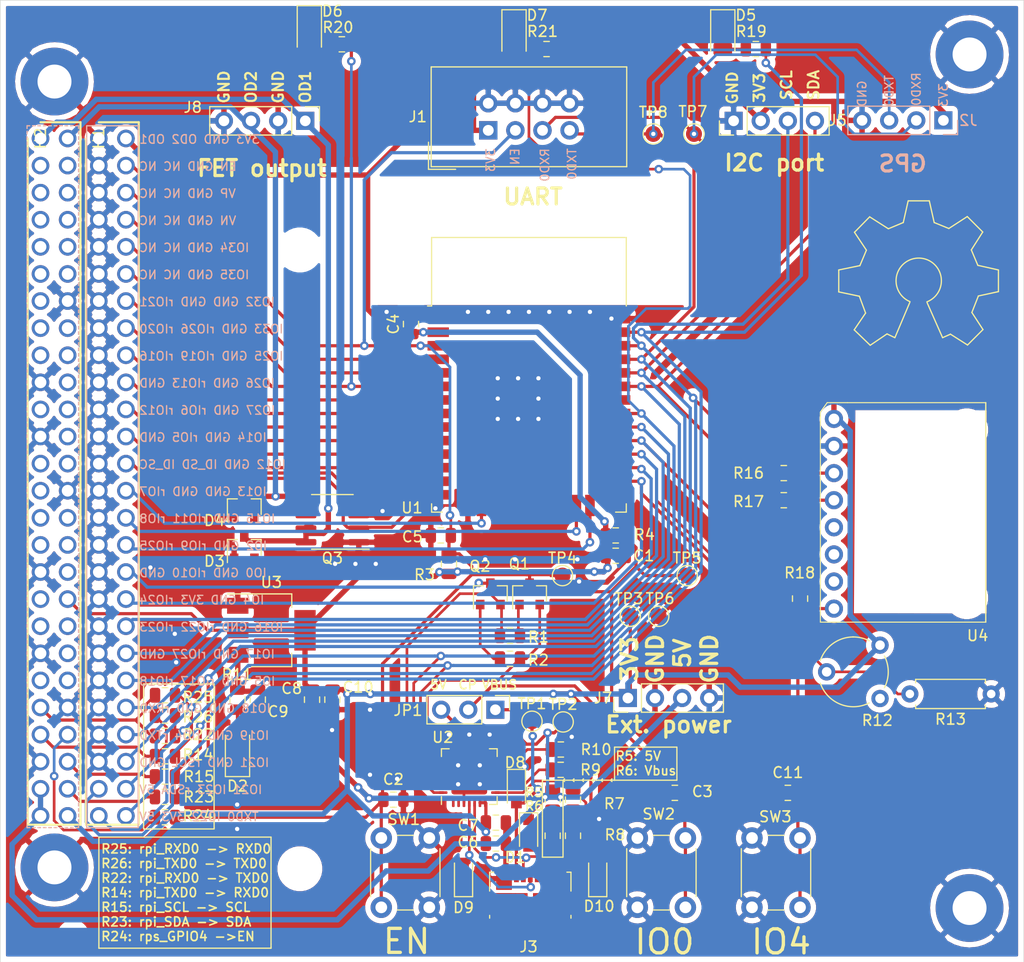
<source format=kicad_pcb>
(kicad_pcb (version 20171130) (host pcbnew "(5.1.2)-2")
  (layers (0 F.Cu signal) (31 B.Cu signal) (34 B.Paste user) (35 F.Paste user) (36 B.SilkS user) (37 F.SilkS user) (38 B.Mask user) (39 F.Mask user hide) (44 Edge.Cuts user))
  (net 0 "")
  (net 1 GND)
  (net 2 "Net-(H2-Pad26)")
  (net 3 +3V3)
  (net 4 EN)
  (net 5 IO0)
  (net 6 +5V)
  (net 7 VBUS)
  (net 8 "Net-(D2-Pad2)")
  (net 9 IO23)
  (net 10 IO22)
  (net 11 RXD0)
  (net 12 IO21)
  (net 13 IO19)
  (net 14 IO18)
  (net 15 IO5)
  (net 16 IO17)
  (net 17 IO16)
  (net 18 IO4)
  (net 19 IO2)
  (net 20 IO15)
  (net 21 IO13)
  (net 22 IO12)
  (net 23 IO14)
  (net 24 IO27)
  (net 25 IO26)
  (net 26 IO25)
  (net 27 IO33)
  (net 28 IO32)
  (net 29 IO35)
  (net 30 IO34)
  (net 31 Vn)
  (net 32 Vp)
  (net 33 D-)
  (net 34 D+)
  (net 35 "Net-(J3-Pad4)")
  (net 36 TXD0)
  (net 37 RTS)
  (net 38 "Net-(Q1-Pad1)")
  (net 39 "Net-(Q2-Pad1)")
  (net 40 DTR)
  (net 41 "Net-(R7-Pad1)")
  (net 42 "Net-(R9-Pad2)")
  (net 43 "Net-(R10-Pad2)")
  (net 44 "Net-(U1-Pad17)")
  (net 45 "Net-(U1-Pad18)")
  (net 46 "Net-(U1-Pad19)")
  (net 47 "Net-(U1-Pad20)")
  (net 48 "Net-(U1-Pad21)")
  (net 49 "Net-(U1-Pad22)")
  (net 50 "Net-(U1-Pad32)")
  (net 51 "Net-(U2-Pad1)")
  (net 52 "Net-(U2-Pad2)")
  (net 53 "Net-(U2-Pad10)")
  (net 54 "Net-(U2-Pad12)")
  (net 55 "Net-(U2-Pad13)")
  (net 56 "Net-(U2-Pad14)")
  (net 57 "Net-(U2-Pad15)")
  (net 58 "Net-(U2-Pad16)")
  (net 59 "Net-(U2-Pad17)")
  (net 60 "Net-(U2-Pad18)")
  (net 61 "Net-(U2-Pad19)")
  (net 62 "Net-(U2-Pad20)")
  (net 63 "Net-(U2-Pad21)")
  (net 64 "Net-(U2-Pad22)")
  (net 65 "Net-(U2-Pad23)")
  (net 66 "Net-(U2-Pad27)")
  (net 67 OpenDrain1)
  (net 68 OpenDrain2)
  (net 69 "Net-(H2-Pad25)")
  (net 70 "Net-(R16-Pad1)")
  (net 71 "Net-(R17-Pad2)")
  (net 72 "Net-(R18-Pad2)")
  (net 73 "Net-(U4-Pad7)")
  (net 74 "Net-(U4-Pad6)")
  (net 75 "Net-(U4-Pad5)")
  (net 76 "Net-(D5-Pad2)")
  (net 77 "Net-(D6-Pad2)")
  (net 78 "Net-(D7-Pad2)")
  (net 79 "Net-(H2-Pad4)")
  (net 80 "Net-(H2-Pad5)")
  (net 81 "Net-(H2-Pad6)")
  (net 82 "Net-(H2-Pad7)")
  (net 83 "Net-(H2-Pad8)")
  (net 84 "Net-(H2-Pad9)")
  (net 85 "Net-(H2-Pad10)")
  (net 86 "Net-(H2-Pad11)")
  (net 87 "Net-(H2-Pad12)")
  (net 88 rpi_RXD0)
  (net 89 rpi_TXD0)
  (net 90 rpi_SCL)
  (net 91 rpi_SDA)
  (net 92 rpi_GPIO21)
  (net 93 rpi_GPIO20)
  (net 94 rpi_GPIO26)
  (net 95 rpi_GPIO16)
  (net 96 rpi_GPIO19)
  (net 97 rpi_GPIO13)
  (net 98 rpi_GPIO12)
  (net 99 rpi_GPIO6)
  (net 100 rpi_GPIO5)
  (net 101 rpi_GPIO7)
  (net 102 rpi_GPIO8)
  (net 103 rpi_GPIO11)
  (net 104 rpi_GPIO25)
  (net 105 rpi_GPIO9)
  (net 106 rpi_GPIO10)
  (net 107 rpi_GPIO24)
  (net 108 rpi_GPIO23)
  (net 109 rpi_GPIO22)
  (net 110 rpi_GPIO27)
  (net 111 rpi_GPIO18)
  (net 112 rpi_GPIO17)
  (net 113 rpi_GPIO4)
  (net 114 "Net-(H2-Pad3)")
  (net 115 "Net-(JP1-Pad2)")
  (module Footprints:SHDR52W64P254_2X26_6550X495X1384P (layer F.Cu) (at 128.7465 70.784 270)
    (fp_text reference H2 (at 0 -0.025 90) (layer F.SilkS))
    (fp_text value ESQ-126-39-G-D hide)
    (pad 1 thru_hole circle (at 0 -0.025 270) (size 1.65 1.65) (drill 1.1) (layers *.Cu *.Mask) (net 67 OpenDrain1))
    (pad 2 thru_hole circle (at 0 -2.565 270) (size 1.65 1.65) (drill 1.1) (layers *.Cu *.Mask) (net 68 OpenDrain2))
    (pad 3 thru_hole circle (at 2.54 -0.025 270) (size 1.65 1.65) (drill 1.1) (layers *.Cu *.Mask) (net 114 "Net-(H2-Pad3)"))
    (pad 4 thru_hole circle (at 2.54 -2.565 270) (size 1.65 1.65) (drill 1.1) (layers *.Cu *.Mask) (net 79 "Net-(H2-Pad4)"))
    (pad 5 thru_hole circle (at 5.08 -0.025 270) (size 1.65 1.65) (drill 1.1) (layers *.Cu *.Mask) (net 80 "Net-(H2-Pad5)"))
    (pad 6 thru_hole circle (at 5.08 -2.565 270) (size 1.65 1.65) (drill 1.1) (layers *.Cu *.Mask) (net 81 "Net-(H2-Pad6)"))
    (pad 7 thru_hole circle (at 7.62 -0.025 270) (size 1.65 1.65) (drill 1.1) (layers *.Cu *.Mask) (net 82 "Net-(H2-Pad7)"))
    (pad 8 thru_hole circle (at 7.62 -2.565 270) (size 1.65 1.65) (drill 1.1) (layers *.Cu *.Mask) (net 83 "Net-(H2-Pad8)"))
    (pad 9 thru_hole circle (at 10.16 -0.025 270) (size 1.65 1.65) (drill 1.1) (layers *.Cu *.Mask) (net 84 "Net-(H2-Pad9)"))
    (pad 10 thru_hole circle (at 10.16 -2.565 270) (size 1.65 1.65) (drill 1.1) (layers *.Cu *.Mask) (net 85 "Net-(H2-Pad10)"))
    (pad 11 thru_hole circle (at 12.7 -0.025 270) (size 1.65 1.65) (drill 1.1) (layers *.Cu *.Mask) (net 86 "Net-(H2-Pad11)"))
    (pad 12 thru_hole circle (at 12.7 -2.565 270) (size 1.65 1.65) (drill 1.1) (layers *.Cu *.Mask) (net 87 "Net-(H2-Pad12)"))
    (pad 13 thru_hole circle (at 15.24 -0.025 270) (size 1.65 1.65) (drill 1.1) (layers *.Cu *.Mask) (net 92 rpi_GPIO21))
    (pad 14 thru_hole circle (at 15.24 -2.565 270) (size 1.65 1.65) (drill 1.1) (layers *.Cu *.Mask) (net 1 GND))
    (pad 15 thru_hole circle (at 17.78 -0.025 270) (size 1.65 1.65) (drill 1.1) (layers *.Cu *.Mask) (net 93 rpi_GPIO20))
    (pad 16 thru_hole circle (at 17.78 -2.565 270) (size 1.65 1.65) (drill 1.1) (layers *.Cu *.Mask) (net 94 rpi_GPIO26))
    (pad 17 thru_hole circle (at 20.32 -0.025 270) (size 1.65 1.65) (drill 1.1) (layers *.Cu *.Mask) (net 95 rpi_GPIO16))
    (pad 18 thru_hole circle (at 20.32 -2.565 270) (size 1.65 1.65) (drill 1.1) (layers *.Cu *.Mask) (net 96 rpi_GPIO19))
    (pad 19 thru_hole circle (at 22.86 -0.025 270) (size 1.65 1.65) (drill 1.1) (layers *.Cu *.Mask) (net 1 GND))
    (pad 20 thru_hole circle (at 22.86 -2.565 270) (size 1.65 1.65) (drill 1.1) (layers *.Cu *.Mask) (net 97 rpi_GPIO13))
    (pad 21 thru_hole circle (at 25.4 -0.025 270) (size 1.65 1.65) (drill 1.1) (layers *.Cu *.Mask) (net 98 rpi_GPIO12))
    (pad 22 thru_hole circle (at 25.4 -2.565 270) (size 1.65 1.65) (drill 1.1) (layers *.Cu *.Mask) (net 99 rpi_GPIO6))
    (pad 23 thru_hole circle (at 27.94 -0.025 270) (size 1.65 1.65) (drill 1.1) (layers *.Cu *.Mask) (net 1 GND))
    (pad 24 thru_hole circle (at 27.94 -2.565 270) (size 1.65 1.65) (drill 1.1) (layers *.Cu *.Mask) (net 100 rpi_GPIO5))
    (pad 25 thru_hole circle (at 30.48 -0.025 270) (size 1.65 1.65) (drill 1.1) (layers *.Cu *.Mask) (net 69 "Net-(H2-Pad25)"))
    (pad 26 thru_hole circle (at 30.48 -2.565 270) (size 1.65 1.65) (drill 1.1) (layers *.Cu *.Mask) (net 2 "Net-(H2-Pad26)"))
    (pad 27 thru_hole circle (at 33.02 -0.025 270) (size 1.65 1.65) (drill 1.1) (layers *.Cu *.Mask) (net 101 rpi_GPIO7))
    (pad 28 thru_hole circle (at 33.02 -2.565 270) (size 1.65 1.65) (drill 1.1) (layers *.Cu *.Mask) (net 1 GND))
    (pad 29 thru_hole circle (at 35.56 -0.025 270) (size 1.65 1.65) (drill 1.1) (layers *.Cu *.Mask) (net 102 rpi_GPIO8))
    (pad 30 thru_hole circle (at 35.56 -2.565 270) (size 1.65 1.65) (drill 1.1) (layers *.Cu *.Mask) (net 103 rpi_GPIO11))
    (pad 31 thru_hole circle (at 38.1 -0.025 270) (size 1.65 1.65) (drill 1.1) (layers *.Cu *.Mask) (net 104 rpi_GPIO25))
    (pad 32 thru_hole circle (at 38.1 -2.565 270) (size 1.65 1.65) (drill 1.1) (layers *.Cu *.Mask) (net 105 rpi_GPIO9))
    (pad 33 thru_hole circle (at 40.64 -0.025 270) (size 1.65 1.65) (drill 1.1) (layers *.Cu *.Mask) (net 1 GND))
    (pad 34 thru_hole circle (at 40.64 -2.565 270) (size 1.65 1.65) (drill 1.1) (layers *.Cu *.Mask) (net 106 rpi_GPIO10))
    (pad 35 thru_hole circle (at 43.18 -0.025 270) (size 1.65 1.65) (drill 1.1) (layers *.Cu *.Mask) (net 107 rpi_GPIO24))
    (pad 36 thru_hole circle (at 43.18 -2.565 270) (size 1.65 1.65) (drill 1.1) (layers *.Cu *.Mask) (net 3 +3V3))
    (pad 37 thru_hole circle (at 45.72 -0.025 270) (size 1.65 1.65) (drill 1.1) (layers *.Cu *.Mask) (net 108 rpi_GPIO23))
    (pad 38 thru_hole circle (at 45.72 -2.565 270) (size 1.65 1.65) (drill 1.1) (layers *.Cu *.Mask) (net 109 rpi_GPIO22))
    (pad 39 thru_hole circle (at 48.26 -0.025 270) (size 1.65 1.65) (drill 1.1) (layers *.Cu *.Mask) (net 1 GND))
    (pad 40 thru_hole circle (at 48.26 -2.565 270) (size 1.65 1.65) (drill 1.1) (layers *.Cu *.Mask) (net 110 rpi_GPIO27))
    (pad 41 thru_hole circle (at 50.8 -0.025 270) (size 1.65 1.65) (drill 1.1) (layers *.Cu *.Mask) (net 111 rpi_GPIO18))
    (pad 42 thru_hole circle (at 50.8 -2.565 270) (size 1.65 1.65) (drill 1.1) (layers *.Cu *.Mask) (net 112 rpi_GPIO17))
    (pad 43 thru_hole circle (at 53.34 -0.025 270) (size 1.65 1.65) (drill 1.1) (layers *.Cu *.Mask) (net 88 rpi_RXD0))
    (pad 44 thru_hole circle (at 53.34 -2.565 270) (size 1.65 1.65) (drill 1.1) (layers *.Cu *.Mask) (net 1 GND))
    (pad 45 thru_hole circle (at 55.88 -0.025 270) (size 1.65 1.65) (drill 1.1) (layers *.Cu *.Mask) (net 89 rpi_TXD0))
    (pad 46 thru_hole circle (at 55.88 -2.565 270) (size 1.65 1.65) (drill 1.1) (layers *.Cu *.Mask) (net 113 rpi_GPIO4))
    (pad 47 thru_hole circle (at 58.42 -0.025 270) (size 1.65 1.65) (drill 1.1) (layers *.Cu *.Mask) (net 1 GND))
    (pad 48 thru_hole circle (at 58.42 -2.565 270) (size 1.65 1.65) (drill 1.1) (layers *.Cu *.Mask) (net 90 rpi_SCL))
    (pad 49 thru_hole circle (at 60.96 -0.025 270) (size 1.65 1.65) (drill 1.1) (layers *.Cu *.Mask) (net 6 +5V))
    (pad 50 thru_hole circle (at 60.96 -2.565 270) (size 1.65 1.65) (drill 1.1) (layers *.Cu *.Mask) (net 91 rpi_SDA))
    (pad 51 thru_hole circle (at 63.5 -0.025 270) (size 1.65 1.65) (drill 1.1) (layers *.Cu *.Mask) (net 6 +5V))
    (pad 52 thru_hole circle (at 63.5 -2.565 270) (size 1.65 1.65) (drill 1.1) (layers *.Cu *.Mask) (net 3 +3V3))
  )
  (module Footprints:SHDR52W64P254_2X26_6550X495X1384P (layer F.Cu) (at 134.2075 70.784 270)
    (fp_text reference H1 (at 0 -0.025 90) (layer F.SilkS))
    (fp_text value ESQ-126-39-G-D hide)
    (pad 1 thru_hole circle (at 0 -0.025 270) (size 1.65 1.65) (drill 1.1) (layers *.Cu *.Mask) (net 1 GND))
    (pad 2 thru_hole circle (at 0 -2.565 270) (size 1.65 1.65) (drill 1.1) (layers *.Cu *.Mask) (net 3 +3V3))
    (pad 3 thru_hole circle (at 2.54 -0.025 270) (size 1.65 1.65) (drill 1.1) (layers *.Cu *.Mask) (net 1 GND))
    (pad 4 thru_hole circle (at 2.54 -2.565 270) (size 1.65 1.65) (drill 1.1) (layers *.Cu *.Mask) (net 4 EN))
    (pad 5 thru_hole circle (at 5.08 -0.025 270) (size 1.65 1.65) (drill 1.1) (layers *.Cu *.Mask) (net 1 GND))
    (pad 6 thru_hole circle (at 5.08 -2.565 270) (size 1.65 1.65) (drill 1.1) (layers *.Cu *.Mask) (net 32 Vp))
    (pad 7 thru_hole circle (at 7.62 -0.025 270) (size 1.65 1.65) (drill 1.1) (layers *.Cu *.Mask) (net 1 GND))
    (pad 8 thru_hole circle (at 7.62 -2.565 270) (size 1.65 1.65) (drill 1.1) (layers *.Cu *.Mask) (net 31 Vn))
    (pad 9 thru_hole circle (at 10.16 -0.025 270) (size 1.65 1.65) (drill 1.1) (layers *.Cu *.Mask) (net 1 GND))
    (pad 10 thru_hole circle (at 10.16 -2.565 270) (size 1.65 1.65) (drill 1.1) (layers *.Cu *.Mask) (net 30 IO34))
    (pad 11 thru_hole circle (at 12.7 -0.025 270) (size 1.65 1.65) (drill 1.1) (layers *.Cu *.Mask) (net 1 GND))
    (pad 12 thru_hole circle (at 12.7 -2.565 270) (size 1.65 1.65) (drill 1.1) (layers *.Cu *.Mask) (net 29 IO35))
    (pad 13 thru_hole circle (at 15.24 -0.025 270) (size 1.65 1.65) (drill 1.1) (layers *.Cu *.Mask) (net 1 GND))
    (pad 14 thru_hole circle (at 15.24 -2.565 270) (size 1.65 1.65) (drill 1.1) (layers *.Cu *.Mask) (net 28 IO32))
    (pad 15 thru_hole circle (at 17.78 -0.025 270) (size 1.65 1.65) (drill 1.1) (layers *.Cu *.Mask) (net 1 GND))
    (pad 16 thru_hole circle (at 17.78 -2.565 270) (size 1.65 1.65) (drill 1.1) (layers *.Cu *.Mask) (net 27 IO33))
    (pad 17 thru_hole circle (at 20.32 -0.025 270) (size 1.65 1.65) (drill 1.1) (layers *.Cu *.Mask) (net 1 GND))
    (pad 18 thru_hole circle (at 20.32 -2.565 270) (size 1.65 1.65) (drill 1.1) (layers *.Cu *.Mask) (net 26 IO25))
    (pad 19 thru_hole circle (at 22.86 -0.025 270) (size 1.65 1.65) (drill 1.1) (layers *.Cu *.Mask) (net 1 GND))
    (pad 20 thru_hole circle (at 22.86 -2.565 270) (size 1.65 1.65) (drill 1.1) (layers *.Cu *.Mask) (net 25 IO26))
    (pad 21 thru_hole circle (at 25.4 -0.025 270) (size 1.65 1.65) (drill 1.1) (layers *.Cu *.Mask) (net 1 GND))
    (pad 22 thru_hole circle (at 25.4 -2.565 270) (size 1.65 1.65) (drill 1.1) (layers *.Cu *.Mask) (net 24 IO27))
    (pad 23 thru_hole circle (at 27.94 -0.025 270) (size 1.65 1.65) (drill 1.1) (layers *.Cu *.Mask) (net 1 GND))
    (pad 24 thru_hole circle (at 27.94 -2.565 270) (size 1.65 1.65) (drill 1.1) (layers *.Cu *.Mask) (net 23 IO14))
    (pad 25 thru_hole circle (at 30.48 -0.025 270) (size 1.65 1.65) (drill 1.1) (layers *.Cu *.Mask) (net 1 GND))
    (pad 26 thru_hole circle (at 30.48 -2.565 270) (size 1.65 1.65) (drill 1.1) (layers *.Cu *.Mask) (net 22 IO12))
    (pad 27 thru_hole circle (at 33.02 -0.025 270) (size 1.65 1.65) (drill 1.1) (layers *.Cu *.Mask) (net 1 GND))
    (pad 28 thru_hole circle (at 33.02 -2.565 270) (size 1.65 1.65) (drill 1.1) (layers *.Cu *.Mask) (net 21 IO13))
    (pad 29 thru_hole circle (at 35.56 -0.025 270) (size 1.65 1.65) (drill 1.1) (layers *.Cu *.Mask) (net 1 GND))
    (pad 30 thru_hole circle (at 35.56 -2.565 270) (size 1.65 1.65) (drill 1.1) (layers *.Cu *.Mask) (net 20 IO15))
    (pad 31 thru_hole circle (at 38.1 -0.025 270) (size 1.65 1.65) (drill 1.1) (layers *.Cu *.Mask) (net 1 GND))
    (pad 32 thru_hole circle (at 38.1 -2.565 270) (size 1.65 1.65) (drill 1.1) (layers *.Cu *.Mask) (net 19 IO2))
    (pad 33 thru_hole circle (at 40.64 -0.025 270) (size 1.65 1.65) (drill 1.1) (layers *.Cu *.Mask) (net 1 GND))
    (pad 34 thru_hole circle (at 40.64 -2.565 270) (size 1.65 1.65) (drill 1.1) (layers *.Cu *.Mask) (net 5 IO0))
    (pad 35 thru_hole circle (at 43.18 -0.025 270) (size 1.65 1.65) (drill 1.1) (layers *.Cu *.Mask) (net 1 GND))
    (pad 36 thru_hole circle (at 43.18 -2.565 270) (size 1.65 1.65) (drill 1.1) (layers *.Cu *.Mask) (net 18 IO4))
    (pad 37 thru_hole circle (at 45.72 -0.025 270) (size 1.65 1.65) (drill 1.1) (layers *.Cu *.Mask) (net 1 GND))
    (pad 38 thru_hole circle (at 45.72 -2.565 270) (size 1.65 1.65) (drill 1.1) (layers *.Cu *.Mask) (net 17 IO16))
    (pad 39 thru_hole circle (at 48.26 -0.025 270) (size 1.65 1.65) (drill 1.1) (layers *.Cu *.Mask) (net 1 GND))
    (pad 40 thru_hole circle (at 48.26 -2.565 270) (size 1.65 1.65) (drill 1.1) (layers *.Cu *.Mask) (net 16 IO17))
    (pad 41 thru_hole circle (at 50.8 -0.025 270) (size 1.65 1.65) (drill 1.1) (layers *.Cu *.Mask) (net 1 GND))
    (pad 42 thru_hole circle (at 50.8 -2.565 270) (size 1.65 1.65) (drill 1.1) (layers *.Cu *.Mask) (net 15 IO5))
    (pad 43 thru_hole circle (at 53.34 -0.025 270) (size 1.65 1.65) (drill 1.1) (layers *.Cu *.Mask) (net 1 GND))
    (pad 44 thru_hole circle (at 53.34 -2.565 270) (size 1.65 1.65) (drill 1.1) (layers *.Cu *.Mask) (net 14 IO18))
    (pad 45 thru_hole circle (at 55.88 -0.025 270) (size 1.65 1.65) (drill 1.1) (layers *.Cu *.Mask) (net 1 GND))
    (pad 46 thru_hole circle (at 55.88 -2.565 270) (size 1.65 1.65) (drill 1.1) (layers *.Cu *.Mask) (net 13 IO19))
    (pad 47 thru_hole circle (at 58.42 -0.025 270) (size 1.65 1.65) (drill 1.1) (layers *.Cu *.Mask) (net 1 GND))
    (pad 48 thru_hole circle (at 58.42 -2.565 270) (size 1.65 1.65) (drill 1.1) (layers *.Cu *.Mask) (net 12 IO21))
    (pad 49 thru_hole circle (at 60.96 -0.025 270) (size 1.65 1.65) (drill 1.1) (layers *.Cu *.Mask) (net 9 IO23))
    (pad 50 thru_hole circle (at 60.96 -2.565 270) (size 1.65 1.65) (drill 1.1) (layers *.Cu *.Mask) (net 11 RXD0))
    (pad 51 thru_hole circle (at 63.5 -0.025 270) (size 1.65 1.65) (drill 1.1) (layers *.Cu *.Mask) (net 10 IO22))
    (pad 52 thru_hole circle (at 63.5 -2.565 270) (size 1.65 1.65) (drill 1.1) (layers *.Cu *.Mask) (net 36 TXD0))
  )
  (module Diode_SMD:D_SOD-323_HandSoldering (layer F.Cu) (at 174.498 135.89 270)
    (fp_text reference D1 (at 2.286 1.27 180) (layer F.SilkS))
    (fp_text value BAT54JFILM)
    (pad 2 smd rect (at 1.25 0 270) (size 1 1) (layers F.Cu F.Paste F.Mask) (net 7 VBUS))
    (pad 1 smd rect (at -1.25 0 270) (size 1 1) (layers F.Cu F.Paste F.Mask) (net 6 +5V))
  )
  (module Connector_USB:USB_Micro-B_Molex_47346-0001 (layer F.Cu) (at 174.657 141.269)
    (fp_text reference J3 (at -0.159 5.289) (layer F.SilkS))
    (fp_text value USB_B_Micro)
    (pad 6 smd rect (at 0.84 1.2) (size 1.175 1.9) (layers F.Cu F.Paste F.Mask) (net 1 GND))
    (pad 6 smd rect (at -0.84 1.2) (size 1.175 1.9) (layers F.Cu F.Paste F.Mask) (net 1 GND))
    (pad 6 smd rect (at 2.91 1.2) (size 2.375 1.9) (layers F.Cu F.Paste F.Mask) (net 1 GND))
    (pad 6 smd rect (at -2.91 1.2) (size 2.375 1.9) (layers F.Cu F.Paste F.Mask) (net 1 GND))
    (pad 6 smd rect (at 2.4625 -1.1) (size 1.475 2.1) (layers F.Cu F.Paste F.Mask) (net 1 GND))
    (pad 6 smd rect (at -2.4625 -1.1) (size 1.475 2.1) (layers F.Cu F.Paste F.Mask) (net 1 GND))
    (pad 5 smd rect (at 1.3 -1.46) (size 0.45 1.38) (layers F.Cu F.Paste F.Mask) (net 1 GND))
    (pad 4 smd rect (at 0.65 -1.46) (size 0.45 1.38) (layers F.Cu F.Paste F.Mask) (net 35 "Net-(J3-Pad4)"))
    (pad 3 smd rect (at 0 -1.46) (size 0.45 1.38) (layers F.Cu F.Paste F.Mask) (net 34 D+))
    (pad 2 smd rect (at -0.65 -1.46) (size 0.45 1.38) (layers F.Cu F.Paste F.Mask) (net 33 D-))
    (pad 1 smd rect (at -1.3 -1.46) (size 0.45 1.38) (layers F.Cu F.Paste F.Mask) (net 7 VBUS))
  )
  (module Connector_PinHeader_2.54mm:PinHeader_1x04_P2.54mm_Vertical (layer B.Cu) (at 213.36 69.088 90)
    (fp_text reference J2 (at 0 2.33 180) (layer B.SilkS) (effects (justify mirror)))
    (fp_text value Conn_01x04_Male)
    (pad 4 thru_hole oval (at 0 -7.62 90) (size 1.7 1.7) (drill 1) (layers *.Cu *.Mask) (net 1 GND))
    (pad 3 thru_hole oval (at 0 -5.08 90) (size 1.7 1.7) (drill 1) (layers *.Cu *.Mask) (net 36 TXD0))
    (pad 2 thru_hole oval (at 0 -2.54 90) (size 1.7 1.7) (drill 1) (layers *.Cu *.Mask) (net 11 RXD0))
    (pad 1 thru_hole rect (at 0 0 90) (size 1.7 1.7) (drill 1) (layers *.Cu *.Mask) (net 3 +3V3))
  )
  (module Fiducial:Fiducial_1.5mm_Mask3mm (layer F.Cu) (at 131.826 145.542)
    (fp_text reference REF** hide)
    (fp_text value Fiducial_1.5mm_Mask3mm)
    (pad "" smd circle (at 0 0) (size 1.5 1.5) (layers F.Cu F.Mask) (clearance 0.75))
  )
  (module Fiducial:Fiducial_1.5mm_Mask3mm (layer F.Cu) (at 210.566 145.542)
    (fp_text reference REF** hide)
    (fp_text value Fiducial_1.5mm_Mask3mm)
    (pad "" smd circle (at 0 0) (size 1.5 1.5) (layers F.Cu F.Mask) (clearance 0.75))
  )
  (module Fiducial:Fiducial_1.5mm_Mask3mm (layer F.Cu) (at 210.566 60.452)
    (fp_text reference REF** hide)
    (fp_text value Fiducial_1.5mm_Mask3mm)
    (pad "" smd circle (at 0 0) (size 1.5 1.5) (layers F.Cu F.Mask) (clearance 0.75))
  )
  (module Fiducial:Fiducial_1.5mm_Mask3mm (layer F.Cu) (at 131.826 60.706)
    (fp_text reference REF** hide)
    (fp_text value Fiducial_1.5mm_Mask3mm)
    (pad "" smd circle (at 0 0) (size 1.5 1.5) (layers F.Cu F.Mask) (clearance 0.75))
  )
  (module Connector_PinHeader_2.54mm:PinHeader_1x03_P2.54mm_Vertical (layer F.Cu) (at 171.3865 124.333 270)
    (fp_text reference JP1 (at 0.0635 8.1915 180) (layer F.SilkS))
    (fp_text value Jumper_3_Open)
    (pad 3 thru_hole oval (at 0 5.08 270) (size 1.7 1.7) (drill 1) (layers *.Cu *.Mask) (net 6 +5V))
    (pad 2 thru_hole oval (at 0 2.54 270) (size 1.7 1.7) (drill 1) (layers *.Cu *.Mask) (net 115 "Net-(JP1-Pad2)"))
    (pad 1 thru_hole rect (at 0 0 270) (size 1.7 1.7) (drill 1) (layers *.Cu *.Mask) (net 7 VBUS))
  )
  (module TestPoint:TestPoint_Pad_D1.5mm (layer F.Cu) (at 186.182 70.358)
    (fp_text reference TP8 (at 0 -2.032) (layer F.SilkS))
    (fp_text value TestPoint)
    (pad 1 smd circle (at 0 0) (size 1.5 1.5) (layers F.Cu F.Mask) (net 36 TXD0))
  )
  (module TestPoint:TestPoint_Pad_D1.5mm (layer F.Cu) (at 189.992 70.358)
    (fp_text reference TP7 (at -0.1016 -2.0955) (layer F.SilkS))
    (fp_text value TestPoint)
    (pad 1 smd circle (at 0 0) (size 1.5 1.5) (layers F.Cu F.Mask) (net 11 RXD0))
  )
  (module Resistor_SMD:R_0805_2012Metric (layer F.Cu) (at 140.4366 122.9741 180)
    (fp_text reference R26 (at -3.0795 -2.032) (layer F.SilkS))
    (fp_text value 0R)
    (pad 2 smd roundrect (at 0.9375 0 180) (size 0.975 1.4) (layers F.Cu F.Paste F.Mask) (net 88 rpi_RXD0))
    (pad 1 smd roundrect (at -0.9375 0 180) (size 0.975 1.4) (layers F.Cu F.Paste F.Mask) (net 11 RXD0))
  )
  (module Resistor_SMD:R_0805_2012Metric (layer F.Cu) (at 140.4305 124.8791)
    (fp_text reference R25 (at 3.0795 -1.7145) (layer F.SilkS))
    (fp_text value 0R)
    (pad 2 smd roundrect (at 0.9375 0) (size 0.975 1.4) (layers F.Cu F.Paste F.Mask) (net 36 TXD0))
    (pad 1 smd roundrect (at -0.9375 0) (size 0.975 1.4) (layers F.Cu F.Paste F.Mask) (net 89 rpi_TXD0))
  )
  (module Diode_SMD:D_SOD-323_HandSoldering (layer F.Cu) (at 180.975 139.954 90)
    (fp_text reference D10 (at -2.794 0.127 180) (layer F.SilkS))
    (fp_text value "PESD5V0L 1BA")
    (pad 2 smd rect (at 1.25 0 90) (size 1 1) (layers F.Cu F.Paste F.Mask) (net 33 D-))
    (pad 1 smd rect (at -1.25 0 90) (size 1 1) (layers F.Cu F.Paste F.Mask) (net 1 GND))
  )
  (module Diode_SMD:D_SOD-323_HandSoldering (layer F.Cu) (at 168.402 139.954 90)
    (fp_text reference D9 (at -2.921 0 180) (layer F.SilkS))
    (fp_text value "PESD5V0L 1BA")
    (pad 2 smd rect (at 1.25 0 90) (size 1 1) (layers F.Cu F.Paste F.Mask) (net 34 D+))
    (pad 1 smd rect (at -1.25 0 90) (size 1 1) (layers F.Cu F.Paste F.Mask) (net 1 GND))
  )
  (module Diode_SMD:D_SOD-323_HandSoldering (layer F.Cu) (at 173.355 131.826 270)
    (fp_text reference D8 (at -2.54 0.127 180) (layer F.SilkS))
    (fp_text value "PESD5V0L 1BA")
    (pad 2 smd rect (at 1.25 0 270) (size 1 1) (layers F.Cu F.Paste F.Mask) (net 7 VBUS))
    (pad 1 smd rect (at -1.25 0 270) (size 1 1) (layers F.Cu F.Paste F.Mask) (net 1 GND))
  )
  (module TestPoint:TestPoint_Pad_D1.5mm (layer F.Cu) (at 186.69 115.57)
    (fp_text reference TP6 (at 0.127 -1.651) (layer F.SilkS))
    (fp_text value TestPoint)
    (pad 1 smd circle (at 0 0) (size 1.5 1.5) (layers F.Cu F.Mask) (net 1 GND))
  )
  (module TestPoint:TestPoint_Pad_D1.5mm (layer F.Cu) (at 189.357 111.76)
    (fp_text reference TP5 (at 0 -1.648) (layer F.SilkS))
    (fp_text value TestPoint)
    (pad 1 smd circle (at 0 0) (size 1.5 1.5) (layers F.Cu F.Mask) (net 5 IO0))
  )
  (module TestPoint:TestPoint_Pad_D1.5mm (layer F.Cu) (at 177.673 111.76)
    (fp_text reference TP4 (at 0 -1.648) (layer F.SilkS))
    (fp_text value TestPoint)
    (pad 1 smd circle (at 0 0) (size 1.5 1.5) (layers F.Cu F.Mask) (net 4 EN))
  )
  (module TestPoint:TestPoint_Pad_D1.5mm (layer F.Cu) (at 184.023 115.57)
    (fp_text reference TP3 (at -0.127 -1.651) (layer F.SilkS))
    (fp_text value TestPoint)
    (pad 1 smd circle (at 0 0) (size 1.5 1.5) (layers F.Cu F.Mask) (net 3 +3V3))
  )
  (module TestPoint:TestPoint_Pad_D1.5mm (layer F.Cu) (at 177.7365 125.476)
    (fp_text reference TP2 (at 0 -1.648) (layer F.SilkS))
    (fp_text value TestPoint)
    (pad 1 smd circle (at 0 0) (size 1.5 1.5) (layers F.Cu F.Mask) (net 6 +5V))
  )
  (module TestPoint:TestPoint_Pad_D1.5mm (layer F.Cu) (at 174.8155 125.4125)
    (fp_text reference TP1 (at 0 -1.648) (layer F.SilkS))
    (fp_text value TestPoint)
    (pad 1 smd circle (at 0 0) (size 1.5 1.5) (layers F.Cu F.Mask) (net 7 VBUS))
  )
  (module Resistor_SMD:R_0805_2012Metric (layer F.Cu) (at 140.4305 130.601)
    (fp_text reference R15 (at 3.175 0) (layer F.SilkS))
    (fp_text value 0R)
    (pad 1 smd roundrect (at -0.9375 0) (size 0.975 1.4) (layers F.Cu F.Paste F.Mask) (net 90 rpi_SCL))
    (pad 2 smd roundrect (at 0.9375 0) (size 0.975 1.4) (layers F.Cu F.Paste F.Mask) (net 10 IO22))
  )
  (module SamacSys_Parts:MPU6050 (layer F.Cu) (at 203.105 97.073)
    (fp_text reference U4 (at 13.462 20.32) (layer F.SilkS))
    (fp_text value MPU6050)
    (pad 8 thru_hole oval (at 0 17.78) (size 1.7 1.7) (drill 1) (layers *.Cu *.Mask) (net 72 "Net-(R18-Pad2)"))
    (pad 7 thru_hole oval (at 0 15.24) (size 1.7 1.7) (drill 1) (layers *.Cu *.Mask) (net 73 "Net-(U4-Pad7)"))
    (pad 6 thru_hole oval (at 0 12.7) (size 1.7 1.7) (drill 1) (layers *.Cu *.Mask) (net 74 "Net-(U4-Pad6)"))
    (pad 5 thru_hole oval (at 0 10.16) (size 1.7 1.7) (drill 1) (layers *.Cu *.Mask) (net 75 "Net-(U4-Pad5)"))
    (pad 4 thru_hole oval (at 0 7.62) (size 1.7 1.7) (drill 1) (layers *.Cu *.Mask) (net 71 "Net-(R17-Pad2)"))
    (pad 3 thru_hole oval (at 0 5.08) (size 1.7 1.7) (drill 1) (layers *.Cu *.Mask) (net 70 "Net-(R16-Pad1)"))
    (pad 2 thru_hole oval (at 0 2.54) (size 1.7 1.7) (drill 1) (layers *.Cu *.Mask) (net 1 GND))
    (pad 1 thru_hole circle (at 0 0) (size 1.7 1.7) (drill 1) (layers *.Cu *.Mask) (net 3 +3V3))
    (pad "" np_thru_hole circle (at 12.446 16.764) (size 3 3) (drill 3) (layers *.Cu *.Mask))
    (pad "" np_thru_hole circle (at 12.446 1.016) (size 3 3) (drill 3) (layers *.Cu *.Mask))
  )
  (module Connector_PinHeader_2.54mm:PinHeader_1x04_P2.54mm_Vertical (layer F.Cu) (at 153.575 69.133 270)
    (fp_text reference J8 (at -1.27 10.541 180) (layer F.SilkS))
    (fp_text value Screw_Terminal_01x04)
    (pad 4 thru_hole oval (at 0 7.62 270) (size 1.7 1.7) (drill 1) (layers *.Cu *.Mask) (net 1 GND))
    (pad 3 thru_hole oval (at 0 5.08 270) (size 1.7 1.7) (drill 1) (layers *.Cu *.Mask) (net 68 OpenDrain2))
    (pad 2 thru_hole oval (at 0 2.54 270) (size 1.7 1.7) (drill 1) (layers *.Cu *.Mask) (net 1 GND))
    (pad 1 thru_hole rect (at 0 0 270) (size 1.7 1.7) (drill 1) (layers *.Cu *.Mask) (net 67 OpenDrain1))
  )
  (module PowerElectronicsII:open_source_hardware (layer F.Cu) (at 211.074 83.566)
    (fp_text reference G*** hide)
    (fp_text value LOGO hide)
  )
  (module Resistor_SMD:R_0805_2012Metric (layer F.Cu) (at 140.4305 134.411)
    (fp_text reference R24 (at 3.0965 -0.127) (layer F.SilkS))
    (fp_text value 0R)
    (pad 1 smd roundrect (at -0.9375 0) (size 0.975 1.4) (layers F.Cu F.Paste F.Mask) (net 113 rpi_GPIO4))
    (pad 2 smd roundrect (at 0.9375 0) (size 0.975 1.4) (layers F.Cu F.Paste F.Mask) (net 4 EN))
  )
  (module MountingHole:MountingHole_3.2mm_M3 (layer F.Cu) (at 153.067 139.237)
    (fp_text reference rpi_mount hide)
    (fp_text value MountingHole_3.2mm_M3)
    (pad 1 np_thru_hole circle (at 0 0) (size 3.2 3.2) (drill 3.2) (layers *.Cu *.Mask))
  )
  (module MountingHole:MountingHole_3.2mm_M3 (layer F.Cu) (at 153.067 81.237)
    (fp_text reference rpi_mount hide)
    (fp_text value MountingHole_3.2mm_M3)
    (pad 1 np_thru_hole circle (at 0 0) (size 3.2 3.2) (drill 3.2) (layers *.Cu *.Mask))
  )
  (module Resistor_SMD:R_0805_2012Metric (layer F.Cu) (at 140.4305 132.506 180)
    (fp_text reference R23 (at -3.175 0) (layer F.SilkS))
    (fp_text value 0R)
    (pad 1 smd roundrect (at -0.9375 0 180) (size 0.975 1.4) (layers F.Cu F.Paste F.Mask) (net 12 IO21))
    (pad 2 smd roundrect (at 0.9375 0 180) (size 0.975 1.4) (layers F.Cu F.Paste F.Mask) (net 91 rpi_SDA))
  )
  (module Resistor_SMD:R_0805_2012Metric (layer F.Cu) (at 140.4305 126.791 180)
    (fp_text reference R22 (at -3.0965 0.127) (layer F.SilkS))
    (fp_text value 0R)
    (pad 1 smd roundrect (at -0.9375 0 180) (size 0.975 1.4) (layers F.Cu F.Paste F.Mask) (net 36 TXD0))
    (pad 2 smd roundrect (at 0.9375 0 180) (size 0.975 1.4) (layers F.Cu F.Paste F.Mask) (net 88 rpi_RXD0))
  )
  (module Resistor_SMD:R_0805_2012Metric (layer F.Cu) (at 140.4305 128.696)
    (fp_text reference R14 (at 3.0965 -0.127) (layer F.SilkS))
    (fp_text value 0R)
    (pad 1 smd roundrect (at -0.9375 0) (size 0.975 1.4) (layers F.Cu F.Paste F.Mask) (net 89 rpi_TXD0))
    (pad 2 smd roundrect (at 0.9375 0) (size 0.975 1.4) (layers F.Cu F.Paste F.Mask) (net 11 RXD0))
  )
  (module Connector_PinHeader_2.54mm:PinHeader_1x04_P2.54mm_Vertical (layer F.Cu) (at 193.707 69.133 90)
    (fp_text reference J5 (at 0.045 9.747 180) (layer F.SilkS))
    (fp_text value Conn_01x04_Male)
    (pad 4 thru_hole oval (at 0 7.62 90) (size 1.7 1.7) (drill 1) (layers *.Cu *.Mask) (net 12 IO21))
    (pad 3 thru_hole oval (at 0 5.08 90) (size 1.7 1.7) (drill 1) (layers *.Cu *.Mask) (net 10 IO22))
    (pad 2 thru_hole oval (at 0 2.54 90) (size 1.7 1.7) (drill 1) (layers *.Cu *.Mask) (net 3 +3V3))
    (pad 1 thru_hole rect (at 0 0 90) (size 1.7 1.7) (drill 1) (layers *.Cu *.Mask) (net 1 GND))
  )
  (module Connector_PinHeader_2.54mm:PinHeader_1x04_P2.54mm_Vertical (layer F.Cu) (at 183.801 123.235 90)
    (fp_text reference J7 (at 0 -2.33 180) (layer F.SilkS))
    (fp_text value Conn_01x04_Male)
    (pad 4 thru_hole oval (at 0 7.62 90) (size 1.7 1.7) (drill 1) (layers *.Cu *.Mask) (net 1 GND))
    (pad 3 thru_hole oval (at 0 5.08 90) (size 1.7 1.7) (drill 1) (layers *.Cu *.Mask) (net 6 +5V))
    (pad 2 thru_hole oval (at 0 2.54 90) (size 1.7 1.7) (drill 1) (layers *.Cu *.Mask) (net 1 GND))
    (pad 1 thru_hole rect (at 0 0 90) (size 1.7 1.7) (drill 1) (layers *.Cu *.Mask) (net 3 +3V3))
  )
  (module Connector_IDC:IDC-Header_2x04_P2.54mm_Vertical (layer F.Cu) (at 170.72 70.022 90)
    (fp_text reference J1 (at 1.27 -6.604 180) (layer F.SilkS))
    (fp_text value Conn_01x08_Male)
    (pad 8 thru_hole oval (at 2.54 7.62 90) (size 1.7272 1.7272) (drill 1.016) (layers *.Cu *.Mask) (net 1 GND))
    (pad 7 thru_hole oval (at 0 7.62 90) (size 1.7272 1.7272) (drill 1.016) (layers *.Cu *.Mask) (net 36 TXD0))
    (pad 6 thru_hole oval (at 2.54 5.08 90) (size 1.7272 1.7272) (drill 1.016) (layers *.Cu *.Mask) (net 1 GND))
    (pad 5 thru_hole oval (at 0 5.08 90) (size 1.7272 1.7272) (drill 1.016) (layers *.Cu *.Mask) (net 11 RXD0))
    (pad 4 thru_hole oval (at 2.54 2.54 90) (size 1.7272 1.7272) (drill 1.016) (layers *.Cu *.Mask) (net 1 GND))
    (pad 3 thru_hole oval (at 0 2.54 90) (size 1.7272 1.7272) (drill 1.016) (layers *.Cu *.Mask) (net 4 EN))
    (pad 2 thru_hole oval (at 2.54 0 90) (size 1.7272 1.7272) (drill 1.016) (layers *.Cu *.Mask) (net 1 GND))
    (pad 1 thru_hole rect (at 0 0 90) (size 1.7272 1.7272) (drill 1.016) (layers *.Cu *.Mask) (net 3 +3V3))
  )
  (module Button_Switch_THT:SW_PUSH_6mm (layer F.Cu) (at 195.427 142.855 90)
    (fp_text reference SW3 (at 8.489 2.185 180) (layer F.SilkS))
    (fp_text value SW_Push)
    (pad 1 thru_hole circle (at 6.5 0 180) (size 2 2) (drill 1.1) (layers *.Cu *.Mask) (net 1 GND))
    (pad 2 thru_hole circle (at 6.5 4.5 180) (size 2 2) (drill 1.1) (layers *.Cu *.Mask) (net 18 IO4))
    (pad 1 thru_hole circle (at 0 0 180) (size 2 2) (drill 1.1) (layers *.Cu *.Mask) (net 1 GND))
    (pad 2 thru_hole circle (at 0 4.5 180) (size 2 2) (drill 1.1) (layers *.Cu *.Mask) (net 18 IO4))
  )
  (module Package_SO:SOIC-8_3.9x4.9mm_P1.27mm (layer F.Cu) (at 156.115 106.725 180)
    (fp_text reference Q3 (at 0 -3.4) (layer F.SilkS))
    (fp_text value IRF7343PBF)
    (pad 8 smd roundrect (at 2.475 -1.905 180) (size 1.95 0.6) (layers F.Cu F.Paste F.Mask) (net 67 OpenDrain1))
    (pad 7 smd roundrect (at 2.475 -0.635 180) (size 1.95 0.6) (layers F.Cu F.Paste F.Mask) (net 67 OpenDrain1))
    (pad 6 smd roundrect (at 2.475 0.635 180) (size 1.95 0.6) (layers F.Cu F.Paste F.Mask) (net 68 OpenDrain2))
    (pad 5 smd roundrect (at 2.475 1.905 180) (size 1.95 0.6) (layers F.Cu F.Paste F.Mask) (net 68 OpenDrain2))
    (pad 4 smd roundrect (at -2.475 1.905 180) (size 1.95 0.6) (layers F.Cu F.Paste F.Mask) (net 23 IO14))
    (pad 3 smd roundrect (at -2.475 0.635 180) (size 1.95 0.6) (layers F.Cu F.Paste F.Mask) (net 1 GND))
    (pad 2 smd roundrect (at -2.475 -0.635 180) (size 1.95 0.6) (layers F.Cu F.Paste F.Mask) (net 22 IO12))
    (pad 1 smd roundrect (at -2.475 -1.905 180) (size 1.95 0.6) (layers F.Cu F.Paste F.Mask) (net 1 GND))
  )
  (module Resistor_SMD:R_0805_2012Metric (layer F.Cu) (at 198.787 132.125 180)
    (fp_text reference C11 (at 0 1.905) (layer F.SilkS))
    (fp_text value 100nF)
    (pad 2 smd roundrect (at 0.9375 0 180) (size 0.975 1.4) (layers F.Cu F.Paste F.Mask) (net 1 GND))
    (pad 1 smd roundrect (at -0.9375 0 180) (size 0.975 1.4) (layers F.Cu F.Paste F.Mask) (net 18 IO4))
  )
  (module Resistor_SMD:R_0805_2012Metric (layer F.Cu) (at 182.658 107.995)
    (fp_text reference R4 (at 2.6925 -0.0635) (layer F.SilkS))
    (fp_text value 10k)
    (pad 2 smd roundrect (at 0.9375 0) (size 0.975 1.4) (layers F.Cu F.Paste F.Mask) (net 5 IO0))
    (pad 1 smd roundrect (at -0.9375 0) (size 0.975 1.4) (layers F.Cu F.Paste F.Mask) (net 3 +3V3))
  )
  (module Resistor_SMD:R_0805_2012Metric (layer F.Cu) (at 176.181 62.402 180)
    (fp_text reference R21 (at 0.381 1.651) (layer F.SilkS))
    (fp_text value 220)
    (pad 2 smd roundrect (at 0.9375 0 180) (size 0.975 1.4) (layers F.Cu F.Paste F.Mask) (net 78 "Net-(D7-Pad2)"))
    (pad 1 smd roundrect (at -0.9375 0 180) (size 0.975 1.4) (layers F.Cu F.Paste F.Mask) (net 13 IO19))
  )
  (module Resistor_SMD:R_0805_2012Metric (layer F.Cu) (at 157.004 61.9575 180)
    (fp_text reference R20 (at 0.366 1.5875) (layer F.SilkS))
    (fp_text value 220)
    (pad 2 smd roundrect (at 0.9375 0 180) (size 0.975 1.4) (layers F.Cu F.Paste F.Mask) (net 77 "Net-(D6-Pad2)"))
    (pad 1 smd roundrect (at -0.9375 0 180) (size 0.975 1.4) (layers F.Cu F.Paste F.Mask) (net 30 IO34))
  )
  (module Resistor_SMD:R_0805_2012Metric (layer F.Cu) (at 195.7875 62.402 180)
    (fp_text reference R19 (at 0.4295 1.651) (layer F.SilkS))
    (fp_text value 220)
    (pad 2 smd roundrect (at 0.9375 0 180) (size 0.975 1.4) (layers F.Cu F.Paste F.Mask) (net 76 "Net-(D5-Pad2)"))
    (pad 1 smd roundrect (at -0.9375 0 180) (size 0.975 1.4) (layers F.Cu F.Paste F.Mask) (net 9 IO23))
  )
  (module Resistor_SMD:R_0805_2012Metric (layer F.Cu) (at 199.93 113.9155 270)
    (fp_text reference R18 (at -2.4095 0.032 180) (layer F.SilkS))
    (fp_text value 0R)
    (pad 2 smd roundrect (at 0.9375 0 270) (size 0.975 1.4) (layers F.Cu F.Paste F.Mask) (net 72 "Net-(R18-Pad2)"))
    (pad 1 smd roundrect (at -0.9375 0 270) (size 0.975 1.4) (layers F.Cu F.Paste F.Mask) (net 15 IO5))
  )
  (module Resistor_SMD:R_0805_2012Metric (layer F.Cu) (at 198.406 104.693)
    (fp_text reference R17 (at -3.302 0.127) (layer F.SilkS))
    (fp_text value 0R)
    (pad 2 smd roundrect (at 0.9375 0) (size 0.975 1.4) (layers F.Cu F.Paste F.Mask) (net 71 "Net-(R17-Pad2)"))
    (pad 1 smd roundrect (at -0.9375 0) (size 0.975 1.4) (layers F.Cu F.Paste F.Mask) (net 12 IO21))
  )
  (module Resistor_SMD:R_0805_2012Metric (layer F.Cu) (at 198.406 102.153 180)
    (fp_text reference R16 (at 3.302 0) (layer F.SilkS))
    (fp_text value 0R)
    (pad 2 smd roundrect (at 0.9375 0 180) (size 0.975 1.4) (layers F.Cu F.Paste F.Mask) (net 10 IO22))
    (pad 1 smd roundrect (at -0.9375 0 180) (size 0.975 1.4) (layers F.Cu F.Paste F.Mask) (net 70 "Net-(R16-Pad1)"))
  )
  (module Resistor_SMD:R_0805_2012Metric (layer F.Cu) (at 147.225 123.3875 270)
    (fp_text reference R11 (at -2.3565 0.032 180) (layer F.SilkS))
    (fp_text value 2k2)
    (pad 2 smd roundrect (at 0.9375 0 270) (size 0.975 1.4) (layers F.Cu F.Paste F.Mask) (net 8 "Net-(D2-Pad2)"))
    (pad 1 smd roundrect (at -0.9375 0 270) (size 0.975 1.4) (layers F.Cu F.Paste F.Mask) (net 6 +5V))
  )
  (module Resistor_SMD:R_0805_2012Metric (layer F.Cu) (at 177.5145 128.061 180)
    (fp_text reference R10 (at -3.302 0) (layer F.SilkS))
    (fp_text value 47k)
    (pad 2 smd roundrect (at 0.9375 0 180) (size 0.975 1.4) (layers F.Cu F.Paste F.Mask) (net 43 "Net-(R10-Pad2)"))
    (pad 1 smd roundrect (at -0.9375 0 180) (size 0.975 1.4) (layers F.Cu F.Paste F.Mask) (net 1 GND))
  )
  (module Resistor_SMD:R_0805_2012Metric (layer F.Cu) (at 177.4995 129.966 180)
    (fp_text reference R9 (at -2.809 0) (layer F.SilkS))
    (fp_text value 2k2)
    (pad 2 smd roundrect (at 0.9375 0 180) (size 0.975 1.4) (layers F.Cu F.Paste F.Mask) (net 42 "Net-(R9-Pad2)"))
    (pad 1 smd roundrect (at -0.9375 0 180) (size 0.975 1.4) (layers F.Cu F.Paste F.Mask) (net 3 +3V3))
  )
  (module Resistor_SMD:R_0805_2012Metric (layer F.Cu) (at 178.6575 136.1455 270)
    (fp_text reference R8 (at -0.0835 -3.937 180) (layer F.SilkS))
    (fp_text value 47k)
    (pad 2 smd roundrect (at 0.9375 0 270) (size 0.975 1.4) (layers F.Cu F.Paste F.Mask) (net 1 GND))
    (pad 1 smd roundrect (at -0.9375 0 270) (size 0.975 1.4) (layers F.Cu F.Paste F.Mask) (net 41 "Net-(R7-Pad1)"))
  )
  (module Resistor_SMD:R_0805_2012Metric (layer F.Cu) (at 178.6575 132.76 270)
    (fp_text reference R7 (at 0.381 -3.8735 180) (layer F.SilkS))
    (fp_text value 22k)
    (pad 2 smd roundrect (at 0.9375 0 270) (size 0.975 1.4) (layers F.Cu F.Paste F.Mask) (net 115 "Net-(JP1-Pad2)"))
    (pad 1 smd roundrect (at -0.9375 0 270) (size 0.975 1.4) (layers F.Cu F.Paste F.Mask) (net 41 "Net-(R7-Pad1)"))
  )
  (module Resistor_SMD:R_0805_2012Metric (layer F.Cu) (at 176.7525 136.1455 90)
    (fp_text reference R6 (at 2.7955 -1.7465 180) (layer F.SilkS) (effects (font (size 0.85 0.85))))
    (fp_text value 0R)
    (pad 2 smd roundrect (at 0.9375 0 90) (size 0.975 1.4) (layers F.Cu F.Paste F.Mask) (net 115 "Net-(JP1-Pad2)"))
    (pad 1 smd roundrect (at -0.9375 0 90) (size 0.975 1.4) (layers F.Cu F.Paste F.Mask) (net 7 VBUS))
  )
  (module Resistor_SMD:R_0805_2012Metric (layer F.Cu) (at 176.7525 132.76 90)
    (fp_text reference R5 (at 0.68 -1.7465 180) (layer F.SilkS) (effects (font (size 0.85 0.85))))
    (fp_text value 0R)
    (pad 1 smd roundrect (at -0.9375 0 90) (size 0.975 1.4) (layers F.Cu F.Paste F.Mask) (net 115 "Net-(JP1-Pad2)"))
    (pad 2 smd roundrect (at 0.9375 0 90) (size 0.975 1.4) (layers F.Cu F.Paste F.Mask) (net 6 +5V))
  )
  (module Resistor_SMD:R_0805_2012Metric (layer F.Cu) (at 167.037 110.662 90)
    (fp_text reference R3 (at -1.016 -2.286 180) (layer F.SilkS))
    (fp_text value 10k)
    (pad 2 smd roundrect (at 0.9375 0 90) (size 0.975 1.4) (layers F.Cu F.Paste F.Mask) (net 4 EN))
    (pad 1 smd roundrect (at -0.9375 0 90) (size 0.975 1.4) (layers F.Cu F.Paste F.Mask) (net 3 +3V3))
  )
  (module Resistor_SMD:R_0805_2012Metric (layer F.Cu) (at 172.752 119.552)
    (fp_text reference R2 (at 2.667 0.127) (layer F.SilkS))
    (fp_text value 10k)
    (pad 2 smd roundrect (at 0.9375 0) (size 0.975 1.4) (layers F.Cu F.Paste F.Mask) (net 37 RTS))
    (pad 1 smd roundrect (at -0.9375 0) (size 0.975 1.4) (layers F.Cu F.Paste F.Mask) (net 39 "Net-(Q2-Pad1)"))
  )
  (module Resistor_SMD:R_0805_2012Metric (layer F.Cu) (at 172.752 117.393 180)
    (fp_text reference R1 (at -2.667 -0.127) (layer F.SilkS))
    (fp_text value 10k)
    (pad 2 smd roundrect (at 0.9375 0 180) (size 0.975 1.4) (layers F.Cu F.Paste F.Mask) (net 40 DTR))
    (pad 1 smd roundrect (at -0.9375 0 180) (size 0.975 1.4) (layers F.Cu F.Paste F.Mask) (net 38 "Net-(Q1-Pad1)"))
  )
  (module Resistor_SMD:R_0805_2012Metric (layer F.Cu) (at 154.21 123.3875 270)
    (fp_text reference C10 (at -1.1685 -4.318 180) (layer F.SilkS))
    (fp_text value "10uF, 25V")
    (pad 2 smd roundrect (at 0.9375 0 270) (size 0.975 1.4) (layers F.Cu F.Paste F.Mask) (net 1 GND))
    (pad 1 smd roundrect (at -0.9375 0 270) (size 0.975 1.4) (layers F.Cu F.Paste F.Mask) (net 3 +3V3))
  )
  (module Resistor_SMD:R_0805_2012Metric (layer F.Cu) (at 149.13 123.3875 270)
    (fp_text reference C9 (at 1.1175 -1.905 180) (layer F.SilkS))
    (fp_text value "10uF, 25V")
    (pad 2 smd roundrect (at 0.9375 0 270) (size 0.975 1.4) (layers F.Cu F.Paste F.Mask) (net 1 GND))
    (pad 1 smd roundrect (at -0.9375 0 270) (size 0.975 1.4) (layers F.Cu F.Paste F.Mask) (net 6 +5V))
  )
  (module Resistor_SMD:R_0805_2012Metric (layer F.Cu) (at 156.115 123.3875 90)
    (fp_text reference C8 (at 1.0415 -3.81 180) (layer F.SilkS))
    (fp_text value 10uF)
    (pad 2 smd roundrect (at 0.9375 0 90) (size 0.975 1.4) (layers F.Cu F.Paste F.Mask) (net 3 +3V3))
    (pad 1 smd roundrect (at -0.9375 0 90) (size 0.975 1.4) (layers F.Cu F.Paste F.Mask) (net 1 GND))
  )
  (module Resistor_SMD:R_0805_2012Metric (layer F.Cu) (at 171.4335 134.919 180)
    (fp_text reference C7 (at 2.6185 -0.254) (layer F.SilkS))
    (fp_text value 100nF)
    (pad 2 smd roundrect (at 0.9375 0 180) (size 0.975 1.4) (layers F.Cu F.Paste F.Mask) (net 3 +3V3))
    (pad 1 smd roundrect (at -0.9375 0 180) (size 0.975 1.4) (layers F.Cu F.Paste F.Mask) (net 1 GND))
  )
  (module Resistor_SMD:R_0805_2012Metric (layer F.Cu) (at 171.4335 136.8755 180)
    (fp_text reference C6 (at 2.6185 0.127) (layer F.SilkS))
    (fp_text value 4.7uF)
    (pad 2 smd roundrect (at 0.9375 0 180) (size 0.975 1.4) (layers F.Cu F.Paste F.Mask) (net 3 +3V3))
    (pad 1 smd roundrect (at -0.9375 0 180) (size 0.975 1.4) (layers F.Cu F.Paste F.Mask) (net 1 GND))
  )
  (module Resistor_SMD:R_0805_2012Metric (layer F.Cu) (at 166.275 107.995 180)
    (fp_text reference C5 (at 2.667 -0.127) (layer F.SilkS))
    (fp_text value 100nF)
    (pad 2 smd roundrect (at 0.9375 0 180) (size 0.975 1.4) (layers F.Cu F.Paste F.Mask) (net 1 GND))
    (pad 1 smd roundrect (at -0.9375 0 180) (size 0.975 1.4) (layers F.Cu F.Paste F.Mask) (net 4 EN))
  )
  (module Resistor_SMD:R_0805_2012Metric (layer F.Cu) (at 163.481 88.183 90)
    (fp_text reference C4 (at 0 -1.65 90) (layer F.SilkS))
    (fp_text value 100nF)
    (pad 2 smd roundrect (at 0.9375 0 90) (size 0.975 1.4) (layers F.Cu F.Paste F.Mask) (net 1 GND))
    (pad 1 smd roundrect (at -0.9375 0 90) (size 0.975 1.4) (layers F.Cu F.Paste F.Mask) (net 3 +3V3))
  )
  (module Resistor_SMD:R_0805_2012Metric (layer F.Cu) (at 188.1975 132.125 180)
    (fp_text reference C3 (at -2.5819 0.1212) (layer F.SilkS))
    (fp_text value 100nF)
    (pad 2 smd roundrect (at 0.9375 0 180) (size 0.975 1.4) (layers F.Cu F.Paste F.Mask) (net 1 GND))
    (pad 1 smd roundrect (at -0.9375 0 180) (size 0.975 1.4) (layers F.Cu F.Paste F.Mask) (net 5 IO0))
  )
  (module Resistor_SMD:R_0805_2012Metric (layer F.Cu) (at 161.83 132.76)
    (fp_text reference C2 (at 0 -1.905) (layer F.SilkS))
    (fp_text value 100nF)
    (pad 2 smd roundrect (at 0.9375 0) (size 0.975 1.4) (layers F.Cu F.Paste F.Mask) (net 1 GND))
    (pad 1 smd roundrect (at -0.9375 0) (size 0.975 1.4) (layers F.Cu F.Paste F.Mask) (net 4 EN))
  )
  (module Resistor_SMD:R_0805_2012Metric (layer F.Cu) (at 182.658 109.9)
    (fp_text reference C1 (at 2.6415 0) (layer F.SilkS))
    (fp_text value 22uF)
    (pad 2 smd roundrect (at 0.9375 0) (size 0.975 1.4) (layers F.Cu F.Paste F.Mask) (net 1 GND))
    (pad 1 smd roundrect (at -0.9375 0) (size 0.975 1.4) (layers F.Cu F.Paste F.Mask) (net 3 +3V3))
  )
  (module Resistor_THT:R_Axial_DIN0207_L6.3mm_D2.5mm_P7.62mm_Horizontal (layer F.Cu) (at 217.837 122.854 180)
    (fp_text reference R13 (at 3.81 -2.37) (layer F.SilkS))
    (fp_text value 10k)
    (pad 2 thru_hole oval (at 7.62 0 180) (size 1.6 1.6) (drill 0.8) (layers *.Cu *.Mask) (net 16 IO17))
    (pad 1 thru_hole circle (at 0 0 180) (size 1.6 1.6) (drill 0.8) (layers *.Cu *.Mask) (net 1 GND))
  )
  (module LED_SMD:LED_1206_3216Metric (layer F.Cu) (at 173.133 61.002 270)
    (fp_text reference D7 (at -1.775 -2.159 180) (layer F.SilkS))
    (fp_text value KPTD-3216SRC-PRV)
    (pad 2 smd roundrect (at 1.4 0 270) (size 1.25 1.75) (layers F.Cu F.Paste F.Mask) (roundrect_rratio 0.2) (net 78 "Net-(D7-Pad2)"))
    (pad 1 smd roundrect (at -1.4 0 270) (size 1.25 1.75) (layers F.Cu F.Paste F.Mask) (roundrect_rratio 0.2) (net 1 GND))
  )
  (module LED_SMD:LED_1206_3216Metric (layer F.Cu) (at 153.956 60.621 270)
    (fp_text reference D6 (at -1.775 -2.159 180) (layer F.SilkS))
    (fp_text value KPTD-3216SRC-PRV)
    (pad 2 smd roundrect (at 1.4 0 270) (size 1.25 1.75) (layers F.Cu F.Paste F.Mask) (roundrect_rratio 0.2) (net 77 "Net-(D6-Pad2)"))
    (pad 1 smd roundrect (at -1.4 0 270) (size 1.25 1.75) (layers F.Cu F.Paste F.Mask) (roundrect_rratio 0.2) (net 1 GND))
  )
  (module RF_Module:ESP32-WROOM-32 (layer F.Cu) (at 174.53 95.93)
    (fp_text reference U1 (at -10.954 9.48 180) (layer F.SilkS))
    (fp_text value ESP32-WROOM-32)
    (pad 38 smd rect (at 8.5 -8.255) (size 2 0.9) (layers F.Cu F.Paste F.Mask) (net 1 GND))
    (pad 37 smd rect (at 8.5 -6.985) (size 2 0.9) (layers F.Cu F.Paste F.Mask) (net 9 IO23))
    (pad 36 smd rect (at 8.5 -5.715) (size 2 0.9) (layers F.Cu F.Paste F.Mask) (net 10 IO22))
    (pad 35 smd rect (at 8.5 -4.445) (size 2 0.9) (layers F.Cu F.Paste F.Mask) (net 36 TXD0))
    (pad 34 smd rect (at 8.5 -3.175) (size 2 0.9) (layers F.Cu F.Paste F.Mask) (net 11 RXD0))
    (pad 33 smd rect (at 8.5 -1.905) (size 2 0.9) (layers F.Cu F.Paste F.Mask) (net 12 IO21))
    (pad 32 smd rect (at 8.5 -0.635) (size 2 0.9) (layers F.Cu F.Paste F.Mask) (net 50 "Net-(U1-Pad32)"))
    (pad 31 smd rect (at 8.5 0.635) (size 2 0.9) (layers F.Cu F.Paste F.Mask) (net 13 IO19))
    (pad 30 smd rect (at 8.5 1.905) (size 2 0.9) (layers F.Cu F.Paste F.Mask) (net 14 IO18))
    (pad 29 smd rect (at 8.5 3.175) (size 2 0.9) (layers F.Cu F.Paste F.Mask) (net 15 IO5))
    (pad 28 smd rect (at 8.5 4.445) (size 2 0.9) (layers F.Cu F.Paste F.Mask) (net 16 IO17))
    (pad 27 smd rect (at 8.5 5.715) (size 2 0.9) (layers F.Cu F.Paste F.Mask) (net 17 IO16))
    (pad 26 smd rect (at 8.5 6.985) (size 2 0.9) (layers F.Cu F.Paste F.Mask) (net 18 IO4))
    (pad 25 smd rect (at 8.5 8.255) (size 2 0.9) (layers F.Cu F.Paste F.Mask) (net 5 IO0))
    (pad 24 smd rect (at 5.715 9.255 90) (size 2 0.9) (layers F.Cu F.Paste F.Mask) (net 19 IO2))
    (pad 23 smd rect (at 4.445 9.255 90) (size 2 0.9) (layers F.Cu F.Paste F.Mask) (net 20 IO15))
    (pad 22 smd rect (at 3.175 9.255 90) (size 2 0.9) (layers F.Cu F.Paste F.Mask) (net 49 "Net-(U1-Pad22)"))
    (pad 21 smd rect (at 1.905 9.255 90) (size 2 0.9) (layers F.Cu F.Paste F.Mask) (net 48 "Net-(U1-Pad21)"))
    (pad 20 smd rect (at 0.635 9.255 90) (size 2 0.9) (layers F.Cu F.Paste F.Mask) (net 47 "Net-(U1-Pad20)"))
    (pad 19 smd rect (at -0.635 9.255 90) (size 2 0.9) (layers F.Cu F.Paste F.Mask) (net 46 "Net-(U1-Pad19)"))
    (pad 18 smd rect (at -1.905 9.255 90) (size 2 0.9) (layers F.Cu F.Paste F.Mask) (net 45 "Net-(U1-Pad18)"))
    (pad 17 smd rect (at -3.175 9.255 90) (size 2 0.9) (layers F.Cu F.Paste F.Mask) (net 44 "Net-(U1-Pad17)"))
    (pad 16 smd rect (at -4.445 9.255 90) (size 2 0.9) (layers F.Cu F.Paste F.Mask) (net 21 IO13))
    (pad 15 smd rect (at -5.715 9.255 90) (size 2 0.9) (layers F.Cu F.Paste F.Mask) (net 1 GND))
    (pad 14 smd rect (at -8.5 8.255) (size 2 0.9) (layers F.Cu F.Paste F.Mask) (net 22 IO12))
    (pad 13 smd rect (at -8.5 6.985) (size 2 0.9) (layers F.Cu F.Paste F.Mask) (net 23 IO14))
    (pad 12 smd rect (at -8.5 5.715) (size 2 0.9) (layers F.Cu F.Paste F.Mask) (net 24 IO27))
    (pad 11 smd rect (at -8.5 4.445) (size 2 0.9) (layers F.Cu F.Paste F.Mask) (net 25 IO26))
    (pad 10 smd rect (at -8.5 3.175) (size 2 0.9) (layers F.Cu F.Paste F.Mask) (net 26 IO25))
    (pad 9 smd rect (at -8.5 1.905) (size 2 0.9) (layers F.Cu F.Paste F.Mask) (net 27 IO33))
    (pad 8 smd rect (at -8.5 0.635) (size 2 0.9) (layers F.Cu F.Paste F.Mask) (net 28 IO32))
    (pad 7 smd rect (at -8.5 -0.635) (size 2 0.9) (layers F.Cu F.Paste F.Mask) (net 29 IO35))
    (pad 6 smd rect (at -8.5 -1.905) (size 2 0.9) (layers F.Cu F.Paste F.Mask) (net 30 IO34))
    (pad 5 smd rect (at -8.5 -3.175) (size 2 0.9) (layers F.Cu F.Paste F.Mask) (net 31 Vn))
    (pad 4 smd rect (at -8.5 -4.445) (size 2 0.9) (layers F.Cu F.Paste F.Mask) (net 32 Vp))
    (pad 3 smd rect (at -8.5 -5.715) (size 2 0.9) (layers F.Cu F.Paste F.Mask) (net 4 EN))
    (pad 2 smd rect (at -8.5 -6.985) (size 2 0.9) (layers F.Cu F.Paste F.Mask) (net 3 +3V3))
    (pad 1 smd rect (at -8.5 -8.255) (size 2 0.9) (layers F.Cu F.Paste F.Mask) (net 1 GND))
    (pad 39 smd rect (at -1 -0.755) (size 5 5) (layers F.Cu F.Paste F.Mask) (net 1 GND))
  )
  (module LED_SMD:LED_1206_3216Metric (layer F.Cu) (at 192.691 61.002 270)
    (fp_text reference D5 (at -1.775 -2.159 180) (layer F.SilkS))
    (fp_text value KPTD-3216SRC-PRV)
    (pad 2 smd roundrect (at 1.4 0 270) (size 1.25 1.75) (layers F.Cu F.Paste F.Mask) (roundrect_rratio 0.2) (net 76 "Net-(D5-Pad2)"))
    (pad 1 smd roundrect (at -1.4 0 270) (size 1.25 1.75) (layers F.Cu F.Paste F.Mask) (roundrect_rratio 0.2) (net 1 GND))
  )
  (module Package_TO_SOT_SMD:SOT-23 (layer F.Cu) (at 170.913 113.472 90)
    (fp_text reference Q2 (at 2.589999 -0.970001 180) (layer F.SilkS))
    (fp_text value BC817)
    (pad 1 smd rect (at -1 -0.95 90) (size 0.9 0.8) (layers F.Cu F.Paste F.Mask) (net 39 "Net-(Q2-Pad1)"))
    (pad 2 smd rect (at -1 0.95 90) (size 0.9 0.8) (layers F.Cu F.Paste F.Mask) (net 40 DTR))
    (pad 3 smd rect (at 1 0 90) (size 0.9 0.8) (layers F.Cu F.Paste F.Mask) (net 5 IO0))
  )
  (module Package_TO_SOT_SMD:SOT-23 (layer F.Cu) (at 174.591 113.472 90)
    (fp_text reference Q1 (at 2.81 -0.955 180) (layer F.SilkS))
    (fp_text value BC817)
    (pad 3 smd rect (at 1 0 90) (size 0.9 0.8) (layers F.Cu F.Paste F.Mask) (net 4 EN))
    (pad 2 smd rect (at -1 0.95 90) (size 0.9 0.8) (layers F.Cu F.Paste F.Mask) (net 37 RTS))
    (pad 1 smd rect (at -1 -0.95 90) (size 0.9 0.8) (layers F.Cu F.Paste F.Mask) (net 38 "Net-(Q1-Pad1)"))
  )
  (module Potentiometer_THT:Potentiometer_Piher_PT-6-V_Vertical (layer F.Cu) (at 207.423 118.282 180)
    (fp_text reference R12 (at 0.254 -7.0485) (layer F.SilkS))
    (fp_text value RTRIM)
    (pad 3 thru_hole circle (at 0 -5 180) (size 1.62 1.62) (drill 0.9) (layers *.Cu *.Mask))
    (pad 2 thru_hole circle (at 5 -2.5 180) (size 1.62 1.62) (drill 0.9) (layers *.Cu *.Mask) (net 16 IO17))
    (pad 1 thru_hole circle (at 0 0 180) (size 1.62 1.62) (drill 0.9) (layers *.Cu *.Mask) (net 3 +3V3))
  )
  (module Footprints:Mounting_hole_PC104 (layer F.Cu) (at 130.08 60.7)
    (fp_text reference H6 hide)
    (fp_text value MountingHole_Pad hide)
    (pad 1 thru_hole circle (at 0 4.75) (size 6.35 6.35) (drill 3.18) (layers *.Cu *.Mask) (net 1 GND))
  )
  (module Footprints:Mounting_hole_PC104 (layer F.Cu) (at 130.08 134.36)
    (fp_text reference H5 hide)
    (fp_text value MountingHole_Pad hide)
    (pad 1 thru_hole circle (at 0 4.75) (size 6.35 6.35) (drill 3.18) (layers *.Cu *.Mask) (net 1 GND))
  )
  (module LED_SMD:LED_1206_3216Metric (layer F.Cu) (at 147.225 128.315 90)
    (fp_text reference D2 (at -3.175 0 180) (layer F.SilkS))
    (fp_text value KPTD-3216SRC-PRV)
    (pad 2 smd roundrect (at 1.4 0 90) (size 1.25 1.75) (layers F.Cu F.Paste F.Mask) (roundrect_rratio 0.2) (net 8 "Net-(D2-Pad2)"))
    (pad 1 smd roundrect (at -1.4 0 90) (size 1.25 1.75) (layers F.Cu F.Paste F.Mask) (roundrect_rratio 0.2) (net 1 GND))
  )
  (module Diode_SMD:D_SOT-23_ANK (layer F.Cu) (at 147.86 109.138 90)
    (fp_text reference D3 (at -1.27 -2.794 180) (layer F.SilkS))
    (fp_text value BZX84C47LT3)
    (pad 2 smd rect (at -1 -0.95 90) (size 0.9 0.8) (layers F.Cu F.Paste F.Mask) (net 1 GND))
    (pad "" smd rect (at -1 0.95 90) (size 0.9 0.8) (layers F.Cu F.Paste F.Mask))
    (pad 1 smd rect (at 1 0 90) (size 0.9 0.8) (layers F.Cu F.Paste F.Mask) (net 67 OpenDrain1))
  )
  (module Diode_SMD:D_SOT-23_ANK (layer F.Cu) (at 147.86 105.328 90)
    (fp_text reference D4 (at -1.27 -2.794 180) (layer F.SilkS))
    (fp_text value BZX84C47LT3)
    (pad 1 smd rect (at 1 0 90) (size 0.9 0.8) (layers F.Cu F.Paste F.Mask) (net 68 OpenDrain2))
    (pad "" smd rect (at -1 0.95 90) (size 0.9 0.8) (layers F.Cu F.Paste F.Mask))
    (pad 2 smd rect (at -1 -0.95 90) (size 0.9 0.8) (layers F.Cu F.Paste F.Mask) (net 1 GND))
  )
  (module Footprints:Mounting_hole_PC104 (layer F.Cu) (at 215.81 58.16)
    (fp_text reference H3 hide)
    (fp_text value MountingHole_Pad hide)
    (pad 1 thru_hole circle (at 0 4.75) (size 6.35 6.35) (drill 3.18) (layers *.Cu *.Mask) (net 1 GND))
  )
  (module Footprints:Mounting_hole_PC104 (layer F.Cu) (at 215.81 138.17)
    (fp_text reference H4 hide)
    (fp_text value MountingHole_Pad hide)
    (pad 1 thru_hole circle (at 0 4.75) (size 6.35 6.35) (drill 3.18) (layers *.Cu *.Mask) (net 1 GND))
  )
  (module Button_Switch_THT:SW_PUSH_6mm (layer F.Cu) (at 165.1955 136.355 270)
    (fp_text reference SW1 (at -1.735 2.3815) (layer F.SilkS))
    (fp_text value SW_Push)
    (pad 1 thru_hole circle (at 6.5 0) (size 2 2) (drill 1.1) (layers *.Cu *.Mask) (net 1 GND))
    (pad 2 thru_hole circle (at 6.5 4.5) (size 2 2) (drill 1.1) (layers *.Cu *.Mask) (net 4 EN))
    (pad 1 thru_hole circle (at 0 0) (size 2 2) (drill 1.1) (layers *.Cu *.Mask) (net 1 GND))
    (pad 2 thru_hole circle (at 0 4.5) (size 2 2) (drill 1.1) (layers *.Cu *.Mask) (net 4 EN))
  )
  (module Button_Switch_THT:SW_PUSH_6mm (layer F.Cu) (at 184.69 142.855 90)
    (fp_text reference SW2 (at 8.743 2) (layer F.SilkS))
    (fp_text value SW_Push)
    (pad 1 thru_hole circle (at 6.5 0 180) (size 2 2) (drill 1.1) (layers *.Cu *.Mask) (net 1 GND))
    (pad 2 thru_hole circle (at 6.5 4.5 180) (size 2 2) (drill 1.1) (layers *.Cu *.Mask) (net 5 IO0))
    (pad 1 thru_hole circle (at 0 0 180) (size 2 2) (drill 1.1) (layers *.Cu *.Mask) (net 1 GND))
    (pad 2 thru_hole circle (at 0 4.5 180) (size 2 2) (drill 1.1) (layers *.Cu *.Mask) (net 5 IO0))
  )
  (module Package_DFN_QFN:QFN-28-1EP_5x5mm_P0.5mm_EP3.35x3.35mm (layer F.Cu) (at 168.942 130.601 90)
    (fp_text reference U2 (at 3.683 -2.4765) (layer F.SilkS))
    (fp_text value CP2102N-A01-GQFN28)
    (pad 28 smd roundrect (at -1.5 -2.45 90) (size 0.25 0.8) (layers F.Cu F.Paste F.Mask) (net 40 DTR))
    (pad 27 smd roundrect (at -1 -2.45 90) (size 0.25 0.8) (layers F.Cu F.Paste F.Mask) (net 66 "Net-(U2-Pad27)"))
    (pad 26 smd roundrect (at -0.5 -2.45 90) (size 0.25 0.8) (layers F.Cu F.Paste F.Mask) (net 11 RXD0))
    (pad 25 smd roundrect (at 0 -2.45 90) (size 0.25 0.8) (layers F.Cu F.Paste F.Mask) (net 36 TXD0))
    (pad 24 smd roundrect (at 0.5 -2.45 90) (size 0.25 0.8) (layers F.Cu F.Paste F.Mask) (net 37 RTS))
    (pad 23 smd roundrect (at 1 -2.45 90) (size 0.25 0.8) (layers F.Cu F.Paste F.Mask) (net 65 "Net-(U2-Pad23)"))
    (pad 22 smd roundrect (at 1.5 -2.45 90) (size 0.25 0.8) (layers F.Cu F.Paste F.Mask) (net 64 "Net-(U2-Pad22)"))
    (pad 21 smd roundrect (at 2.45 -1.5 90) (size 0.8 0.25) (layers F.Cu F.Paste F.Mask) (net 63 "Net-(U2-Pad21)"))
    (pad 20 smd roundrect (at 2.45 -1 90) (size 0.8 0.25) (layers F.Cu F.Paste F.Mask) (net 62 "Net-(U2-Pad20)"))
    (pad 19 smd roundrect (at 2.45 -0.5 90) (size 0.8 0.25) (layers F.Cu F.Paste F.Mask) (net 61 "Net-(U2-Pad19)"))
    (pad 18 smd roundrect (at 2.45 0 90) (size 0.8 0.25) (layers F.Cu F.Paste F.Mask) (net 60 "Net-(U2-Pad18)"))
    (pad 17 smd roundrect (at 2.45 0.5 90) (size 0.8 0.25) (layers F.Cu F.Paste F.Mask) (net 59 "Net-(U2-Pad17)"))
    (pad 16 smd roundrect (at 2.45 1 90) (size 0.8 0.25) (layers F.Cu F.Paste F.Mask) (net 58 "Net-(U2-Pad16)"))
    (pad 15 smd roundrect (at 2.45 1.5 90) (size 0.8 0.25) (layers F.Cu F.Paste F.Mask) (net 57 "Net-(U2-Pad15)"))
    (pad 14 smd roundrect (at 1.5 2.45 90) (size 0.25 0.8) (layers F.Cu F.Paste F.Mask) (net 56 "Net-(U2-Pad14)"))
    (pad 13 smd roundrect (at 1 2.45 90) (size 0.25 0.8) (layers F.Cu F.Paste F.Mask) (net 55 "Net-(U2-Pad13)"))
    (pad 12 smd roundrect (at 0.5 2.45 90) (size 0.25 0.8) (layers F.Cu F.Paste F.Mask) (net 54 "Net-(U2-Pad12)"))
    (pad 11 smd roundrect (at 0 2.45 90) (size 0.25 0.8) (layers F.Cu F.Paste F.Mask) (net 43 "Net-(R10-Pad2)"))
    (pad 10 smd roundrect (at -0.5 2.45 90) (size 0.25 0.8) (layers F.Cu F.Paste F.Mask) (net 53 "Net-(U2-Pad10)"))
    (pad 9 smd roundrect (at -1 2.45 90) (size 0.25 0.8) (layers F.Cu F.Paste F.Mask) (net 42 "Net-(R9-Pad2)"))
    (pad 8 smd roundrect (at -1.5 2.45 90) (size 0.25 0.8) (layers F.Cu F.Paste F.Mask) (net 41 "Net-(R7-Pad1)"))
    (pad 7 smd roundrect (at -2.45 1.5 90) (size 0.8 0.25) (layers F.Cu F.Paste F.Mask) (net 3 +3V3))
    (pad 6 smd roundrect (at -2.45 1 90) (size 0.8 0.25) (layers F.Cu F.Paste F.Mask) (net 3 +3V3))
    (pad 5 smd roundrect (at -2.45 0.5 90) (size 0.8 0.25) (layers F.Cu F.Paste F.Mask) (net 33 D-))
    (pad 4 smd roundrect (at -2.45 0 90) (size 0.8 0.25) (layers F.Cu F.Paste F.Mask) (net 34 D+))
    (pad 3 smd roundrect (at -2.45 -0.5 90) (size 0.8 0.25) (layers F.Cu F.Paste F.Mask) (net 1 GND))
    (pad 2 smd roundrect (at -2.45 -1 90) (size 0.8 0.25) (layers F.Cu F.Paste F.Mask) (net 52 "Net-(U2-Pad2)"))
    (pad 1 smd roundrect (at -2.45 -1.5 90) (size 0.8 0.25) (layers F.Cu F.Paste F.Mask) (net 51 "Net-(U2-Pad1)"))
    (pad 29 smd roundrect (at 0 0 90) (size 3.35 3.35) (layers F.Cu F.Mask) (roundrect_rratio 0.074627) (net 1 GND))
  )
  (module Package_TO_SOT_SMD:SOT-223-3_TabPin2 (layer F.Cu) (at 150.4 116.885)
    (fp_text reference U3 (at 0 -4.5) (layer F.SilkS))
    (fp_text value NCP1117-3.3_SOT223)
    (pad 1 smd rect (at -3.15 -2.3) (size 2 1.5) (layers F.Cu F.Paste F.Mask) (net 1 GND))
    (pad 3 smd rect (at -3.15 2.3) (size 2 1.5) (layers F.Cu F.Paste F.Mask) (net 6 +5V))
    (pad 2 smd rect (at -3.15 0) (size 2 1.5) (layers F.Cu F.Paste F.Mask) (net 3 +3V3))
    (pad 2 smd rect (at 3.15 0) (size 2 3.8) (layers F.Cu F.Paste F.Mask) (net 3 +3V3))
  )
  (gr_text GPS (at 209.55 73.152) (layer B.SilkS) (effects (font (size 1.5 1.5) (thickness 0.3)) (justify mirror)))
  (gr_text GND (at 205.74 65.278 90) (layer B.SilkS) (effects (font (size 0.8 0.8) (thickness 0.125)) (justify left mirror)))
  (gr_text 3V3 (at 213.36 65.532 90) (layer B.SilkS) (effects (font (size 0.8 0.8) (thickness 0.125)) (justify left mirror)))
  (gr_text TXD0 (at 208.28 64.77 90) (layer B.SilkS) (effects (font (size 0.8 0.8) (thickness 0.125)) (justify left mirror)))
  (gr_text RXD0 (at 210.82 64.516 90) (layer B.SilkS) (effects (font (size 0.8 0.8) (thickness 0.125)) (justify left mirror)))
  (gr_text TXD0 (at 178.562 71.628 90) (layer B.SilkS) (effects (font (size 0.8 0.8) (thickness 0.125)) (justify left mirror)))
  (gr_text RXD0 (at 176.022 71.628 90) (layer B.SilkS) (effects (font (size 0.8 0.8) (thickness 0.125)) (justify left mirror)))
  (gr_text EN (at 173.228 71.628 90) (layer B.SilkS) (effects (font (size 0.8 0.8) (thickness 0.125)) (justify left mirror)))
  (gr_text 3V3 (at 170.942 71.628 90) (layer B.SilkS) (effects (font (size 0.8 0.8) (thickness 0.125)) (justify left mirror)))
  (gr_line (start 127.508 76.454) (end 127.508 76.2) (layer B.SilkS) (width 0.12))
  (gr_line (start 127.508 77.978) (end 127.508 77.724) (layer B.SilkS) (width 0.12))
  (gr_line (start 127.508 76.962) (end 127.508 76.708) (layer B.SilkS) (width 0.12))
  (gr_line (start 127.508 77.47) (end 127.508 77.216) (layer B.SilkS) (width 0.12))
  (gr_line (start 127.508 74.422) (end 127.508 74.168) (layer B.SilkS) (width 0.12))
  (gr_line (start 127.508 75.946) (end 127.508 75.692) (layer B.SilkS) (width 0.12))
  (gr_line (start 127.508 74.93) (end 127.508 74.676) (layer B.SilkS) (width 0.12))
  (gr_line (start 127.508 75.438) (end 127.508 75.184) (layer B.SilkS) (width 0.12))
  (gr_line (start 127.508 72.39) (end 127.508 72.136) (layer B.SilkS) (width 0.12))
  (gr_line (start 127.508 73.914) (end 127.508 73.66) (layer B.SilkS) (width 0.12))
  (gr_line (start 127.508 72.898) (end 127.508 72.644) (layer B.SilkS) (width 0.12))
  (gr_line (start 127.508 73.406) (end 127.508 73.152) (layer B.SilkS) (width 0.12))
  (gr_line (start 127.508 80.518) (end 127.508 80.264) (layer B.SilkS) (width 0.12))
  (gr_line (start 127.508 93.472) (end 127.508 93.726) (layer B.SilkS) (width 0.12))
  (gr_line (start 127.508 96.012) (end 127.508 96.266) (layer B.SilkS) (width 0.12))
  (gr_line (start 127.508 81.28) (end 127.508 81.534) (layer B.SilkS) (width 0.12))
  (gr_line (start 127.508 95.504) (end 127.508 95.758) (layer B.SilkS) (width 0.12))
  (gr_line (start 127.508 81.788) (end 127.508 82.042) (layer B.SilkS) (width 0.12))
  (gr_line (start 127.508 94.488) (end 127.508 94.742) (layer B.SilkS) (width 0.12))
  (gr_line (start 127.508 89.916) (end 127.508 90.17) (layer B.SilkS) (width 0.12))
  (gr_line (start 127.508 83.82) (end 127.508 84.074) (layer B.SilkS) (width 0.12))
  (gr_line (start 127.508 84.328) (end 127.508 84.582) (layer B.SilkS) (width 0.12))
  (gr_line (start 127.508 84.836) (end 127.508 85.09) (layer B.SilkS) (width 0.12))
  (gr_line (start 127.508 93.98) (end 127.508 94.234) (layer B.SilkS) (width 0.12))
  (gr_line (start 127.508 88.138) (end 127.508 87.884) (layer B.SilkS) (width 0.12))
  (gr_line (start 127.508 85.598) (end 127.508 85.344) (layer B.SilkS) (width 0.12))
  (gr_line (start 127.508 92.202) (end 127.508 91.948) (layer B.SilkS) (width 0.12))
  (gr_line (start 127.508 88.392) (end 127.508 88.646) (layer B.SilkS) (width 0.12))
  (gr_line (start 127.508 80.01) (end 127.508 79.756) (layer B.SilkS) (width 0.12))
  (gr_line (start 127.508 78.232) (end 127.508 78.486) (layer B.SilkS) (width 0.12))
  (gr_line (start 127.508 94.996) (end 127.508 95.25) (layer B.SilkS) (width 0.12))
  (gr_line (start 127.508 87.122) (end 127.508 86.868) (layer B.SilkS) (width 0.12))
  (gr_line (start 127.508 86.614) (end 127.508 86.36) (layer B.SilkS) (width 0.12))
  (gr_line (start 127.508 82.804) (end 127.508 83.058) (layer B.SilkS) (width 0.12))
  (gr_line (start 127.508 83.312) (end 127.508 83.566) (layer B.SilkS) (width 0.12))
  (gr_line (start 127.508 92.964) (end 127.508 93.218) (layer B.SilkS) (width 0.12))
  (gr_line (start 127.508 97.282) (end 127.508 97.028) (layer B.SilkS) (width 0.12))
  (gr_line (start 127.508 88.9) (end 127.508 89.154) (layer B.SilkS) (width 0.12))
  (gr_line (start 127.508 78.74) (end 127.508 78.994) (layer B.SilkS) (width 0.12))
  (gr_line (start 127.508 82.296) (end 127.508 82.55) (layer B.SilkS) (width 0.12))
  (gr_line (start 127.508 92.456) (end 127.508 92.71) (layer B.SilkS) (width 0.12))
  (gr_line (start 127.508 96.774) (end 127.508 96.52) (layer B.SilkS) (width 0.12))
  (gr_line (start 127.508 91.186) (end 127.508 90.932) (layer B.SilkS) (width 0.12))
  (gr_line (start 127.508 91.694) (end 127.508 91.44) (layer B.SilkS) (width 0.12))
  (gr_line (start 127.508 90.678) (end 127.508 90.424) (layer B.SilkS) (width 0.12))
  (gr_line (start 127.508 79.502) (end 127.508 79.248) (layer B.SilkS) (width 0.12))
  (gr_line (start 127.508 86.106) (end 127.508 85.852) (layer B.SilkS) (width 0.12))
  (gr_line (start 127.508 89.408) (end 127.508 89.662) (layer B.SilkS) (width 0.12))
  (gr_line (start 127.508 81.026) (end 127.508 80.772) (layer B.SilkS) (width 0.12))
  (gr_line (start 127.508 87.63) (end 127.508 87.376) (layer B.SilkS) (width 0.12))
  (gr_line (start 127.508 102.362) (end 127.508 102.108) (layer B.SilkS) (width 0.12))
  (gr_line (start 127.508 100.33) (end 127.508 100.076) (layer B.SilkS) (width 0.12))
  (gr_line (start 127.508 98.044) (end 127.508 98.298) (layer B.SilkS) (width 0.12))
  (gr_line (start 127.508 103.632) (end 127.508 103.886) (layer B.SilkS) (width 0.12))
  (gr_line (start 127.508 99.822) (end 127.508 99.568) (layer B.SilkS) (width 0.12))
  (gr_line (start 127.508 102.616) (end 127.508 102.87) (layer B.SilkS) (width 0.12))
  (gr_line (start 127.508 101.346) (end 127.508 101.092) (layer B.SilkS) (width 0.12))
  (gr_line (start 127.508 103.124) (end 127.508 103.378) (layer B.SilkS) (width 0.12))
  (gr_line (start 127.508 100.838) (end 127.508 100.584) (layer B.SilkS) (width 0.12))
  (gr_line (start 127.508 104.14) (end 127.508 104.394) (layer B.SilkS) (width 0.12))
  (gr_line (start 127.508 101.854) (end 127.508 101.6) (layer B.SilkS) (width 0.12))
  (gr_line (start 127.508 99.314) (end 127.508 99.06) (layer B.SilkS) (width 0.12))
  (gr_line (start 127.508 97.536) (end 127.508 97.79) (layer B.SilkS) (width 0.12))
  (gr_line (start 127.508 98.806) (end 127.508 98.552) (layer B.SilkS) (width 0.12))
  (gr_line (start 127.508 107.696) (end 127.508 107.95) (layer B.SilkS) (width 0.12))
  (gr_line (start 127.508 106.68) (end 127.508 106.934) (layer B.SilkS) (width 0.12))
  (gr_line (start 127.508 106.426) (end 127.508 106.172) (layer B.SilkS) (width 0.12))
  (gr_line (start 127.508 104.902) (end 127.508 104.648) (layer B.SilkS) (width 0.12))
  (gr_line (start 127.508 105.41) (end 127.508 105.156) (layer B.SilkS) (width 0.12))
  (gr_line (start 127.508 105.918) (end 127.508 105.664) (layer B.SilkS) (width 0.12))
  (gr_line (start 127.508 107.188) (end 127.508 107.442) (layer B.SilkS) (width 0.12))
  (gr_line (start 127.508 108.204) (end 127.508 108.458) (layer B.SilkS) (width 0.12))
  (gr_line (start 127.508 113.538) (end 127.508 113.284) (layer B.SilkS) (width 0.12))
  (gr_line (start 127.508 111.506) (end 127.508 111.252) (layer B.SilkS) (width 0.12))
  (gr_line (start 127.508 109.22) (end 127.508 109.474) (layer B.SilkS) (width 0.12))
  (gr_line (start 127.508 114.808) (end 127.508 115.062) (layer B.SilkS) (width 0.12))
  (gr_line (start 127.508 110.998) (end 127.508 110.744) (layer B.SilkS) (width 0.12))
  (gr_line (start 127.508 113.792) (end 127.508 114.046) (layer B.SilkS) (width 0.12))
  (gr_line (start 127.508 112.522) (end 127.508 112.268) (layer B.SilkS) (width 0.12))
  (gr_line (start 127.508 114.3) (end 127.508 114.554) (layer B.SilkS) (width 0.12))
  (gr_line (start 127.508 112.014) (end 127.508 111.76) (layer B.SilkS) (width 0.12))
  (gr_line (start 127.508 115.316) (end 127.508 115.57) (layer B.SilkS) (width 0.12))
  (gr_line (start 127.508 113.03) (end 127.508 112.776) (layer B.SilkS) (width 0.12))
  (gr_line (start 127.508 110.49) (end 127.508 110.236) (layer B.SilkS) (width 0.12))
  (gr_line (start 127.508 108.712) (end 127.508 108.966) (layer B.SilkS) (width 0.12))
  (gr_line (start 127.508 109.982) (end 127.508 109.728) (layer B.SilkS) (width 0.12))
  (gr_line (start 127.508 118.872) (end 127.508 119.126) (layer B.SilkS) (width 0.12))
  (gr_line (start 127.508 117.856) (end 127.508 118.11) (layer B.SilkS) (width 0.12))
  (gr_line (start 127.508 117.602) (end 127.508 117.348) (layer B.SilkS) (width 0.12))
  (gr_line (start 127.508 116.078) (end 127.508 115.824) (layer B.SilkS) (width 0.12))
  (gr_line (start 127.508 116.586) (end 127.508 116.332) (layer B.SilkS) (width 0.12))
  (gr_line (start 127.508 117.094) (end 127.508 116.84) (layer B.SilkS) (width 0.12))
  (gr_line (start 127.508 118.364) (end 127.508 118.618) (layer B.SilkS) (width 0.12))
  (gr_line (start 127.508 119.38) (end 127.508 119.634) (layer B.SilkS) (width 0.12))
  (gr_line (start 127.508 124.714) (end 127.508 124.46) (layer B.SilkS) (width 0.12))
  (gr_line (start 127.508 122.682) (end 127.508 122.428) (layer B.SilkS) (width 0.12))
  (gr_line (start 127.508 120.396) (end 127.508 120.65) (layer B.SilkS) (width 0.12))
  (gr_line (start 127.508 125.984) (end 127.508 126.238) (layer B.SilkS) (width 0.12))
  (gr_line (start 127.508 122.174) (end 127.508 121.92) (layer B.SilkS) (width 0.12))
  (gr_line (start 127.508 124.968) (end 127.508 125.222) (layer B.SilkS) (width 0.12))
  (gr_line (start 127.508 123.698) (end 127.508 123.444) (layer B.SilkS) (width 0.12))
  (gr_line (start 127.508 125.476) (end 127.508 125.73) (layer B.SilkS) (width 0.12))
  (gr_line (start 127.508 123.19) (end 127.508 122.936) (layer B.SilkS) (width 0.12))
  (gr_line (start 127.508 126.492) (end 127.508 126.746) (layer B.SilkS) (width 0.12))
  (gr_line (start 127.508 124.206) (end 127.508 123.952) (layer B.SilkS) (width 0.12))
  (gr_line (start 127.508 121.666) (end 127.508 121.412) (layer B.SilkS) (width 0.12))
  (gr_line (start 127.508 119.888) (end 127.508 120.142) (layer B.SilkS) (width 0.12))
  (gr_line (start 127.508 121.158) (end 127.508 120.904) (layer B.SilkS) (width 0.12))
  (gr_line (start 127.508 130.048) (end 127.508 130.302) (layer B.SilkS) (width 0.12))
  (gr_line (start 127.508 129.032) (end 127.508 129.286) (layer B.SilkS) (width 0.12))
  (gr_line (start 127.508 128.778) (end 127.508 128.524) (layer B.SilkS) (width 0.12))
  (gr_line (start 127.508 127.254) (end 127.508 127) (layer B.SilkS) (width 0.12))
  (gr_line (start 127.508 127.762) (end 127.508 127.508) (layer B.SilkS) (width 0.12))
  (gr_line (start 127.508 128.27) (end 127.508 128.016) (layer B.SilkS) (width 0.12))
  (gr_line (start 127.508 129.54) (end 127.508 129.794) (layer B.SilkS) (width 0.12))
  (gr_line (start 127.508 130.556) (end 127.508 130.81) (layer B.SilkS) (width 0.12))
  (gr_line (start 127.762 135.382) (end 127.508 135.382) (layer B.SilkS) (width 0.12))
  (gr_line (start 127.508 133.096) (end 127.508 133.35) (layer B.SilkS) (width 0.12))
  (gr_line (start 127.508 132.08) (end 127.508 132.334) (layer B.SilkS) (width 0.12))
  (gr_line (start 127.508 134.112) (end 127.508 134.366) (layer B.SilkS) (width 0.12))
  (gr_line (start 127.508 131.826) (end 127.508 131.572) (layer B.SilkS) (width 0.12))
  (gr_line (start 127.508 135.128) (end 127.508 135.382) (layer B.SilkS) (width 0.12))
  (gr_line (start 127.508 131.318) (end 127.508 131.064) (layer B.SilkS) (width 0.12))
  (gr_line (start 127.508 134.62) (end 127.508 134.874) (layer B.SilkS) (width 0.12))
  (gr_line (start 127.508 132.588) (end 127.508 132.842) (layer B.SilkS) (width 0.12))
  (gr_line (start 127.508 133.604) (end 127.508 133.858) (layer B.SilkS) (width 0.12))
  (gr_line (start 127.508 70.612) (end 127.508 70.866) (layer B.SilkS) (width 0.12))
  (gr_line (start 127.508 70.104) (end 127.508 70.358) (layer B.SilkS) (width 0.12))
  (gr_line (start 127.508 71.628) (end 127.508 71.882) (layer B.SilkS) (width 0.12))
  (gr_line (start 127.508 69.85) (end 127.508 69.596) (layer B.SilkS) (width 0.12))
  (gr_line (start 127.508 71.12) (end 127.508 71.374) (layer B.SilkS) (width 0.12))
  (gr_line (start 128.778 69.596) (end 128.524 69.596) (layer B.SilkS) (width 0.12))
  (gr_line (start 129.286 69.596) (end 129.032 69.596) (layer B.SilkS) (width 0.12))
  (gr_line (start 127.762 69.596) (end 127.508 69.596) (layer B.SilkS) (width 0.12))
  (gr_line (start 129.54 69.596) (end 129.794 69.596) (layer B.SilkS) (width 0.12))
  (gr_line (start 128.27 69.596) (end 128.016 69.596) (layer B.SilkS) (width 0.12))
  (gr_line (start 131.318 69.596) (end 131.064 69.596) (layer B.SilkS) (width 0.12))
  (gr_line (start 131.826 69.596) (end 131.572 69.596) (layer B.SilkS) (width 0.12))
  (gr_line (start 130.302 69.596) (end 130.048 69.596) (layer B.SilkS) (width 0.12))
  (gr_line (start 132.08 69.596) (end 132.334 69.596) (layer B.SilkS) (width 0.12))
  (gr_line (start 130.81 69.596) (end 130.556 69.596) (layer B.SilkS) (width 0.12))
  (gr_line (start 132.334 70.866) (end 132.334 70.612) (layer B.SilkS) (width 0.12))
  (gr_line (start 132.334 71.374) (end 132.334 71.12) (layer B.SilkS) (width 0.12))
  (gr_line (start 132.334 69.85) (end 132.334 69.596) (layer B.SilkS) (width 0.12))
  (gr_line (start 132.334 71.628) (end 132.334 71.882) (layer B.SilkS) (width 0.12))
  (gr_line (start 132.334 70.358) (end 132.334 70.104) (layer B.SilkS) (width 0.12))
  (gr_line (start 132.334 73.406) (end 132.334 73.152) (layer B.SilkS) (width 0.12))
  (gr_line (start 132.334 73.914) (end 132.334 73.66) (layer B.SilkS) (width 0.12))
  (gr_line (start 132.334 72.39) (end 132.334 72.136) (layer B.SilkS) (width 0.12))
  (gr_line (start 132.334 74.168) (end 132.334 74.422) (layer B.SilkS) (width 0.12))
  (gr_line (start 132.334 72.898) (end 132.334 72.644) (layer B.SilkS) (width 0.12))
  (gr_line (start 132.334 75.946) (end 132.334 75.692) (layer B.SilkS) (width 0.12))
  (gr_line (start 132.334 76.454) (end 132.334 76.2) (layer B.SilkS) (width 0.12))
  (gr_line (start 132.334 74.93) (end 132.334 74.676) (layer B.SilkS) (width 0.12))
  (gr_line (start 132.334 76.708) (end 132.334 76.962) (layer B.SilkS) (width 0.12))
  (gr_line (start 132.334 75.438) (end 132.334 75.184) (layer B.SilkS) (width 0.12))
  (gr_line (start 132.334 87.63) (end 132.334 87.376) (layer B.SilkS) (width 0.12))
  (gr_line (start 132.334 88.646) (end 132.334 88.392) (layer B.SilkS) (width 0.12))
  (gr_line (start 132.334 81.788) (end 132.334 82.042) (layer B.SilkS) (width 0.12))
  (gr_line (start 132.334 80.772) (end 132.334 81.026) (layer B.SilkS) (width 0.12))
  (gr_line (start 132.334 82.296) (end 132.334 82.55) (layer B.SilkS) (width 0.12))
  (gr_line (start 132.334 88.138) (end 132.334 87.884) (layer B.SilkS) (width 0.12))
  (gr_line (start 132.334 85.344) (end 132.334 85.598) (layer B.SilkS) (width 0.12))
  (gr_line (start 132.334 84.074) (end 132.334 83.82) (layer B.SilkS) (width 0.12))
  (gr_line (start 132.334 81.28) (end 132.334 81.534) (layer B.SilkS) (width 0.12))
  (gr_line (start 132.334 86.36) (end 132.334 86.614) (layer B.SilkS) (width 0.12))
  (gr_line (start 132.334 80.264) (end 132.334 80.518) (layer B.SilkS) (width 0.12))
  (gr_line (start 132.334 78.486) (end 132.334 78.232) (layer B.SilkS) (width 0.12))
  (gr_line (start 132.334 82.804) (end 132.334 83.058) (layer B.SilkS) (width 0.12))
  (gr_line (start 132.334 84.582) (end 132.334 84.328) (layer B.SilkS) (width 0.12))
  (gr_line (start 132.334 79.248) (end 132.334 79.502) (layer B.SilkS) (width 0.12))
  (gr_line (start 132.334 83.566) (end 132.334 83.312) (layer B.SilkS) (width 0.12))
  (gr_line (start 132.334 79.756) (end 132.334 80.01) (layer B.SilkS) (width 0.12))
  (gr_line (start 132.334 78.994) (end 132.334 78.74) (layer B.SilkS) (width 0.12))
  (gr_line (start 132.334 85.852) (end 132.334 86.106) (layer B.SilkS) (width 0.12))
  (gr_line (start 132.334 86.868) (end 132.334 87.122) (layer B.SilkS) (width 0.12))
  (gr_line (start 132.334 77.978) (end 132.334 77.724) (layer B.SilkS) (width 0.12))
  (gr_line (start 132.334 85.09) (end 132.334 84.836) (layer B.SilkS) (width 0.12))
  (gr_line (start 132.334 77.47) (end 132.334 77.216) (layer B.SilkS) (width 0.12))
  (gr_line (start 132.334 98.552) (end 132.334 98.806) (layer B.SilkS) (width 0.12))
  (gr_line (start 132.334 95.758) (end 132.334 95.504) (layer B.SilkS) (width 0.12))
  (gr_line (start 132.334 90.17) (end 132.334 89.916) (layer B.SilkS) (width 0.12))
  (gr_line (start 132.334 96.266) (end 132.334 96.012) (layer B.SilkS) (width 0.12))
  (gr_line (start 132.334 90.932) (end 132.334 91.186) (layer B.SilkS) (width 0.12))
  (gr_line (start 132.334 95.25) (end 132.334 94.996) (layer B.SilkS) (width 0.12))
  (gr_line (start 132.334 92.964) (end 132.334 93.218) (layer B.SilkS) (width 0.12))
  (gr_line (start 132.334 96.774) (end 132.334 96.52) (layer B.SilkS) (width 0.12))
  (gr_line (start 132.334 91.948) (end 132.334 92.202) (layer B.SilkS) (width 0.12))
  (gr_line (start 132.334 90.678) (end 132.334 90.424) (layer B.SilkS) (width 0.12))
  (gr_line (start 132.334 97.028) (end 132.334 97.282) (layer B.SilkS) (width 0.12))
  (gr_line (start 132.334 89.662) (end 132.334 89.408) (layer B.SilkS) (width 0.12))
  (gr_line (start 132.334 97.536) (end 132.334 97.79) (layer B.SilkS) (width 0.12))
  (gr_line (start 132.334 89.154) (end 132.334 88.9) (layer B.SilkS) (width 0.12))
  (gr_line (start 132.334 94.488) (end 132.334 94.742) (layer B.SilkS) (width 0.12))
  (gr_line (start 132.334 98.044) (end 132.334 98.298) (layer B.SilkS) (width 0.12))
  (gr_line (start 132.334 91.44) (end 132.334 91.694) (layer B.SilkS) (width 0.12))
  (gr_line (start 132.334 93.472) (end 132.334 93.726) (layer B.SilkS) (width 0.12))
  (gr_line (start 132.334 92.456) (end 132.334 92.71) (layer B.SilkS) (width 0.12))
  (gr_line (start 132.334 93.98) (end 132.334 94.234) (layer B.SilkS) (width 0.12))
  (gr_line (start 132.334 108.712) (end 132.334 108.966) (layer B.SilkS) (width 0.12))
  (gr_line (start 132.334 105.918) (end 132.334 105.664) (layer B.SilkS) (width 0.12))
  (gr_line (start 132.334 100.33) (end 132.334 100.076) (layer B.SilkS) (width 0.12))
  (gr_line (start 132.334 106.426) (end 132.334 106.172) (layer B.SilkS) (width 0.12))
  (gr_line (start 132.334 101.092) (end 132.334 101.346) (layer B.SilkS) (width 0.12))
  (gr_line (start 132.334 105.41) (end 132.334 105.156) (layer B.SilkS) (width 0.12))
  (gr_line (start 132.334 103.124) (end 132.334 103.378) (layer B.SilkS) (width 0.12))
  (gr_line (start 132.334 106.934) (end 132.334 106.68) (layer B.SilkS) (width 0.12))
  (gr_line (start 132.334 102.108) (end 132.334 102.362) (layer B.SilkS) (width 0.12))
  (gr_line (start 132.334 100.838) (end 132.334 100.584) (layer B.SilkS) (width 0.12))
  (gr_line (start 132.334 107.188) (end 132.334 107.442) (layer B.SilkS) (width 0.12))
  (gr_line (start 132.334 99.822) (end 132.334 99.568) (layer B.SilkS) (width 0.12))
  (gr_line (start 132.334 107.696) (end 132.334 107.95) (layer B.SilkS) (width 0.12))
  (gr_line (start 132.334 99.314) (end 132.334 99.06) (layer B.SilkS) (width 0.12))
  (gr_line (start 132.334 104.648) (end 132.334 104.902) (layer B.SilkS) (width 0.12))
  (gr_line (start 132.334 108.204) (end 132.334 108.458) (layer B.SilkS) (width 0.12))
  (gr_line (start 132.334 101.6) (end 132.334 101.854) (layer B.SilkS) (width 0.12))
  (gr_line (start 132.334 103.632) (end 132.334 103.886) (layer B.SilkS) (width 0.12))
  (gr_line (start 132.334 102.616) (end 132.334 102.87) (layer B.SilkS) (width 0.12))
  (gr_line (start 132.334 104.14) (end 132.334 104.394) (layer B.SilkS) (width 0.12))
  (gr_line (start 132.334 117.094) (end 132.334 116.84) (layer B.SilkS) (width 0.12))
  (gr_line (start 132.334 115.062) (end 132.334 114.808) (layer B.SilkS) (width 0.12))
  (gr_line (start 132.334 109.474) (end 132.334 109.22) (layer B.SilkS) (width 0.12))
  (gr_line (start 132.334 112.776) (end 132.334 113.03) (layer B.SilkS) (width 0.12))
  (gr_line (start 132.334 118.364) (end 132.334 118.618) (layer B.SilkS) (width 0.12))
  (gr_line (start 132.334 114.554) (end 132.334 114.3) (layer B.SilkS) (width 0.12))
  (gr_line (start 132.334 117.348) (end 132.334 117.602) (layer B.SilkS) (width 0.12))
  (gr_line (start 132.334 116.078) (end 132.334 115.824) (layer B.SilkS) (width 0.12))
  (gr_line (start 132.334 110.998) (end 132.334 110.744) (layer B.SilkS) (width 0.12))
  (gr_line (start 132.334 117.856) (end 132.334 118.11) (layer B.SilkS) (width 0.12))
  (gr_line (start 132.334 115.57) (end 132.334 115.316) (layer B.SilkS) (width 0.12))
  (gr_line (start 132.334 118.872) (end 132.334 119.126) (layer B.SilkS) (width 0.12))
  (gr_line (start 132.334 116.586) (end 132.334 116.332) (layer B.SilkS) (width 0.12))
  (gr_line (start 132.334 111.76) (end 132.334 112.014) (layer B.SilkS) (width 0.12))
  (gr_line (start 132.334 109.982) (end 132.334 109.728) (layer B.SilkS) (width 0.12))
  (gr_line (start 132.334 110.49) (end 132.334 110.236) (layer B.SilkS) (width 0.12))
  (gr_line (start 132.334 114.046) (end 132.334 113.792) (layer B.SilkS) (width 0.12))
  (gr_line (start 132.334 111.252) (end 132.334 111.506) (layer B.SilkS) (width 0.12))
  (gr_line (start 132.334 112.268) (end 132.334 112.522) (layer B.SilkS) (width 0.12))
  (gr_line (start 132.334 113.538) (end 132.334 113.284) (layer B.SilkS) (width 0.12))
  (gr_line (start 132.334 121.158) (end 132.334 120.904) (layer B.SilkS) (width 0.12))
  (gr_line (start 132.334 122.428) (end 132.334 122.682) (layer B.SilkS) (width 0.12))
  (gr_line (start 132.334 121.412) (end 132.334 121.666) (layer B.SilkS) (width 0.12))
  (gr_line (start 132.334 120.142) (end 132.334 119.888) (layer B.SilkS) (width 0.12))
  (gr_line (start 132.334 121.92) (end 132.334 122.174) (layer B.SilkS) (width 0.12))
  (gr_line (start 132.334 119.634) (end 132.334 119.38) (layer B.SilkS) (width 0.12))
  (gr_line (start 132.334 122.936) (end 132.334 123.19) (layer B.SilkS) (width 0.12))
  (gr_line (start 132.334 120.65) (end 132.334 120.396) (layer B.SilkS) (width 0.12))
  (gr_line (start 132.334 125.222) (end 132.334 124.968) (layer B.SilkS) (width 0.12))
  (gr_line (start 132.334 123.698) (end 132.334 123.444) (layer B.SilkS) (width 0.12))
  (gr_line (start 132.334 124.206) (end 132.334 123.952) (layer B.SilkS) (width 0.12))
  (gr_line (start 132.334 124.714) (end 132.334 124.46) (layer B.SilkS) (width 0.12))
  (gr_line (start 132.334 128.524) (end 132.334 128.778) (layer B.SilkS) (width 0.12))
  (gr_line (start 132.334 127.508) (end 132.334 127.762) (layer B.SilkS) (width 0.12))
  (gr_line (start 132.334 127.254) (end 132.334 127) (layer B.SilkS) (width 0.12))
  (gr_line (start 132.334 125.73) (end 132.334 125.476) (layer B.SilkS) (width 0.12))
  (gr_line (start 132.334 126.238) (end 132.334 125.984) (layer B.SilkS) (width 0.12))
  (gr_line (start 132.334 126.746) (end 132.334 126.492) (layer B.SilkS) (width 0.12))
  (gr_line (start 132.334 128.016) (end 132.334 128.27) (layer B.SilkS) (width 0.12))
  (gr_line (start 132.334 129.032) (end 132.334 129.286) (layer B.SilkS) (width 0.12))
  (gr_line (start 132.334 131.318) (end 132.334 131.064) (layer B.SilkS) (width 0.12))
  (gr_line (start 132.334 129.794) (end 132.334 129.54) (layer B.SilkS) (width 0.12))
  (gr_line (start 132.334 130.302) (end 132.334 130.048) (layer B.SilkS) (width 0.12))
  (gr_line (start 132.334 130.81) (end 132.334 130.556) (layer B.SilkS) (width 0.12))
  (gr_line (start 132.334 131.572) (end 132.334 131.826) (layer B.SilkS) (width 0.12))
  (gr_line (start 132.334 133.096) (end 132.334 133.35) (layer B.SilkS) (width 0.12))
  (gr_line (start 132.334 132.588) (end 132.334 132.842) (layer B.SilkS) (width 0.12))
  (gr_line (start 132.334 132.08) (end 132.334 132.334) (layer B.SilkS) (width 0.12))
  (gr_line (start 132.334 134.112) (end 132.334 134.366) (layer B.SilkS) (width 0.12))
  (gr_line (start 132.334 133.604) (end 132.334 133.858) (layer B.SilkS) (width 0.12))
  (gr_line (start 132.334 134.62) (end 132.334 134.874) (layer B.SilkS) (width 0.12))
  (gr_line (start 132.334 135.128) (end 132.334 135.382) (layer B.SilkS) (width 0.12))
  (gr_line (start 132.334 135.382) (end 132.08 135.382) (layer B.SilkS) (width 0.12))
  (gr_line (start 131.826 135.382) (end 131.572 135.382) (layer B.SilkS) (width 0.12))
  (gr_line (start 131.318 135.382) (end 131.064 135.382) (layer B.SilkS) (width 0.12))
  (gr_line (start 130.81 135.382) (end 130.556 135.382) (layer B.SilkS) (width 0.12))
  (gr_line (start 130.302 135.382) (end 130.048 135.382) (layer B.SilkS) (width 0.12))
  (gr_line (start 129.794 135.382) (end 129.54 135.382) (layer B.SilkS) (width 0.12))
  (gr_line (start 129.286 135.382) (end 129.032 135.382) (layer B.SilkS) (width 0.12))
  (gr_line (start 128.778 135.382) (end 128.524 135.382) (layer B.SilkS) (width 0.12))
  (gr_line (start 128.27 135.382) (end 128.016 135.382) (layer B.SilkS) (width 0.12))
  (gr_line (start 133.096 135.382) (end 133.096 69.596) (layer B.SilkS) (width 0.12))
  (gr_line (start 137.922 135.382) (end 133.096 135.382) (layer B.SilkS) (width 0.12))
  (gr_line (start 137.922 73.152) (end 137.922 135.382) (layer B.SilkS) (width 0.12))
  (gr_line (start 137.922 69.596) (end 137.922 73.152) (layer B.SilkS) (width 0.12))
  (gr_line (start 133.096 69.596) (end 137.922 69.596) (layer B.SilkS) (width 0.12))
  (gr_text "TXD0 IO22 3V3 5V" (at 149.276523 134.366) (layer B.SilkS) (effects (font (size 0.8 0.8) (thickness 0.125)) (justify left mirror)))
  (gr_text "IO21 IO23 rSDA 5V" (at 149.61938 131.826) (layer B.SilkS) (effects (font (size 0.8 0.8) (thickness 0.125)) (justify left mirror)))
  (gr_text "IO21 GND rSCL GND" (at 150.266999 129.286) (layer B.SilkS) (effects (font (size 0.8 0.8) (thickness 0.125)) (justify left mirror)))
  (gr_text "IO19 GND rIO4 rTXD" (at 150.266999 126.746) (layer B.SilkS) (effects (font (size 0.8 0.8) (thickness 0.125)) (justify left mirror)))
  (gr_text "IO18 GND GND rRXD" (at 150.41938 124.206) (layer B.SilkS) (effects (font (size 0.8 0.8) (thickness 0.125)) (justify left mirror)))
  (gr_text "IO5 GND rIO17 rIO18" (at 150.838428 121.666) (layer B.SilkS) (effects (font (size 0.8 0.8) (thickness 0.125)) (justify left mirror)))
  (gr_text "IO17 GND rIO27 GND" (at 150.800332 119.126) (layer B.SilkS) (effects (font (size 0.8 0.8) (thickness 0.125)) (justify left mirror)))
  (gr_text "IO16 GND rIO22 rIO23" (at 151.600332 116.586) (layer B.SilkS) (effects (font (size 0.8 0.8) (thickness 0.125)) (justify left mirror)))
  (gr_text "IO4 GND 3V3 rIO24" (at 149.809856 114.046) (layer B.SilkS) (effects (font (size 0.8 0.8) (thickness 0.125)) (justify left mirror)))
  (gr_text "IO0 GND rIO10 GND" (at 150.038428 111.506) (layer B.SilkS) (effects (font (size 0.8 0.8) (thickness 0.125)) (justify left mirror)))
  (gr_text "IO2 GND rIO9 rIO25" (at 150.076523 108.966) (layer B.SilkS) (effects (font (size 0.8 0.8) (thickness 0.125)) (justify left mirror)))
  (gr_text "IO15 GND rIO11 rIO8" (at 150.838428 106.426) (layer B.SilkS) (effects (font (size 0.8 0.8) (thickness 0.125)) (justify left mirror)))
  (gr_text "IO13 GND GND rIO7" (at 150.038428 103.886) (layer B.SilkS) (effects (font (size 0.8 0.8) (thickness 0.125)) (justify left mirror)))
  (gr_text "IO12 GND ID_SD ID_SC" (at 151.828904 101.346) (layer B.SilkS) (effects (font (size 0.8 0.8) (thickness 0.125)) (justify left mirror)))
  (gr_text "IO14 GND rIO5 GND" (at 150.038428 98.806) (layer B.SilkS) (effects (font (size 0.8 0.8) (thickness 0.125)) (justify left mirror)))
  (gr_text "IO27 GND rIO6 rIO12" (at 150.838428 96.266) (layer B.SilkS) (effects (font (size 0.8 0.8) (thickness 0.125)) (justify left mirror)))
  (gr_text "IO26 GND rIO13 GND" (at 150.800332 93.726) (layer B.SilkS) (effects (font (size 0.8 0.8) (thickness 0.125)) (justify left mirror)))
  (gr_text "IO25 GND rIO19 rIO16\n" (at 151.600332 91.186) (layer B.SilkS) (effects (font (size 0.8 0.8) (thickness 0.125)) (justify left mirror)))
  (gr_text "IO33 GND rIO26 rIO20" (at 151.600332 88.646) (layer B.SilkS) (effects (font (size 0.8 0.8) (thickness 0.125)) (justify left mirror)))
  (gr_text "IO32 GND GND rIO21" (at 150.800332 86.106) (layer B.SilkS) (effects (font (size 0.8 0.8) (thickness 0.125)) (justify left mirror)))
  (gr_text "IO35 GND NC NC" (at 148.400332 83.566) (layer B.SilkS) (effects (font (size 0.8 0.8) (thickness 0.125)) (justify left mirror)))
  (gr_text "IO34 GND NC NC" (at 148.400332 81.026) (layer B.SilkS) (effects (font (size 0.8 0.8) (thickness 0.125)) (justify left mirror)))
  (gr_text "VN GND NC NC" (at 147.181285 78.486) (layer B.SilkS) (effects (font (size 0.8 0.8) (thickness 0.125)) (justify left mirror)))
  (gr_text "VP GND NC NC" (at 147.143189 75.946) (layer B.SilkS) (effects (font (size 0.8 0.8) (thickness 0.125)) (justify left mirror)))
  (gr_text "EN GND NC NC" (at 147.21938 73.406) (layer B.SilkS) (effects (font (size 0.8 0.8) (thickness 0.125)) (justify left mirror)))
  (gr_text "3V3 GND OD2 OD1" (at 149.390808 70.866) (layer B.SilkS) (effects (font (size 0.8 0.8) (thickness 0.125)) (justify left mirror)))
  (gr_text CP (at 168.783 121.9835) (layer F.SilkS) (effects (font (size 0.85 0.85))))
  (gr_text VBUS (at 171.7675 121.9835) (layer F.SilkS) (effects (font (size 0.85 0.85))))
  (gr_text 5V (at 166.0525 121.9835) (layer F.SilkS) (effects (font (size 0.85 0.85))))
  (gr_line (start 182.3085 130.81) (end 182.1815 130.937) (layer F.SilkS) (width 0.12))
  (gr_line (start 181.4195 130.81) (end 181.2925 130.937) (layer F.SilkS) (width 0.12))
  (gr_line (start 181.2925 130.937) (end 181.4195 131.064) (layer F.SilkS) (width 0.12))
  (gr_line (start 182.1815 130.937) (end 182.3085 131.064) (layer F.SilkS) (width 0.12))
  (gr_line (start 180.5305 130.81) (end 180.4035 130.937) (layer F.SilkS) (width 0.12))
  (gr_line (start 179.6415 130.81) (end 179.5145 130.937) (layer F.SilkS) (width 0.12))
  (gr_line (start 179.5145 130.937) (end 179.6415 131.064) (layer F.SilkS) (width 0.12))
  (gr_line (start 180.4035 130.937) (end 180.5305 131.064) (layer F.SilkS) (width 0.12))
  (gr_line (start 178.7525 130.81) (end 178.6255 130.937) (layer F.SilkS) (width 0.12))
  (gr_line (start 177.8635 130.81) (end 177.7365 130.937) (layer F.SilkS) (width 0.12))
  (gr_line (start 177.7365 130.937) (end 177.8635 131.064) (layer F.SilkS) (width 0.12))
  (gr_line (start 178.6255 130.937) (end 178.7525 131.064) (layer F.SilkS) (width 0.12))
  (gr_line (start 177.7238 130.937) (end 182.5625 130.937) (layer F.SilkS) (width 0.12))
  (gr_line (start 175.7934 131.6736) (end 175.7934 130.937) (layer F.SilkS) (width 0.12))
  (gr_line (start 175.7934 132.969) (end 175.7934 131.6736) (layer F.SilkS) (width 0.12))
  (gr_line (start 175.7934 134.3152) (end 175.7934 132.969) (layer F.SilkS) (width 0.12))
  (gr_line (start 175.7934 138.1506) (end 175.7934 134.3152) (layer F.SilkS) (width 0.12))
  (gr_line (start 177.7238 138.1506) (end 175.7934 138.1506) (layer F.SilkS) (width 0.12))
  (gr_line (start 177.7238 134.6708) (end 177.7238 138.1506) (layer F.SilkS) (width 0.12))
  (gr_line (start 177.7238 133.0198) (end 177.7238 134.6708) (layer F.SilkS) (width 0.12))
  (gr_line (start 177.7238 130.937) (end 177.7238 133.0198) (layer F.SilkS) (width 0.12))
  (gr_line (start 175.7934 130.937) (end 177.7238 130.937) (layer F.SilkS) (width 0.12))
  (gr_line (start 134.239 136.271) (end 134.366 136.271) (layer F.SilkS) (width 0.12))
  (gr_line (start 134.239 146.685) (end 134.239 136.271) (layer F.SilkS) (width 0.12))
  (gr_line (start 150.368 146.685) (end 134.239 146.685) (layer F.SilkS) (width 0.12))
  (gr_line (start 150.368 146.558) (end 150.368 146.685) (layer F.SilkS) (width 0.12))
  (gr_line (start 150.368 146.304) (end 150.368 146.558) (layer F.SilkS) (width 0.12))
  (gr_line (start 150.368 139.7) (end 150.368 146.304) (layer F.SilkS) (width 0.12))
  (gr_line (start 150.368 136.271) (end 150.368 139.7) (layer F.SilkS) (width 0.12))
  (gr_line (start 134.366 136.271) (end 150.368 136.271) (layer F.SilkS) (width 0.12))
  (gr_line (start 182.5498 130.937) (end 182.5498 127.8382) (layer F.SilkS) (width 0.12))
  (gr_line (start 188.3918 130.937) (end 182.5498 130.937) (layer F.SilkS) (width 0.12))
  (gr_line (start 188.3918 127.8382) (end 188.3918 130.937) (layer F.SilkS) (width 0.12))
  (gr_line (start 182.5498 127.8382) (end 188.3918 127.8382) (layer F.SilkS) (width 0.12))
  (gr_text "R5: 5V\nR6: Vbus" (at 182.5498 129.3622) (layer F.SilkS) (effects (font (size 0.85 0.85)) (justify left)))
  (gr_text "R25: rpi_RXD0 -> RXD0\nR26: rpi_TXD0 -> TXD0\nR22: rpi_RXD0 -> TXD0\nR14: rpi_TXD0 -> RXD0\nR15: rpi_SCL -> SCL\nR23: rpi_SDA -> SDA\nR24: rps_GPIO4 ->EN" (at 134.366 141.478) (layer F.SilkS) (effects (font (size 0.85 0.85)) (justify left)))
  (gr_line (start 138.43 121.92) (end 138.557 121.92) (layer F.SilkS) (width 0.12))
  (gr_line (start 138.43 135.509) (end 138.43 121.92) (layer F.SilkS) (width 0.12))
  (gr_line (start 145.034 135.509) (end 138.43 135.509) (layer F.SilkS) (width 0.12))
  (gr_line (start 145.034 135.382) (end 145.034 135.509) (layer F.SilkS) (width 0.12))
  (gr_line (start 145.034 121.92) (end 145.034 135.382) (layer F.SilkS) (width 0.12))
  (gr_line (start 138.557 121.92) (end 145.034 121.92) (layer F.SilkS) (width 0.12))
  (gr_text SDA (at 201.2 65.786 90) (layer F.SilkS) (effects (font (size 1 1) (thickness 0.2))))
  (gr_text SCL (at 198.66 65.786 90) (layer F.SilkS) (effects (font (size 1 1) (thickness 0.2))))
  (gr_text 3V3 (at 196.12 66.04 90) (layer F.SilkS) (effects (font (size 1 1) (thickness 0.2))))
  (gr_text GND (at 193.58 66.04 90) (layer F.SilkS) (effects (font (size 1 1) (thickness 0.2))))
  (gr_text 3V3 (at 183.9534 119.552 90) (layer F.SilkS) (effects (font (size 1.5 1.5) (thickness 0.3))))
  (gr_text 5V (at 188.9064 119.044 90) (layer F.SilkS) (effects (font (size 1.5 1.5) (thickness 0.3))))
  (gr_text GND (at 191.4464 119.552 90) (layer F.SilkS) (effects (font (size 1.5 1.5) (thickness 0.3))))
  (gr_text GND (at 186.3664 119.552 90) (layer F.SilkS) (effects (font (size 1.5 1.5) (thickness 0.3))))
  (gr_text GND (at 145.955 65.958 90) (layer F.SilkS) (effects (font (size 1 1) (thickness 0.2))))
  (gr_text GND (at 151.035 65.958 90) (layer F.SilkS) (effects (font (size 1 1) (thickness 0.2))))
  (gr_text OD2 (at 148.495 65.958 90) (layer F.SilkS) (effects (font (size 1 1) (thickness 0.2))))
  (gr_text OD1 (at 153.575 65.958 90) (layer F.SilkS) (effects (font (size 1 1) (thickness 0.2))))
  (gr_text "I2C port" (at 197.517 73.07) (layer F.SilkS) (effects (font (size 1.5 1.5) (thickness 0.3))))
  (gr_text IO4 (at 198.152 146.095) (layer F.SilkS) (effects (font (size 2.25 2.25) (thickness 0.3125))))
  (gr_text IO0 (at 187.23 146.095) (layer F.SilkS) (effects (font (size 2.25 2.25) (thickness 0.3125))))
  (gr_text EN (at 163.068 146.05) (layer F.SilkS) (effects (font (size 2.25 2.25) (thickness 0.3125))))
  (gr_text UART (at 174.911 76.245) (layer F.SilkS) (effects (font (size 1.5 1.5) (thickness 0.3))))
  (gr_text "Ext. power" (at 187.611 125.73) (layer F.SilkS) (effects (font (size 1.5 1.5) (thickness 0.3))))
  (gr_text "FET output" (at 149.511 73.578) (layer F.SilkS) (effects (font (size 1.5 1.5) (thickness 0.3))))
  (gr_line (start 125 57.83) (end 220.89 57.83) (layer Edge.Cuts) (width 0.05))
  (gr_line (start 220.89 148) (end 220.89 57.83) (layer Edge.Cuts) (width 0.05))
  (gr_line (start 125 148) (end 125 57.83) (layer Edge.Cuts) (width 0.05))
  (gr_line (start 125 148) (end 220.89 148) (layer Edge.Cuts) (width 0.05))
  (via (at 171.609 97.073) (size 0.8) (drill 0.4) (layers F.Cu B.Cu) (net 1))
  (via (at 173.514 97.073) (size 0.8) (drill 0.4) (layers F.Cu B.Cu) (net 1))
  (via (at 175.419 97.073) (size 0.8) (drill 0.4) (layers F.Cu B.Cu) (net 1))
  (via (at 175.419 95.168) (size 0.8) (drill 0.4) (layers F.Cu B.Cu) (net 1))
  (via (at 175.419 93.263) (size 0.8) (drill 0.4) (layers F.Cu B.Cu) (net 1))
  (via (at 173.514 93.263) (size 0.8) (drill 0.4) (layers F.Cu B.Cu) (net 1))
  (via (at 171.609 93.263) (size 0.8) (drill 0.4) (layers F.Cu B.Cu) (net 1))
  (via (at 171.609 95.168) (size 0.8) (drill 0.4) (layers F.Cu B.Cu) (net 1))
  (via (at 167.894 131.318) (size 0.8) (drill 0.4) (layers F.Cu B.Cu) (net 1))
  (via (at 169.926 131.318) (size 0.8) (drill 0.4) (layers F.Cu B.Cu) (net 1))
  (via (at 169.926 129.54) (size 0.8) (drill 0.4) (layers F.Cu B.Cu) (net 1))
  (via (at 181.102 134.575) (size 0.8) (drill 0.4) (layers F.Cu B.Cu) (net 1))
  (via (at 168.942 126.664) (size 0.8) (drill 0.4) (layers F.Cu B.Cu) (net 1))
  (via (at 170.847 126.664) (size 0.8) (drill 0.4) (layers F.Cu B.Cu) (net 1))
  (via (at 167.037 126.664) (size 0.8) (drill 0.4) (layers F.Cu B.Cu) (net 1))
  (via (at 167.894 129.54) (size 0.8) (drill 0.4) (layers F.Cu B.Cu) (net 1))
  (via (at 170.72 87.04) (size 0.8) (drill 0.4) (layers F.Cu B.Cu) (net 1))
  (via (at 168.815 87.04) (size 0.8) (drill 0.4) (layers F.Cu B.Cu) (net 1))
  (via (at 174.53 87.04) (size 0.8) (drill 0.4) (layers F.Cu B.Cu) (net 1))
  (via (at 172.625 87.04) (size 0.8) (drill 0.4) (layers F.Cu B.Cu) (net 1))
  (via (at 178.34 87.04) (size 0.8) (drill 0.4) (layers F.Cu B.Cu) (net 1))
  (via (at 176.435 87.04) (size 0.8) (drill 0.4) (layers F.Cu B.Cu) (net 1))
  (via (at 158.274 110.662) (size 0.8) (drill 0.4) (layers F.Cu B.Cu) (net 1))
  (via (at 160.179 110.662) (size 0.8) (drill 0.4) (layers F.Cu B.Cu) (net 1))
  (via (at 156.369 110.662) (size 0.8) (drill 0.4) (layers F.Cu B.Cu) (net 1))
  (via (at 161.195 87.04) (size 0.8) (drill 0.4) (layers F.Cu B.Cu) (net 1))
  (via (at 180.245 87.04) (size 0.8) (drill 0.4) (layers F.Cu B.Cu) (net 1))
  (via (at 179.229 112.313) (size 0.8) (drill 0.4) (layers F.Cu B.Cu) (net 1))
  (segment (start 181.736002 112.313) (end 179.229 112.313) (width 0.3) (layer F.Cu) (net 1))
  (segment (start 183.471 109.9) (end 183.471 110.578002) (width 0.3) (layer F.Cu) (net 1))
  (segment (start 183.471 110.578002) (end 181.736002 112.313) (width 0.3) (layer F.Cu) (net 1))
  (via (at 160.814 105.709) (size 0.8) (drill 0.4) (layers F.Cu B.Cu) (net 1))
  (via (at 165.767 105.455) (size 0.8) (drill 0.4) (layers F.Cu B.Cu) (net 1))
  (segment (start 168.815 130.601) (end 168.942 130.601) (width 0.25) (layer F.Cu) (net 1))
  (segment (start 168.442 133.051) (end 168.442 130.974) (width 0.25) (layer F.Cu) (net 1))
  (segment (start 168.442 130.974) (end 168.815 130.601) (width 0.25) (layer F.Cu) (net 1))
  (via (at 178.53951 126.873) (size 0.8) (drill 0.4) (layers F.Cu B.Cu) (net 1))
  (segment (start 178.452 128.061) (end 178.452 126.96051) (width 0.3) (layer F.Cu) (net 1))
  (segment (start 178.452 126.96051) (end 178.53951 126.873) (width 0.3) (layer F.Cu) (net 1))
  (via (at 159.639 124.333) (size 0.8) (drill 0.4) (layers F.Cu B.Cu) (net 1))
  (via (at 159.639 130.429) (size 0.8) (drill 0.4) (layers F.Cu B.Cu) (net 1))
  (via (at 141.351 117.221) (size 0.8) (drill 0.4) (layers F.Cu B.Cu) (net 1))
  (via (at 139.065 110.998) (size 0.8) (drill 0.4) (layers F.Cu B.Cu) (net 1))
  (via (at 147.193 133.223) (size 0.8) (drill 0.4) (layers F.Cu B.Cu) (net 1))
  (via (at 147.193 135.509) (size 0.8) (drill 0.4) (layers F.Cu B.Cu) (net 1))
  (via (at 141.478 119.888) (size 0.8) (drill 0.4) (layers F.Cu B.Cu) (net 1))
  (via (at 162.179 130.81) (size 0.8) (drill 0.4) (layers F.Cu B.Cu) (net 1))
  (via (at 174.117 129.667) (size 0.8) (drill 0.4) (layers F.Cu B.Cu) (net 1))
  (segment (start 173.355 130.576) (end 173.355 130.429) (width 0.3) (layer F.Cu) (net 1))
  (segment (start 173.355 130.429) (end 174.117 129.667) (width 0.3) (layer F.Cu) (net 1))
  (via (at 156.083 126.238) (size 0.8) (drill 0.4) (layers F.Cu B.Cu) (net 1))
  (via (at 182.2577 87.6681) (size 0.8) (drill 0.4) (layers F.Cu B.Cu) (net 1))
  (segment (start 186.21601 87.675) (end 186.436 87.45501) (width 0.5) (layer F.Cu) (net 1))
  (segment (start 183.03 87.675) (end 186.21601 87.675) (width 0.5) (layer F.Cu) (net 1))
  (segment (start 166.037 105.185) (end 165.767 105.455) (width 0.25) (layer F.Cu) (net 1))
  (segment (start 168.815 105.185) (end 166.037 105.185) (width 0.25) (layer F.Cu) (net 1))
  (via (at 170.434 110.236) (size 0.8) (drill 0.4) (layers F.Cu B.Cu) (net 1))
  (via (at 173.228 110.236) (size 0.8) (drill 0.4) (layers F.Cu B.Cu) (net 1))
  (via (at 179.07 110.236) (size 0.8) (drill 0.4) (layers F.Cu B.Cu) (net 1))
  (segment (start 173.268399 141.644011) (end 170.760662 141.64401) (width 0.25) (layer F.Cu) (net 1))
  (segment (start 172.371 139.9925) (end 172.1945 140.169) (width 0.5) (layer F.Cu) (net 1))
  (segment (start 172.371 136.8755) (end 172.371 139.9925) (width 0.5) (layer F.Cu) (net 1))
  (segment (start 177.1195 142.0215) (end 177.567 142.469) (width 0.5) (layer F.Cu) (net 1))
  (segment (start 177.1195 140.169) (end 177.1195 142.0215) (width 0.5) (layer F.Cu) (net 1))
  (segment (start 176.317 140.169) (end 175.957 139.809) (width 0.3) (layer F.Cu) (net 1))
  (segment (start 177.1195 140.169) (end 176.317 140.169) (width 0.3) (layer F.Cu) (net 1))
  (segment (start 147.25 116.885) (end 153.55 116.885) (width 0.5) (layer F.Cu) (net 3))
  (segment (start 155.226 122.6) (end 154.21 122.6) (width 0.5) (layer F.Cu) (net 3))
  (segment (start 156.115 122.6) (end 155.226 122.6) (width 0.5) (layer F.Cu) (net 3))
  (segment (start 153.55 121.94) (end 154.21 122.6) (width 0.5) (layer F.Cu) (net 3))
  (segment (start 153.55 116.885) (end 153.55 121.94) (width 0.5) (layer F.Cu) (net 3))
  (via (at 181.896 111.043) (size 0.8) (drill 0.4) (layers F.Cu B.Cu) (net 3))
  (via (at 167.827788 111.395212) (size 0.8) (drill 0.4) (layers F.Cu B.Cu) (net 3))
  (segment (start 167.780576 111.348) (end 167.827788 111.395212) (width 0.5) (layer F.Cu) (net 3))
  (segment (start 181.543788 111.395212) (end 181.896 111.043) (width 0.5) (layer B.Cu) (net 3))
  (segment (start 167.827788 111.395212) (end 180.654788 111.395212) (width 0.5) (layer B.Cu) (net 3))
  (segment (start 180.654788 111.395212) (end 181.543788 111.395212) (width 0.5) (layer B.Cu) (net 3))
  (via (at 180.654788 111.395212) (size 0.8) (drill 0.4) (layers F.Cu B.Cu) (net 3))
  (segment (start 181.896 111.043) (end 181.515 111.424) (width 0.5) (layer F.Cu) (net 3))
  (segment (start 181.486212 111.395212) (end 180.654788 111.395212) (width 0.5) (layer F.Cu) (net 3))
  (segment (start 181.515 111.424) (end 181.486212 111.395212) (width 0.5) (layer F.Cu) (net 3))
  (segment (start 167.544988 111.424012) (end 166.713685 111.424012) (width 0.5) (layer F.Cu) (net 3))
  (via (at 166.148 111.424012) (size 0.8) (drill 0.4) (layers F.Cu B.Cu) (net 3))
  (segment (start 166.1768 111.395212) (end 166.148 111.424012) (width 0.5) (layer B.Cu) (net 3))
  (segment (start 167.827788 111.395212) (end 166.1768 111.395212) (width 0.5) (layer B.Cu) (net 3))
  (segment (start 166.713685 111.424012) (end 166.148 111.424012) (width 0.5) (layer F.Cu) (net 3))
  (segment (start 167.545 111.424) (end 167.544988 111.424012) (width 0.5) (layer F.Cu) (net 3))
  (segment (start 167.6235 111.5995) (end 167.827788 111.395212) (width 0.25) (layer F.Cu) (net 3))
  (segment (start 167.037 111.5995) (end 167.6235 111.5995) (width 0.25) (layer F.Cu) (net 3))
  (segment (start 166.323488 111.5995) (end 166.148 111.424012) (width 0.25) (layer F.Cu) (net 3))
  (segment (start 167.037 111.5995) (end 166.323488 111.5995) (width 0.25) (layer F.Cu) (net 3))
  (segment (start 170.496 134.919) (end 170.496 135.778) (width 0.3) (layer F.Cu) (net 3))
  (segment (start 169.942 133.051) (end 170.442 133.051) (width 0.3) (layer F.Cu) (net 3))
  (segment (start 165.748001 111.824011) (end 166.148 111.424012) (width 0.5) (layer F.Cu) (net 3))
  (segment (start 153.55 116.885) (end 158.610989 111.824011) (width 0.5) (layer F.Cu) (net 3))
  (segment (start 158.610989 111.824011) (end 165.748001 111.824011) (width 0.5) (layer F.Cu) (net 3))
  (via (at 159.671 122.854) (size 0.8) (drill 0.4) (layers F.Cu B.Cu) (net 3))
  (segment (start 183.801 123.235) (end 183.42 122.854) (width 0.5) (layer B.Cu) (net 3))
  (segment (start 137.344 70.784) (end 136.7725 70.784) (width 0.5) (layer F.Cu) (net 3))
  (via (at 178.467 122.854) (size 0.8) (drill 0.4) (layers F.Cu B.Cu) (net 3))
  (segment (start 179.28951 123.67651) (end 178.467 122.854) (width 0.3) (layer F.Cu) (net 3))
  (segment (start 179.28951 129.11349) (end 179.28951 123.67651) (width 0.3) (layer F.Cu) (net 3))
  (segment (start 178.437 129.966) (end 179.28951 129.11349) (width 0.3) (layer F.Cu) (net 3))
  (segment (start 183.42 122.854) (end 178.467 122.854) (width 0.5) (layer B.Cu) (net 3))
  (segment (start 170.496 133.105) (end 170.442 133.051) (width 0.3) (layer F.Cu) (net 3))
  (segment (start 170.496 134.919) (end 170.496 133.105) (width 0.3) (layer F.Cu) (net 3))
  (via (at 176.816 122.854) (size 0.8) (drill 0.4) (layers F.Cu B.Cu) (net 3))
  (segment (start 178.467 122.854) (end 176.816 122.854) (width 0.5) (layer F.Cu) (net 3))
  (segment (start 178.467 122.854) (end 176.816 122.854) (width 0.5) (layer B.Cu) (net 3))
  (segment (start 176.816 122.854) (end 159.671 122.854) (width 0.5) (layer B.Cu) (net 3))
  (segment (start 170.496 135.778) (end 170.496 136.8755) (width 0.3) (layer F.Cu) (net 3))
  (via (at 170.496 135.778) (size 0.8) (drill 0.4) (layers F.Cu B.Cu) (net 3))
  (via (at 157.511958 122.854) (size 0.8) (drill 0.4) (layers F.Cu B.Cu) (net 3))
  (segment (start 156.115 122.45) (end 157.107958 122.45) (width 0.5) (layer F.Cu) (net 3))
  (segment (start 159.671 122.854) (end 157.511958 122.854) (width 0.5) (layer B.Cu) (net 3))
  (segment (start 159.671 122.854) (end 157.511958 122.854) (width 0.5) (layer F.Cu) (net 3))
  (segment (start 157.111959 122.454001) (end 157.511958 122.854) (width 0.5) (layer F.Cu) (net 3))
  (segment (start 157.511958 131.858952) (end 157.511958 123.419685) (width 0.5) (layer B.Cu) (net 3))
  (segment (start 157.511958 123.419685) (end 157.511958 122.854) (width 0.5) (layer B.Cu) (net 3))
  (segment (start 159.937006 134.284) (end 157.511958 131.858952) (width 0.5) (layer B.Cu) (net 3))
  (segment (start 169.002 134.284) (end 159.937006 134.284) (width 0.5) (layer B.Cu) (net 3))
  (segment (start 170.496 135.778) (end 169.002 134.284) (width 0.5) (layer B.Cu) (net 3))
  (segment (start 157.107958 122.45) (end 157.111959 122.454001) (width 0.5) (layer F.Cu) (net 3))
  (segment (start 181.896 108.046) (end 181.845 107.995) (width 0.5) (layer F.Cu) (net 3))
  (segment (start 181.896 111.043) (end 181.896 108.046) (width 0.5) (layer F.Cu) (net 3))
  (segment (start 163.735 88.945) (end 163.608 88.818) (width 0.5) (layer F.Cu) (net 3))
  (segment (start 163.608 88.818) (end 161.449 88.818) (width 0.5) (layer F.Cu) (net 3))
  (segment (start 161.449 88.818) (end 159.417 86.786) (width 0.5) (layer F.Cu) (net 3))
  (segment (start 159.417 86.786) (end 159.417 74.211588) (width 0.5) (layer F.Cu) (net 3))
  (segment (start 159.417 74.211588) (end 163.606588 70.022) (width 0.5) (layer F.Cu) (net 3))
  (segment (start 140.200088 74.211588) (end 159.417 74.211588) (width 0.5) (layer F.Cu) (net 3))
  (segment (start 136.7725 70.784) (end 140.200088 74.211588) (width 0.5) (layer F.Cu) (net 3))
  (segment (start 203.232 96.819) (end 203.105 96.819) (width 0.5) (layer B.Cu) (net 3))
  (segment (start 204.629 115.234) (end 204.629 98.216) (width 0.5) (layer B.Cu) (net 3))
  (segment (start 204.629 98.216) (end 203.232 96.819) (width 0.5) (layer B.Cu) (net 3))
  (segment (start 204.629 115.488) (end 204.629 115.234) (width 0.5) (layer B.Cu) (net 3))
  (segment (start 207.423 118.282) (end 204.629 115.488) (width 0.5) (layer B.Cu) (net 3))
  (segment (start 206.613001 119.091999) (end 207.423 118.282) (width 0.5) (layer B.Cu) (net 3))
  (segment (start 183.801 123.235) (end 183.801 121.885) (width 0.5) (layer B.Cu) (net 3))
  (segment (start 183.801 121.885) (end 184.61 121.076) (width 0.5) (layer B.Cu) (net 3))
  (segment (start 184.61 121.076) (end 193.199 121.076) (width 0.5) (layer B.Cu) (net 3))
  (segment (start 193.199 121.076) (end 194.342 122.219) (width 0.5) (layer B.Cu) (net 3))
  (segment (start 194.342 122.219) (end 203.486 122.219) (width 0.5) (layer B.Cu) (net 3))
  (segment (start 203.486 122.219) (end 206.613001 119.091999) (width 0.5) (layer B.Cu) (net 3))
  (segment (start 184.023 123.013) (end 183.801 123.235) (width 0.3) (layer F.Cu) (net 3))
  (segment (start 184.023 115.57) (end 184.023 123.013) (width 0.3) (layer F.Cu) (net 3))
  (segment (start 133.689509 136.662009) (end 138.583533 136.662009) (width 0.5) (layer B.Cu) (net 3))
  (segment (start 131.3115 134.284) (end 133.689509 136.662009) (width 0.5) (layer B.Cu) (net 3))
  (segment (start 138.583533 136.662009) (end 141.133542 134.112) (width 0.5) (layer B.Cu) (net 3))
  (segment (start 155.25891 134.112) (end 157.511958 131.858952) (width 0.5) (layer B.Cu) (net 3))
  (segment (start 141.133542 134.112) (end 155.25891 134.112) (width 0.5) (layer B.Cu) (net 3))
  (segment (start 132.676499 115.328999) (end 142.887999 115.328999) (width 0.3) (layer F.Cu) (net 3))
  (segment (start 131.3115 113.964) (end 132.676499 115.328999) (width 0.3) (layer F.Cu) (net 3))
  (segment (start 144.444 116.885) (end 147.25 116.885) (width 0.3) (layer F.Cu) (net 3))
  (segment (start 142.887999 115.328999) (end 144.444 116.885) (width 0.3) (layer F.Cu) (net 3))
  (segment (start 203.105 68.403) (end 203.105 96.819) (width 0.5) (layer F.Cu) (net 3))
  (segment (start 203.105 67.469) (end 203.105 68.403) (width 0.5) (layer F.Cu) (net 3))
  (segment (start 202.946 67.31) (end 203.105 67.469) (width 0.5) (layer F.Cu) (net 3))
  (segment (start 197.485 67.31) (end 202.946 67.31) (width 0.5) (layer F.Cu) (net 3))
  (segment (start 196.247 69.768) (end 196.247 68.548) (width 0.5) (layer F.Cu) (net 3))
  (segment (start 196.247 68.548) (end 197.485 67.31) (width 0.5) (layer F.Cu) (net 3))
  (segment (start 203.105 67.31) (end 203.105 68.403) (width 0.5) (layer F.Cu) (net 3))
  (segment (start 212.344 67.31) (end 203.105 67.31) (width 0.5) (layer F.Cu) (net 3))
  (segment (start 213.36 69.088) (end 213.36 68.326) (width 0.5) (layer F.Cu) (net 3))
  (segment (start 213.36 68.326) (end 212.344 67.31) (width 0.5) (layer F.Cu) (net 3))
  (segment (start 163.606588 70.022) (end 169.336 70.022) (width 0.5) (layer F.Cu) (net 3))
  (segment (start 169.336 70.022) (end 170.72 70.022) (width 0.5) (layer F.Cu) (net 3))
  (segment (start 169.336 63.582) (end 169.336 70.022) (width 0.5) (layer F.Cu) (net 3))
  (segment (start 171.958 60.96) (end 169.336 63.582) (width 0.5) (layer F.Cu) (net 3))
  (segment (start 196.247 69.133) (end 188.074 60.96) (width 0.5) (layer F.Cu) (net 3))
  (segment (start 188.074 60.96) (end 171.958 60.96) (width 0.5) (layer F.Cu) (net 3))
  (via (at 181.61 106.68) (size 0.8) (drill 0.4) (layers F.Cu B.Cu) (net 3))
  (segment (start 181.7205 107.995) (end 181.7205 106.7905) (width 0.5) (layer F.Cu) (net 3))
  (segment (start 181.7205 106.7905) (end 181.61 106.68) (width 0.5) (layer F.Cu) (net 3))
  (segment (start 181.61 106.68) (end 179.324 104.394) (width 0.5) (layer B.Cu) (net 3))
  (segment (start 179.324 104.394) (end 179.324 92.964) (width 0.5) (layer B.Cu) (net 3))
  (via (at 164.637 88.945) (size 0.8) (drill 0.4) (layers F.Cu B.Cu) (net 3))
  (segment (start 175.305 88.945) (end 164.637 88.945) (width 0.5) (layer B.Cu) (net 3))
  (segment (start 179.324 92.964) (end 175.305 88.945) (width 0.5) (layer B.Cu) (net 3))
  (segment (start 166.03 88.945) (end 164.637 88.945) (width 0.5) (layer F.Cu) (net 3))
  (segment (start 164.637 88.945) (end 163.735 88.945) (width 0.5) (layer F.Cu) (net 3))
  (via (at 159.105305 90.215) (size 0.8) (drill 0.4) (layers F.Cu B.Cu) (net 4))
  (segment (start 174.591 111.722) (end 174.591 112.472) (width 0.3) (layer F.Cu) (net 4))
  (segment (start 174.540999 111.671999) (end 174.591 111.722) (width 0.3) (layer F.Cu) (net 4))
  (segment (start 167.037 108.0205) (end 167.037 109.773) (width 0.3) (layer F.Cu) (net 4))
  (segment (start 167.037 109.773) (end 167.266238 109.773) (width 0.3) (layer F.Cu) (net 4))
  (segment (start 167.856246 112.98099) (end 169.165237 111.671999) (width 0.3) (layer F.Cu) (net 4))
  (segment (start 160.814 120.023235) (end 167.856246 112.98099) (width 0.3) (layer F.Cu) (net 4))
  (segment (start 169.165237 111.671999) (end 169.165237 110.885237) (width 0.3) (layer F.Cu) (net 4))
  (segment (start 168.0045 109.7245) (end 167.037 109.7245) (width 0.3) (layer F.Cu) (net 4))
  (segment (start 169.165237 110.885237) (end 168.0045 109.7245) (width 0.3) (layer F.Cu) (net 4))
  (segment (start 160.8055 126.7995) (end 160.814 126.791) (width 0.3) (layer F.Cu) (net 4))
  (segment (start 160.814 126.791) (end 160.814 120.023235) (width 0.3) (layer F.Cu) (net 4))
  (segment (start 160.6955 132.957) (end 160.8925 132.76) (width 0.3) (layer F.Cu) (net 4))
  (segment (start 160.6955 135.427) (end 160.6955 132.957) (width 0.3) (layer F.Cu) (net 4))
  (segment (start 160.814 132.6815) (end 160.8925 132.76) (width 0.3) (layer F.Cu) (net 4))
  (segment (start 160.814 126.791) (end 160.814 132.6815) (width 0.3) (layer F.Cu) (net 4))
  (segment (start 160.6955 137.769213) (end 160.6955 142.855) (width 0.3) (layer F.Cu) (net 4))
  (segment (start 160.6955 136.355) (end 160.6955 137.769213) (width 0.3) (layer F.Cu) (net 4))
  (segment (start 159.105305 89.649315) (end 159.105305 90.215) (width 0.3) (layer B.Cu) (net 4))
  (segment (start 159.105305 74.664703) (end 159.105305 89.649315) (width 0.3) (layer B.Cu) (net 4))
  (segment (start 161.652508 72.1175) (end 159.105305 74.664703) (width 0.3) (layer B.Cu) (net 4))
  (segment (start 173.26 70.022) (end 171.1645 72.1175) (width 0.3) (layer B.Cu) (net 4))
  (segment (start 171.1645 72.1175) (end 161.652508 72.1175) (width 0.3) (layer B.Cu) (net 4))
  (segment (start 158.53962 90.215) (end 159.105305 90.215) (width 0.3) (layer F.Cu) (net 4))
  (segment (start 154.235 90.215) (end 158.53962 90.215) (width 0.3) (layer F.Cu) (net 4))
  (segment (start 136.7725 73.324) (end 137.344 73.324) (width 0.3) (layer F.Cu) (net 4))
  (segment (start 137.344 73.324) (end 154.235 90.215) (width 0.3) (layer F.Cu) (net 4))
  (segment (start 176.524339 111.671999) (end 174.282999 111.671999) (width 0.3) (layer F.Cu) (net 4))
  (segment (start 176.61234 111.76) (end 176.524339 111.671999) (width 0.3) (layer F.Cu) (net 4))
  (segment (start 177.673 111.76) (end 176.61234 111.76) (width 0.3) (layer F.Cu) (net 4))
  (segment (start 169.165237 111.671999) (end 174.282999 111.671999) (width 0.3) (layer F.Cu) (net 4))
  (segment (start 174.282999 111.671999) (end 174.540999 111.671999) (width 0.3) (layer F.Cu) (net 4))
  (segment (start 159.2415 134.411) (end 160.8925 132.76) (width 0.3) (layer F.Cu) (net 4))
  (segment (start 141.368 134.411) (end 159.2415 134.411) (width 0.3) (layer F.Cu) (net 4))
  (via (at 167.132 106.102) (size 0.8) (drill 0.4) (layers F.Cu B.Cu) (net 4))
  (segment (start 167.2125 107.995) (end 167.2125 106.1825) (width 0.25) (layer F.Cu) (net 4))
  (segment (start 167.2125 106.1825) (end 167.132 106.102) (width 0.25) (layer F.Cu) (net 4))
  (via (at 164.383 90.215) (size 0.8) (drill 0.4) (layers F.Cu B.Cu) (net 4))
  (segment (start 165.134002 90.215) (end 164.383 90.215) (width 0.25) (layer B.Cu) (net 4))
  (segment (start 167.132 92.212998) (end 165.134002 90.215) (width 0.25) (layer B.Cu) (net 4))
  (segment (start 167.132 106.102) (end 167.132 92.212998) (width 0.25) (layer B.Cu) (net 4))
  (segment (start 166.03 90.215) (end 164.383 90.215) (width 0.3) (layer F.Cu) (net 4))
  (segment (start 164.383 90.215) (end 159.105305 90.215) (width 0.3) (layer F.Cu) (net 4))
  (via (at 169.831 112.44) (size 0.8) (drill 0.4) (layers F.Cu B.Cu) (net 5))
  (segment (start 170.913 112.472) (end 169.863 112.472) (width 0.3) (layer F.Cu) (net 5))
  (segment (start 169.863 112.472) (end 169.831 112.44) (width 0.3) (layer F.Cu) (net 5))
  (segment (start 183.03 104.185) (end 183.03 105.464) (width 0.3) (layer F.Cu) (net 5))
  (segment (start 171.613 112.472) (end 170.913 112.472) (width 0.3) (layer F.Cu) (net 5))
  (segment (start 183.03 107.605) (end 184.563 109.138) (width 0.3) (layer F.Cu) (net 5))
  (segment (start 184.563 109.138) (end 184.563 110.916) (width 0.3) (layer F.Cu) (net 5))
  (segment (start 184.563 110.916) (end 182.206999 113.272001) (width 0.3) (layer F.Cu) (net 5))
  (segment (start 183.03 105.464) (end 183.03 107.605) (width 0.3) (layer F.Cu) (net 5))
  (segment (start 182.206999 113.272001) (end 172.413001 113.272001) (width 0.3) (layer F.Cu) (net 5))
  (segment (start 172.413001 113.272001) (end 171.613 112.472) (width 0.3) (layer F.Cu) (net 5))
  (segment (start 137.344 111.424) (end 136.7725 111.424) (width 0.3) (layer B.Cu) (net 5))
  (segment (start 138.759999 112.839999) (end 137.344 111.424) (width 0.3) (layer B.Cu) (net 5))
  (segment (start 169.831 112.44) (end 169.431001 112.839999) (width 0.3) (layer B.Cu) (net 5))
  (segment (start 169.431001 112.839999) (end 138.759999 112.839999) (width 0.3) (layer B.Cu) (net 5))
  (segment (start 189.135 136.3) (end 189.19 136.355) (width 0.3) (layer F.Cu) (net 5))
  (segment (start 189.135 132.125) (end 189.135 136.3) (width 0.3) (layer F.Cu) (net 5))
  (segment (start 189.19 141.440787) (end 189.19 136.355) (width 0.3) (layer F.Cu) (net 5))
  (segment (start 189.19 142.855) (end 189.19 141.440787) (width 0.3) (layer F.Cu) (net 5))
  (segment (start 189.135 132.125) (end 182.277 125.267) (width 0.3) (layer F.Cu) (net 5))
  (segment (start 182.277 113.342002) (end 182.206999 113.272001) (width 0.3) (layer F.Cu) (net 5))
  (segment (start 182.277 125.267) (end 182.277 113.342002) (width 0.3) (layer F.Cu) (net 5))
  (segment (start 185.407 111.76) (end 184.563 110.916) (width 0.3) (layer F.Cu) (net 5))
  (segment (start 189.357 111.76) (end 185.407 111.76) (width 0.3) (layer F.Cu) (net 5))
  (segment (start 147.25 122.575) (end 147.225 122.6) (width 0.3) (layer F.Cu) (net 6))
  (segment (start 147.25 119.185) (end 147.25 122.575) (width 0.5) (layer F.Cu) (net 6))
  (via (at 159.544008 132.633) (size 0.8) (drill 0.4) (layers F.Cu B.Cu) (net 6))
  (segment (start 147.225 122.6) (end 149.511008 122.6) (width 0.5) (layer F.Cu) (net 6))
  (segment (start 159.144009 132.233001) (end 159.544008 132.633) (width 0.5) (layer F.Cu) (net 6))
  (segment (start 149.511008 122.6) (end 158.528004 131.616996) (width 0.5) (layer F.Cu) (net 6))
  (segment (start 158.528004 131.616996) (end 159.144009 132.233001) (width 0.5) (layer F.Cu) (net 6))
  (via (at 158.528004 131.616996) (size 0.8) (drill 0.4) (layers F.Cu B.Cu) (net 6))
  (segment (start 158.528004 131.616996) (end 159.544008 132.633) (width 0.5) (layer F.Cu) (net 6))
  (segment (start 159.544008 132.633) (end 158.528004 131.616996) (width 0.5) (layer B.Cu) (net 6))
  (segment (start 175.685996 132.633) (end 175.767996 132.715) (width 0.5) (layer B.Cu) (net 6))
  (segment (start 159.544008 132.633) (end 175.685996 132.633) (width 0.5) (layer B.Cu) (net 6))
  (segment (start 189.357 122.759) (end 188.881 123.235) (width 0.3) (layer F.Cu) (net 6))
  (segment (start 175.767996 132.715) (end 176.276 132.206996) (width 0.3) (layer B.Cu) (net 6))
  (segment (start 176.911 126.492) (end 176.841685 126.492) (width 0.3) (layer F.Cu) (net 6))
  (segment (start 176.841685 126.492) (end 176.276 126.492) (width 0.3) (layer F.Cu) (net 6))
  (segment (start 177.8 125.603) (end 176.911 126.492) (width 0.3) (layer F.Cu) (net 6))
  (segment (start 176.276 127.057685) (end 176.276 126.492) (width 0.3) (layer B.Cu) (net 6))
  (segment (start 176.276 132.206996) (end 176.276 127.057685) (width 0.3) (layer B.Cu) (net 6))
  (via (at 176.276 126.492) (size 0.8) (drill 0.4) (layers F.Cu B.Cu) (net 6))
  (segment (start 128.7715 134.284) (end 128.7715 131.744) (width 0.5) (layer B.Cu) (net 6))
  (segment (start 175.86 132.715) (end 175.767996 132.715) (width 0.5) (layer B.Cu) (net 6))
  (segment (start 176.0505 132.5245) (end 175.86 132.715) (width 0.5) (layer B.Cu) (net 6))
  (segment (start 188.881 123.235) (end 179.5915 132.5245) (width 0.5) (layer B.Cu) (net 6))
  (via (at 176.0505 132.5245) (size 0.8) (drill 0.4) (layers F.Cu B.Cu) (net 6))
  (segment (start 176.7525 131.8225) (end 176.0505 132.5245) (width 0.5) (layer F.Cu) (net 6))
  (segment (start 174.4665 134.1085) (end 176.0505 132.5245) (width 0.5) (layer F.Cu) (net 6))
  (via (at 177.4825 132.5245) (size 0.8) (drill 0.4) (layers F.Cu B.Cu) (net 6))
  (segment (start 176.7805 131.8225) (end 177.4825 132.5245) (width 0.5) (layer F.Cu) (net 6))
  (segment (start 176.7525 131.8225) (end 176.7805 131.8225) (width 0.5) (layer F.Cu) (net 6))
  (segment (start 179.5915 132.5245) (end 177.4825 132.5245) (width 0.5) (layer B.Cu) (net 6))
  (segment (start 177.4825 132.5245) (end 176.0505 132.5245) (width 0.5) (layer B.Cu) (net 6))
  (segment (start 177.4825 132.5245) (end 176.0505 132.5245) (width 0.5) (layer F.Cu) (net 6))
  (segment (start 175.876001 126.891999) (end 176.276 126.492) (width 0.3) (layer F.Cu) (net 6))
  (segment (start 175.208499 127.559501) (end 175.876001 126.891999) (width 0.3) (layer F.Cu) (net 6))
  (segment (start 174.295501 127.559501) (end 175.208499 127.559501) (width 0.3) (layer F.Cu) (net 6))
  (segment (start 172.649999 125.913999) (end 174.295501 127.559501) (width 0.3) (layer F.Cu) (net 6))
  (segment (start 166.3065 124.333) (end 167.887499 125.913999) (width 0.3) (layer F.Cu) (net 6))
  (segment (start 167.887499 125.913999) (end 172.649999 125.913999) (width 0.3) (layer F.Cu) (net 6))
  (segment (start 126.111 136.9445) (end 128.7715 134.284) (width 0.5) (layer B.Cu) (net 6))
  (segment (start 126.111 141.732) (end 126.111 136.9445) (width 0.5) (layer B.Cu) (net 6))
  (segment (start 128.397 144.018) (end 126.111 141.732) (width 0.5) (layer B.Cu) (net 6))
  (segment (start 171.576996 136.906) (end 167.64 136.906) (width 0.5) (layer B.Cu) (net 6))
  (segment (start 175.767996 132.715) (end 171.576996 136.906) (width 0.5) (layer B.Cu) (net 6))
  (segment (start 167.64 136.906) (end 165.1 139.446) (width 0.5) (layer B.Cu) (net 6))
  (segment (start 165.1 139.446) (end 161.163 139.446) (width 0.5) (layer B.Cu) (net 6))
  (segment (start 161.163 139.446) (end 156.591 144.018) (width 0.5) (layer B.Cu) (net 6))
  (segment (start 156.591 144.018) (end 128.397 144.018) (width 0.5) (layer B.Cu) (net 6))
  (segment (start 174.498 134.14) (end 174.4665 134.1085) (width 0.5) (layer F.Cu) (net 6))
  (segment (start 174.498 134.64) (end 174.498 134.14) (width 0.5) (layer F.Cu) (net 6))
  (via (at 175.37408 131.783) (size 0.8) (drill 0.4) (layers F.Cu B.Cu) (net 7))
  (segment (start 174.08108 133.076) (end 173.355 133.076) (width 0.3) (layer F.Cu) (net 7))
  (segment (start 175.37408 131.783) (end 174.08108 133.076) (width 0.3) (layer F.Cu) (net 7))
  (segment (start 175.37408 131.783) (end 174.879 131.28792) (width 0.3) (layer B.Cu) (net 7))
  (segment (start 174.879 127.375185) (end 174.879 126.8095) (width 0.3) (layer B.Cu) (net 7))
  (segment (start 174.879 131.28792) (end 174.879 127.375185) (width 0.3) (layer B.Cu) (net 7))
  (via (at 174.879 126.8095) (size 0.8) (drill 0.4) (layers F.Cu B.Cu) (net 7))
  (segment (start 174.8155 126.746) (end 174.879 126.8095) (width 0.3) (layer F.Cu) (net 7))
  (segment (start 174.8155 125.4125) (end 174.8155 126.746) (width 0.3) (layer F.Cu) (net 7))
  (segment (start 173.736 124.333) (end 171.3865 124.333) (width 0.3) (layer F.Cu) (net 7))
  (segment (start 174.8155 125.4125) (end 173.736 124.333) (width 0.3) (layer F.Cu) (net 7))
  (segment (start 176.71 137.1255) (end 173.8165 137.1255) (width 0.3) (layer F.Cu) (net 7))
  (segment (start 176.7525 137.083) (end 176.71 137.1255) (width 0.3) (layer F.Cu) (net 7))
  (segment (start 173.4475 137.1255) (end 173.8165 137.1255) (width 0.3) (layer F.Cu) (net 7))
  (segment (start 173.355 137.033) (end 173.4475 137.1255) (width 0.25) (layer F.Cu) (net 7))
  (segment (start 173.357 137.035) (end 173.355 137.033) (width 0.3) (layer F.Cu) (net 7))
  (segment (start 173.387 139.339) (end 173.357 139.369) (width 0.3) (layer F.Cu) (net 7))
  (segment (start 173.357 139.369) (end 173.357 137.035) (width 0.3) (layer F.Cu) (net 7))
  (segment (start 173.355 133.076) (end 173.355 137.033) (width 0.3) (layer F.Cu) (net 7))
  (segment (start 147.225 124.175) (end 147.225 126.915) (width 0.3) (layer F.Cu) (net 8))
  (via (at 185.071 88.945) (size 0.8) (drill 0.4) (layers F.Cu B.Cu) (net 9))
  (segment (start 183.03 88.945) (end 185.071 88.945) (width 0.3) (layer F.Cu) (net 9))
  (segment (start 200.057 67.034) (end 197.124999 64.101999) (width 0.3) (layer B.Cu) (net 9))
  (segment (start 200.057 83.611) (end 200.057 67.034) (width 0.3) (layer B.Cu) (net 9))
  (segment (start 194.723 88.945) (end 200.057 83.611) (width 0.3) (layer B.Cu) (net 9))
  (segment (start 185.071 88.945) (end 194.723 88.945) (width 0.3) (layer B.Cu) (net 9))
  (segment (start 196.725 62.402) (end 196.725 63.702) (width 0.25) (layer F.Cu) (net 9))
  (via (at 196.725 63.702) (size 0.8) (drill 0.4) (layers F.Cu B.Cu) (net 9))
  (segment (start 197.124999 64.101999) (end 196.725 63.702) (width 0.3) (layer B.Cu) (net 9))
  (segment (start 133.407501 132.568999) (end 134.2325 131.744) (width 0.3) (layer B.Cu) (net 9))
  (segment (start 133.057499 132.919001) (end 133.407501 132.568999) (width 0.3) (layer B.Cu) (net 9))
  (segment (start 133.057499 134.848001) (end 133.057499 132.919001) (width 0.3) (layer B.Cu) (net 9))
  (segment (start 134.271498 136.062) (end 133.057499 134.848001) (width 0.3) (layer B.Cu) (net 9))
  (segment (start 138.335 136.062) (end 134.271498 136.062) (width 0.3) (layer B.Cu) (net 9))
  (segment (start 141.129 133.268) (end 138.335 136.062) (width 0.3) (layer B.Cu) (net 9))
  (segment (start 190.659 94.533) (end 190.659 111.3832) (width 0.3) (layer B.Cu) (net 9))
  (segment (start 190.659 111.3832) (end 180.5852 121.457) (width 0.3) (layer B.Cu) (net 9))
  (segment (start 185.071 88.945) (end 190.659 94.533) (width 0.3) (layer B.Cu) (net 9))
  (segment (start 180.5852 121.457) (end 149.892 121.457) (width 0.3) (layer B.Cu) (net 9))
  (segment (start 149.892 121.457) (end 141.129 130.22) (width 0.3) (layer B.Cu) (net 9))
  (segment (start 141.129 130.22) (end 141.129 133.268) (width 0.3) (layer B.Cu) (net 9))
  (via (at 185.071 90.215) (size 0.8) (drill 0.4) (layers F.Cu B.Cu) (net 10))
  (segment (start 185.071 90.215) (end 183.03 90.215) (width 0.3) (layer F.Cu) (net 10))
  (segment (start 189.90899 95.05299) (end 189.90899 95.1045) (width 0.3) (layer B.Cu) (net 10))
  (segment (start 185.071 90.215) (end 189.90899 95.05299) (width 0.3) (layer B.Cu) (net 10))
  (via (at 189.90899 95.1045) (size 0.8) (drill 0.4) (layers F.Cu B.Cu) (net 10))
  (segment (start 190.062 95.1045) (end 189.90899 95.1045) (width 0.3) (layer F.Cu) (net 10))
  (segment (start 135.5025 135.554) (end 134.2325 134.284) (width 0.3) (layer B.Cu) (net 10))
  (segment (start 137.954 135.554) (end 135.5025 135.554) (width 0.3) (layer B.Cu) (net 10))
  (segment (start 190.151 95.34651) (end 190.151 111.18408) (width 0.3) (layer B.Cu) (net 10))
  (segment (start 140.60502 132.90298) (end 137.954 135.554) (width 0.3) (layer B.Cu) (net 10))
  (segment (start 189.90899 95.1045) (end 190.151 95.34651) (width 0.3) (layer B.Cu) (net 10))
  (segment (start 190.151 111.18408) (end 180.39407 120.94101) (width 0.3) (layer B.Cu) (net 10))
  (segment (start 180.39407 120.94101) (end 148.62999 120.94101) (width 0.3) (layer B.Cu) (net 10))
  (segment (start 140.60502 128.96598) (end 140.60502 132.90298) (width 0.3) (layer B.Cu) (net 10))
  (segment (start 198.787 83.992) (end 194.584001 88.194999) (width 0.3) (layer B.Cu) (net 10))
  (segment (start 184.671001 89.815001) (end 185.071 90.215) (width 0.3) (layer B.Cu) (net 10))
  (segment (start 198.787 69.768) (end 198.787 83.992) (width 0.3) (layer B.Cu) (net 10))
  (segment (start 194.584001 88.194999) (end 184.710999 88.194999) (width 0.3) (layer B.Cu) (net 10))
  (segment (start 184.710999 88.194999) (end 184.320999 88.584999) (width 0.3) (layer B.Cu) (net 10))
  (segment (start 184.320999 88.584999) (end 184.320999 89.464999) (width 0.3) (layer B.Cu) (net 10))
  (segment (start 184.320999 89.464999) (end 184.671001 89.815001) (width 0.3) (layer B.Cu) (net 10))
  (segment (start 195.56049 100.756) (end 189.90899 95.1045) (width 0.3) (layer F.Cu) (net 10))
  (segment (start 197.4685 102.153) (end 196.95749 102.153) (width 0.3) (layer F.Cu) (net 10))
  (segment (start 196.95749 102.153) (end 195.56049 100.756) (width 0.3) (layer F.Cu) (net 10))
  (via (at 143.7325 125.8385) (size 0.8) (drill 0.4) (layers F.Cu B.Cu) (net 10))
  (segment (start 143.7325 127.919) (end 143.7325 125.8385) (width 0.3) (layer F.Cu) (net 10))
  (segment (start 141.0505 130.601) (end 143.7325 127.919) (width 0.3) (layer F.Cu) (net 10))
  (segment (start 148.62999 120.94101) (end 143.7325 125.8385) (width 0.3) (layer B.Cu) (net 10))
  (segment (start 143.7325 125.8385) (end 140.60502 128.96598) (width 0.3) (layer B.Cu) (net 10))
  (via (at 185.071 92.755) (size 0.8) (drill 0.4) (layers F.Cu B.Cu) (net 11))
  (segment (start 183.03 92.755) (end 185.071 92.755) (width 0.3) (layer F.Cu) (net 11))
  (via (at 166.275 119.298) (size 0.8) (drill 0.4) (layers F.Cu B.Cu) (net 11))
  (segment (start 189.135 110.785836) (end 180.622836 119.298) (width 0.3) (layer B.Cu) (net 11))
  (segment (start 185.071 92.755) (end 189.135 96.819) (width 0.3) (layer B.Cu) (net 11))
  (segment (start 189.135 96.819) (end 189.135 110.785836) (width 0.3) (layer B.Cu) (net 11))
  (segment (start 166.840685 119.298) (end 166.275 119.298) (width 0.3) (layer B.Cu) (net 11))
  (segment (start 180.622836 119.298) (end 166.840685 119.298) (width 0.3) (layer B.Cu) (net 11))
  (segment (start 163.735 129.58359) (end 163.735 121.838) (width 0.25) (layer F.Cu) (net 11))
  (segment (start 163.735 121.838) (end 165.875001 119.697999) (width 0.25) (layer F.Cu) (net 11))
  (segment (start 166.492 131.101) (end 165.25241 131.101) (width 0.25) (layer F.Cu) (net 11))
  (segment (start 165.25241 131.101) (end 163.735 129.58359) (width 0.25) (layer F.Cu) (net 11))
  (segment (start 165.875001 119.697999) (end 166.275 119.298) (width 0.25) (layer F.Cu) (net 11))
  (segment (start 165.709315 119.298) (end 166.275 119.298) (width 0.3) (layer B.Cu) (net 11))
  (segment (start 147.733 119.298) (end 165.709315 119.298) (width 0.3) (layer B.Cu) (net 11))
  (via (at 142.907 124.124) (size 0.8) (drill 0.4) (layers F.Cu B.Cu) (net 11))
  (segment (start 142.907 124.124) (end 147.733 119.298) (width 0.3) (layer B.Cu) (net 11))
  (segment (start 142.907 126.029) (end 142.907 124.124) (width 0.3) (layer F.Cu) (net 11))
  (segment (start 142.895001 126.040999) (end 142.907 126.029) (width 0.3) (layer F.Cu) (net 11))
  (segment (start 141.0505 128.696) (end 142.895001 126.851499) (width 0.3) (layer F.Cu) (net 11))
  (segment (start 142.895001 126.851499) (end 142.895001 126.040999) (width 0.3) (layer F.Cu) (net 11))
  (segment (start 142.507001 124.523999) (end 142.907 124.124) (width 0.3) (layer B.Cu) (net 11))
  (segment (start 139.605 127.426) (end 142.507001 124.523999) (width 0.3) (layer B.Cu) (net 11))
  (segment (start 136.7725 131.744) (end 139.605 128.9115) (width 0.3) (layer B.Cu) (net 11))
  (segment (start 139.605 128.9115) (end 139.605 127.426) (width 0.3) (layer B.Cu) (net 11))
  (segment (start 141.7825 122.9995) (end 142.907 124.124) (width 0.25) (layer F.Cu) (net 11))
  (segment (start 141.368 122.9995) (end 141.7825 122.9995) (width 0.25) (layer F.Cu) (net 11))
  (via (at 189.992 70.358) (size 0.8) (drill 0.4) (layers F.Cu B.Cu) (net 11))
  (segment (start 209.970001 69.937999) (end 210.82 69.088) (width 0.25) (layer B.Cu) (net 11))
  (segment (start 209.55 70.358) (end 209.970001 69.937999) (width 0.25) (layer B.Cu) (net 11))
  (segment (start 189.992 65.024) (end 192.08199 62.93401) (width 0.25) (layer B.Cu) (net 11))
  (segment (start 189.992 70.358) (end 189.992 65.024) (width 0.25) (layer B.Cu) (net 11))
  (segment (start 192.08199 62.93401) (end 201.36401 62.93401) (width 0.25) (layer B.Cu) (net 11))
  (segment (start 201.36401 62.93401) (end 203.454 65.024) (width 0.25) (layer B.Cu) (net 11))
  (segment (start 203.454 65.024) (end 203.454 68.814501) (width 0.25) (layer B.Cu) (net 11))
  (segment (start 204.997499 70.358) (end 209.55 70.358) (width 0.25) (layer B.Cu) (net 11))
  (segment (start 203.454 68.814501) (end 204.997499 70.358) (width 0.25) (layer B.Cu) (net 11))
  (segment (start 176.663599 69.158401) (end 175.8 70.022) (width 0.3) (layer F.Cu) (net 11))
  (segment (start 177.013601 68.808399) (end 176.663599 69.158401) (width 0.3) (layer F.Cu) (net 11))
  (segment (start 188.442399 68.808399) (end 177.013601 68.808399) (width 0.3) (layer F.Cu) (net 11))
  (segment (start 191.496012 71.862012) (end 188.442399 68.808399) (width 0.3) (layer F.Cu) (net 11))
  (segment (start 185.071 92.755) (end 191.496012 86.329988) (width 0.3) (layer F.Cu) (net 11))
  (segment (start 191.496012 86.329988) (end 191.496012 71.862012) (width 0.3) (layer F.Cu) (net 11))
  (via (at 185.071 94.025) (size 0.8) (drill 0.4) (layers F.Cu B.Cu) (net 12))
  (segment (start 183.03 94.025) (end 185.071 94.025) (width 0.3) (layer F.Cu) (net 12))
  (segment (start 185.2995 94.025) (end 185.071 94.025) (width 0.3) (layer F.Cu) (net 12))
  (segment (start 185.636685 94.025) (end 185.071 94.025) (width 0.3) (layer F.Cu) (net 12))
  (segment (start 186.604324 94.025) (end 185.636685 94.025) (width 0.3) (layer F.Cu) (net 12))
  (segment (start 186.639682 94.025) (end 186.604324 94.025) (width 0.3) (layer F.Cu) (net 12))
  (segment (start 201.327 69.768) (end 201.327 79.337682) (width 0.3) (layer F.Cu) (net 12))
  (segment (start 201.327 79.337682) (end 186.639682 94.025) (width 0.3) (layer F.Cu) (net 12))
  (segment (start 197.272324 104.693) (end 197.4685 104.693) (width 0.3) (layer F.Cu) (net 12))
  (segment (start 186.604324 94.025) (end 197.272324 104.693) (width 0.3) (layer F.Cu) (net 12))
  (segment (start 188.61901 97.57301) (end 185.071 94.025) (width 0.3) (layer B.Cu) (net 12))
  (segment (start 188.61901 110.59471) (end 188.61901 97.57301) (width 0.3) (layer B.Cu) (net 12))
  (segment (start 180.80472 118.409) (end 188.61901 110.59471) (width 0.3) (layer B.Cu) (net 12))
  (segment (start 147.479 118.409) (end 180.80472 118.409) (width 0.3) (layer B.Cu) (net 12))
  (segment (start 136.7725 129.204) (end 136.7725 129.1155) (width 0.3) (layer B.Cu) (net 12))
  (via (at 144.4945 121.3935) (size 0.8) (drill 0.4) (layers F.Cu B.Cu) (net 12))
  (segment (start 144.482501 121.405499) (end 144.4945 121.3935) (width 0.3) (layer F.Cu) (net 12))
  (segment (start 144.482501 129.073999) (end 144.482501 121.405499) (width 0.3) (layer F.Cu) (net 12))
  (segment (start 141.0505 132.506) (end 144.482501 129.073999) (width 0.3) (layer F.Cu) (net 12))
  (segment (start 136.7725 129.1155) (end 144.4945 121.3935) (width 0.3) (layer B.Cu) (net 12))
  (segment (start 144.4945 121.3935) (end 147.479 118.409) (width 0.3) (layer B.Cu) (net 12))
  (via (at 185.071 96.565) (size 0.8) (drill 0.4) (layers F.Cu B.Cu) (net 13))
  (segment (start 183.03 96.565) (end 185.071 96.565) (width 0.3) (layer F.Cu) (net 13))
  (segment (start 185.470999 96.964999) (end 185.071 96.565) (width 0.3) (layer B.Cu) (net 13))
  (segment (start 138.081 126.664) (end 146.844 117.901) (width 0.3) (layer B.Cu) (net 13))
  (segment (start 136.7725 126.664) (end 138.081 126.664) (width 0.3) (layer B.Cu) (net 13))
  (segment (start 146.844 117.901) (end 180.6056 117.901) (width 0.3) (layer B.Cu) (net 13))
  (segment (start 180.6056 117.901) (end 188.119 110.3876) (width 0.3) (layer B.Cu) (net 13))
  (segment (start 188.119 110.3876) (end 188.119 99.613) (width 0.3) (layer B.Cu) (net 13))
  (segment (start 188.119 99.613) (end 185.470999 96.964999) (width 0.3) (layer B.Cu) (net 13))
  (segment (start 185.504223 86.73001) (end 189.417504 86.73001) (width 0.25) (layer B.Cu) (net 13))
  (segment (start 174.53 64.9905) (end 174.53 70.657) (width 0.25) (layer F.Cu) (net 13))
  (segment (start 189.629999 74.256314) (end 189.033685 73.66) (width 0.25) (layer B.Cu) (net 13))
  (segment (start 177.533 73.66) (end 186.124315 73.66) (width 0.25) (layer F.Cu) (net 13))
  (segment (start 186.124315 73.66) (end 186.69 73.66) (width 0.25) (layer F.Cu) (net 13))
  (segment (start 189.417504 86.73001) (end 189.629999 86.517515) (width 0.25) (layer B.Cu) (net 13))
  (segment (start 185.071 96.565) (end 183.845989 95.339989) (width 0.25) (layer B.Cu) (net 13))
  (segment (start 189.033685 73.66) (end 187.255685 73.66) (width 0.25) (layer B.Cu) (net 13))
  (via (at 186.69 73.66) (size 0.8) (drill 0.4) (layers F.Cu B.Cu) (net 13))
  (segment (start 174.53 70.657) (end 177.533 73.66) (width 0.25) (layer F.Cu) (net 13))
  (segment (start 183.845989 95.339989) (end 183.845989 88.388244) (width 0.25) (layer B.Cu) (net 13))
  (segment (start 187.255685 73.66) (end 186.69 73.66) (width 0.25) (layer B.Cu) (net 13))
  (segment (start 177.1185 62.402) (end 174.53 64.9905) (width 0.25) (layer F.Cu) (net 13))
  (segment (start 183.845989 88.388244) (end 185.504223 86.73001) (width 0.25) (layer B.Cu) (net 13))
  (segment (start 189.629999 86.517515) (end 189.629999 74.256314) (width 0.25) (layer B.Cu) (net 13))
  (via (at 185.071 97.835) (size 0.8) (drill 0.4) (layers F.Cu B.Cu) (net 14))
  (segment (start 183.03 97.835) (end 185.071 97.835) (width 0.3) (layer F.Cu) (net 14))
  (segment (start 137.1535 124.505) (end 136.7725 124.124) (width 0.3) (layer B.Cu) (net 14))
  (segment (start 185.470999 98.234999) (end 185.071 97.835) (width 0.3) (layer B.Cu) (net 14))
  (segment (start 139.605 124.124) (end 146.336 117.393) (width 0.3) (layer B.Cu) (net 14))
  (segment (start 136.7725 124.124) (end 139.605 124.124) (width 0.3) (layer B.Cu) (net 14))
  (segment (start 146.336 117.393) (end 180.406478 117.393) (width 0.3) (layer B.Cu) (net 14))
  (segment (start 180.406478 117.393) (end 187.60301 110.196468) (width 0.3) (layer B.Cu) (net 14))
  (segment (start 187.60301 110.196468) (end 187.60301 100.36701) (width 0.3) (layer B.Cu) (net 14))
  (segment (start 187.60301 100.36701) (end 185.470999 98.234999) (width 0.3) (layer B.Cu) (net 14))
  (via (at 185.071 99.105) (size 0.8) (drill 0.4) (layers F.Cu B.Cu) (net 15))
  (segment (start 183.03 99.105) (end 185.071 99.105) (width 0.3) (layer F.Cu) (net 15))
  (segment (start 185.470999 99.504999) (end 185.071 99.105) (width 0.3) (layer F.Cu) (net 15))
  (segment (start 198.387763 112.421763) (end 185.470999 99.504999) (width 0.3) (layer F.Cu) (net 15))
  (segment (start 199.373763 112.421763) (end 198.387763 112.421763) (width 0.3) (layer F.Cu) (net 15))
  (segment (start 199.93 112.978) (end 199.373763 112.421763) (width 0.3) (layer F.Cu) (net 15))
  (segment (start 141.002 121.584) (end 136.7725 121.584) (width 0.3) (layer B.Cu) (net 15))
  (segment (start 145.701 116.885) (end 141.002 121.584) (width 0.3) (layer B.Cu) (net 15))
  (segment (start 180.20736 116.885) (end 145.701 116.885) (width 0.3) (layer B.Cu) (net 15))
  (segment (start 187.103 109.98936) (end 180.20736 116.885) (width 0.3) (layer B.Cu) (net 15))
  (segment (start 185.071 99.105) (end 187.103 101.137) (width 0.3) (layer B.Cu) (net 15))
  (segment (start 187.103 101.137) (end 187.103 109.98936) (width 0.3) (layer B.Cu) (net 15))
  (via (at 185.070996 100.375) (size 0.8) (drill 0.4) (layers F.Cu B.Cu) (net 16))
  (segment (start 183.03 100.375) (end 185.070996 100.375) (width 0.3) (layer F.Cu) (net 16))
  (segment (start 207.01363 120.782) (end 202.423 120.782) (width 0.25) (layer F.Cu) (net 16))
  (segment (start 210.217 122.854) (end 209.08563 122.854) (width 0.25) (layer F.Cu) (net 16))
  (segment (start 209.08563 122.854) (end 207.01363 120.782) (width 0.25) (layer F.Cu) (net 16))
  (segment (start 186.468 101.772004) (end 185.070996 100.375) (width 0.25) (layer F.Cu) (net 16))
  (segment (start 186.468 104.6965) (end 186.468 101.772004) (width 0.25) (layer F.Cu) (net 16))
  (segment (start 202.423 120.782) (end 202.423 120.6515) (width 0.25) (layer F.Cu) (net 16))
  (segment (start 202.423 120.6515) (end 186.468 104.6965) (width 0.25) (layer F.Cu) (net 16))
  (segment (start 142.526 119.044) (end 136.7725 119.044) (width 0.3) (layer B.Cu) (net 16))
  (segment (start 145.193 116.377) (end 142.526 119.044) (width 0.3) (layer B.Cu) (net 16))
  (segment (start 180.00824 116.377) (end 145.193 116.377) (width 0.3) (layer B.Cu) (net 16))
  (segment (start 186.486999 109.898241) (end 180.00824 116.377) (width 0.3) (layer B.Cu) (net 16))
  (segment (start 185.070996 100.375) (end 186.486999 101.791003) (width 0.3) (layer B.Cu) (net 16))
  (segment (start 186.486999 101.791003) (end 186.486999 109.898241) (width 0.3) (layer B.Cu) (net 16))
  (via (at 185.071 101.772) (size 0.8) (drill 0.4) (layers F.Cu B.Cu) (net 17))
  (segment (start 184.944 101.645) (end 185.071 101.772) (width 0.3) (layer F.Cu) (net 17))
  (segment (start 183.03 101.645) (end 184.944 101.645) (width 0.3) (layer F.Cu) (net 17))
  (segment (start 185.470999 102.171999) (end 185.071 101.772) (width 0.3) (layer B.Cu) (net 17))
  (segment (start 185.978999 102.679999) (end 185.470999 102.171999) (width 0.3) (layer B.Cu) (net 17))
  (segment (start 185.978999 109.699121) (end 185.978999 102.679999) (width 0.3) (layer B.Cu) (net 17))
  (segment (start 179.80912 115.869) (end 185.978999 109.699121) (width 0.3) (layer B.Cu) (net 17))
  (segment (start 136.7725 116.504) (end 137.4075 115.869) (width 0.3) (layer B.Cu) (net 17))
  (segment (start 137.4075 115.869) (end 179.80912 115.869) (width 0.3) (layer B.Cu) (net 17))
  (via (at 185.071 102.915) (size 0.8) (drill 0.4) (layers F.Cu B.Cu) (net 18))
  (segment (start 185.071 102.915) (end 183.03 102.915) (width 0.3) (layer F.Cu) (net 18))
  (segment (start 185.071 109.9) (end 185.071 102.915) (width 0.3) (layer B.Cu) (net 18))
  (segment (start 180.626 114.345) (end 185.071 109.9) (width 0.3) (layer B.Cu) (net 18))
  (segment (start 136.7725 113.964) (end 137.1535 114.345) (width 0.3) (layer B.Cu) (net 18))
  (segment (start 137.1535 114.345) (end 180.626 114.345) (width 0.3) (layer B.Cu) (net 18))
  (segment (start 199.927 141.440787) (end 199.927 136.355) (width 0.3) (layer F.Cu) (net 18))
  (segment (start 199.927 142.855) (end 199.927 141.440787) (width 0.3) (layer F.Cu) (net 18))
  (segment (start 199.7245 136.1525) (end 199.927 136.355) (width 0.3) (layer F.Cu) (net 18))
  (segment (start 199.7245 132.125) (end 199.7245 136.1525) (width 0.3) (layer F.Cu) (net 18))
  (segment (start 199.7245 118.7115) (end 185.071 104.058) (width 0.3) (layer F.Cu) (net 18))
  (segment (start 199.7245 132.125) (end 199.7245 118.7115) (width 0.3) (layer F.Cu) (net 18))
  (segment (start 185.071 104.058) (end 185.071 103.480685) (width 0.3) (layer F.Cu) (net 18))
  (segment (start 185.071 103.480685) (end 185.071 102.915) (width 0.3) (layer F.Cu) (net 18))
  (via (at 180.245 108.63) (size 0.8) (drill 0.4) (layers F.Cu B.Cu) (net 19))
  (segment (start 180.245 105.185) (end 180.245 108.63) (width 0.3) (layer F.Cu) (net 19))
  (segment (start 179.845001 109.029999) (end 180.245 108.63) (width 0.3) (layer B.Cu) (net 19))
  (segment (start 179.61 109.265) (end 179.845001 109.029999) (width 0.3) (layer B.Cu) (net 19))
  (segment (start 136.7725 108.884) (end 137.1535 109.265) (width 0.3) (layer B.Cu) (net 19))
  (segment (start 137.1535 109.265) (end 179.61 109.265) (width 0.3) (layer B.Cu) (net 19))
  (via (at 178.975 107.61401) (size 0.8) (drill 0.4) (layers F.Cu B.Cu) (net 20))
  (segment (start 178.975 105.185) (end 178.975 107.61401) (width 0.3) (layer F.Cu) (net 20))
  (segment (start 178.409315 107.61401) (end 178.975 107.61401) (width 0.3) (layer B.Cu) (net 20))
  (segment (start 136.7725 106.344) (end 138.04251 107.61401) (width 0.3) (layer B.Cu) (net 20))
  (segment (start 138.04251 107.61401) (end 178.409315 107.61401) (width 0.3) (layer B.Cu) (net 20))
  (via (at 170.085 106.852) (size 0.8) (drill 0.4) (layers F.Cu B.Cu) (net 21))
  (segment (start 170.085 105.185) (end 170.085 106.852) (width 0.3) (layer F.Cu) (net 21))
  (segment (start 137.344 103.804) (end 136.7725 103.804) (width 0.3) (layer B.Cu) (net 21))
  (segment (start 170.085 106.852) (end 140.392 106.852) (width 0.3) (layer B.Cu) (net 21))
  (segment (start 140.392 106.852) (end 137.344 103.804) (width 0.3) (layer B.Cu) (net 21))
  (segment (start 159.665 107.233) (end 158.59 107.233) (width 0.3) (layer F.Cu) (net 22))
  (segment (start 161.682 107.233) (end 159.665 107.233) (width 0.3) (layer F.Cu) (net 22))
  (segment (start 166.03 104.185) (end 164.73 104.185) (width 0.3) (layer F.Cu) (net 22))
  (segment (start 164.73 104.185) (end 161.682 107.233) (width 0.3) (layer F.Cu) (net 22))
  (segment (start 158.59 107.233) (end 157.862124 107.233) (width 0.3) (layer F.Cu) (net 22))
  (segment (start 137.344 101.264) (end 136.7725 101.264) (width 0.3) (layer F.Cu) (net 22))
  (segment (start 157.515 107.233) (end 157.131 106.849) (width 0.3) (layer F.Cu) (net 22))
  (segment (start 157.131 106.849) (end 157.131 104.185) (width 0.3) (layer F.Cu) (net 22))
  (segment (start 157.131 104.185) (end 155.59102 102.64502) (width 0.3) (layer F.Cu) (net 22))
  (segment (start 158.59 107.233) (end 157.515 107.233) (width 0.3) (layer F.Cu) (net 22))
  (segment (start 155.59102 102.64502) (end 138.72502 102.64502) (width 0.3) (layer F.Cu) (net 22))
  (segment (start 138.72502 102.64502) (end 137.344 101.264) (width 0.3) (layer F.Cu) (net 22))
  (segment (start 164.73 102.915) (end 162.952 104.693) (width 0.3) (layer F.Cu) (net 23))
  (segment (start 166.03 102.915) (end 164.73 102.915) (width 0.3) (layer F.Cu) (net 23))
  (segment (start 137.344 98.724) (end 136.7725 98.724) (width 0.3) (layer F.Cu) (net 23))
  (segment (start 162.952 104.693) (end 158.59 104.693) (width 0.3) (layer F.Cu) (net 23))
  (segment (start 158.59 104.693) (end 156.04201 102.14501) (width 0.3) (layer F.Cu) (net 23))
  (segment (start 156.04201 102.14501) (end 140.76501 102.14501) (width 0.3) (layer F.Cu) (net 23))
  (segment (start 140.76501 102.14501) (end 137.344 98.724) (width 0.3) (layer F.Cu) (net 23))
  (segment (start 137.344 96.184) (end 136.7725 96.184) (width 0.3) (layer F.Cu) (net 24))
  (segment (start 166.03 101.645) (end 142.805 101.645) (width 0.3) (layer F.Cu) (net 24))
  (segment (start 142.805 101.645) (end 137.344 96.184) (width 0.3) (layer F.Cu) (net 24))
  (segment (start 137.344 93.644) (end 136.7725 93.644) (width 0.3) (layer F.Cu) (net 25))
  (segment (start 166.03 100.375) (end 144.075 100.375) (width 0.3) (layer F.Cu) (net 25))
  (segment (start 144.075 100.375) (end 137.344 93.644) (width 0.3) (layer F.Cu) (net 25))
  (segment (start 137.344 91.104) (end 136.7725 91.104) (width 0.3) (layer F.Cu) (net 26))
  (segment (start 166.03 99.105) (end 145.345 99.105) (width 0.3) (layer F.Cu) (net 26))
  (segment (start 145.345 99.105) (end 137.344 91.104) (width 0.3) (layer F.Cu) (net 26))
  (segment (start 137.344 88.564) (end 136.7725 88.564) (width 0.3) (layer F.Cu) (net 27))
  (segment (start 166.03 97.835) (end 146.615 97.835) (width 0.3) (layer F.Cu) (net 27))
  (segment (start 146.615 97.835) (end 137.344 88.564) (width 0.3) (layer F.Cu) (net 27))
  (segment (start 137.344 86.024) (end 136.7725 86.024) (width 0.3) (layer F.Cu) (net 28))
  (segment (start 166.03 96.565) (end 147.885 96.565) (width 0.3) (layer F.Cu) (net 28))
  (segment (start 147.885 96.565) (end 137.344 86.024) (width 0.3) (layer F.Cu) (net 28))
  (segment (start 137.344 83.484) (end 136.7725 83.484) (width 0.3) (layer F.Cu) (net 29))
  (segment (start 166.03 95.295) (end 149.155 95.295) (width 0.3) (layer F.Cu) (net 29))
  (segment (start 149.155 95.295) (end 137.344 83.484) (width 0.3) (layer F.Cu) (net 29))
  (via (at 157.893 94.025) (size 0.8) (drill 0.4) (layers F.Cu B.Cu) (net 30))
  (segment (start 166.03 94.025) (end 157.893 94.025) (width 0.3) (layer F.Cu) (net 30))
  (via (at 157.893 63.545) (size 0.8) (drill 0.4) (layers F.Cu B.Cu) (net 30))
  (segment (start 157.893 94.025) (end 157.893 72.61688) (width 0.3) (layer B.Cu) (net 30))
  (segment (start 157.893 62.006) (end 157.9415 61.9575) (width 0.3) (layer F.Cu) (net 30))
  (segment (start 157.893 63.545) (end 157.893 62.006) (width 0.3) (layer F.Cu) (net 30))
  (segment (start 157.893 63.545) (end 157.893 72.61688) (width 0.25) (layer B.Cu) (net 30))
  (segment (start 150.425 94.025) (end 157.893 94.025) (width 0.3) (layer F.Cu) (net 30))
  (segment (start 137.344 80.944) (end 150.425 94.025) (width 0.3) (layer F.Cu) (net 30))
  (segment (start 136.7725 80.944) (end 137.344 80.944) (width 0.3) (layer F.Cu) (net 30))
  (segment (start 136.900001 80.500001) (end 136.7725 80.627502) (width 0.3) (layer F.Cu) (net 30))
  (segment (start 136.7725 80.627502) (end 136.7725 80.944) (width 0.3) (layer F.Cu) (net 30))
  (segment (start 137.344 78.404) (end 136.7725 78.404) (width 0.3) (layer F.Cu) (net 31))
  (segment (start 166.03 92.755) (end 151.695 92.755) (width 0.3) (layer F.Cu) (net 31))
  (segment (start 151.695 92.755) (end 137.344 78.404) (width 0.3) (layer F.Cu) (net 31))
  (segment (start 137.344 75.864) (end 136.7725 75.864) (width 0.3) (layer F.Cu) (net 32))
  (segment (start 166.03 91.485) (end 152.965 91.485) (width 0.3) (layer F.Cu) (net 32))
  (segment (start 152.965 91.485) (end 137.344 75.864) (width 0.3) (layer F.Cu) (net 32))
  (segment (start 174.007 139.369) (end 174.007 140.269) (width 0.25) (layer F.Cu) (net 33))
  (segment (start 174.007 138.469) (end 174.007 139.369) (width 0.25) (layer F.Cu) (net 33))
  (segment (start 179.61499 138.09399) (end 174.38201 138.09399) (width 0.25) (layer F.Cu) (net 33))
  (segment (start 180.975 138.704) (end 180.225 138.704) (width 0.25) (layer F.Cu) (net 33))
  (segment (start 180.225 138.704) (end 179.61499 138.09399) (width 0.25) (layer F.Cu) (net 33))
  (via (at 171.45 138.176) (size 0.8) (drill 0.4) (layers F.Cu B.Cu) (net 33))
  (segment (start 170.29215 138.176) (end 171.45 138.176) (width 0.25) (layer F.Cu) (net 33))
  (segment (start 169.442 133.051) (end 169.442 137.32585) (width 0.25) (layer F.Cu) (net 33))
  (segment (start 169.442 137.32585) (end 170.29215 138.176) (width 0.25) (layer F.Cu) (net 33))
  (via (at 174.272 138.204) (size 0.8) (drill 0.4) (layers F.Cu B.Cu) (net 33))
  (segment (start 174.244 138.176) (end 174.272 138.204) (width 0.25) (layer B.Cu) (net 33))
  (segment (start 171.45 138.176) (end 174.244 138.176) (width 0.25) (layer B.Cu) (net 33))
  (segment (start 174.38201 138.09399) (end 174.272 138.204) (width 0.25) (layer F.Cu) (net 33))
  (segment (start 174.272 138.204) (end 174.007 138.469) (width 0.25) (layer F.Cu) (net 33))
  (segment (start 168.942 133.686) (end 168.942 133.051) (width 0.25) (layer F.Cu) (net 34))
  (segment (start 168.89 138.704) (end 168.942 138.652) (width 0.25) (layer F.Cu) (net 34))
  (segment (start 168.402 138.704) (end 168.89 138.704) (width 0.25) (layer F.Cu) (net 34))
  (via (at 174.695931 140.958296) (size 0.8) (drill 0.4) (layers F.Cu B.Cu) (net 34))
  (segment (start 174.657 139.809) (end 174.657 140.919365) (width 0.25) (layer F.Cu) (net 34))
  (segment (start 174.657 140.919365) (end 174.695931 140.958296) (width 0.25) (layer F.Cu) (net 34))
  (segment (start 168.942 138.652) (end 168.942 137.954) (width 0.25) (layer F.Cu) (net 34))
  (segment (start 168.942 137.954) (end 168.942 133.686) (width 0.25) (layer F.Cu) (net 34))
  (via (at 168.94201 137.954) (size 0.8) (drill 0.4) (layers F.Cu B.Cu) (net 34))
  (segment (start 168.942 137.954) (end 168.94201 137.954) (width 0.25) (layer F.Cu) (net 34))
  (segment (start 168.94201 138.20801) (end 168.94201 137.954) (width 0.25) (layer B.Cu) (net 34))
  (segment (start 174.695931 140.958296) (end 171.692296 140.958296) (width 0.25) (layer B.Cu) (net 34))
  (segment (start 171.692296 140.958296) (end 168.94201 138.20801) (width 0.25) (layer B.Cu) (net 34))
  (via (at 185.071 91.485) (size 0.8) (drill 0.4) (layers F.Cu B.Cu) (net 36))
  (segment (start 183.03 91.485) (end 185.071 91.485) (width 0.3) (layer F.Cu) (net 36))
  (via (at 166.91 120.187) (size 0.8) (drill 0.4) (layers F.Cu B.Cu) (net 36))
  (segment (start 189.643 110.984958) (end 180.440958 120.187) (width 0.3) (layer B.Cu) (net 36))
  (segment (start 185.071 91.485) (end 189.643 96.057) (width 0.3) (layer B.Cu) (net 36))
  (segment (start 180.440958 120.187) (end 167.475685 120.187) (width 0.3) (layer B.Cu) (net 36))
  (segment (start 189.643 96.057) (end 189.643 110.984958) (width 0.3) (layer B.Cu) (net 36))
  (segment (start 167.475685 120.187) (end 166.91 120.187) (width 0.3) (layer B.Cu) (net 36))
  (segment (start 164.37 129.58218) (end 164.37 122.727) (width 0.25) (layer F.Cu) (net 36))
  (segment (start 166.492 130.601) (end 165.38882 130.601) (width 0.25) (layer F.Cu) (net 36))
  (segment (start 166.510001 120.586999) (end 166.91 120.187) (width 0.25) (layer F.Cu) (net 36))
  (segment (start 165.38882 130.601) (end 164.37 129.58218) (width 0.25) (layer F.Cu) (net 36))
  (segment (start 164.37 122.727) (end 166.510001 120.586999) (width 0.25) (layer F.Cu) (net 36))
  (segment (start 141.745001 126.682993) (end 142.145 126.282994) (width 0.3) (layer B.Cu) (net 36))
  (segment (start 141.638 126.791) (end 142.145 126.284) (width 0.3) (layer F.Cu) (net 36))
  (segment (start 142.145 126.284) (end 142.145 126.282994) (width 0.3) (layer F.Cu) (net 36))
  (segment (start 142.544999 125.882995) (end 142.145 126.282994) (width 0.3) (layer B.Cu) (net 36))
  (segment (start 166.91 120.187) (end 148.240994 120.187) (width 0.3) (layer B.Cu) (net 36))
  (segment (start 148.240994 120.187) (end 142.544999 125.882995) (width 0.3) (layer B.Cu) (net 36))
  (segment (start 140.10501 128.322984) (end 141.745001 126.682993) (width 0.3) (layer B.Cu) (net 36))
  (segment (start 136.7725 134.284) (end 140.10501 130.95149) (width 0.3) (layer B.Cu) (net 36))
  (segment (start 141.0505 126.791) (end 141.638 126.791) (width 0.3) (layer F.Cu) (net 36))
  (via (at 142.145 126.282994) (size 0.8) (drill 0.4) (layers F.Cu B.Cu) (net 36))
  (segment (start 140.10501 130.95149) (end 140.10501 128.322984) (width 0.3) (layer B.Cu) (net 36))
  (segment (start 141.368 124.9045) (end 141.368 126.791) (width 0.25) (layer F.Cu) (net 36))
  (via (at 186.182 70.358) (size 0.8) (drill 0.4) (layers F.Cu B.Cu) (net 36))
  (segment (start 186.182 65.532) (end 186.182 70.358) (width 0.25) (layer B.Cu) (net 36))
  (segment (start 189.23 62.484) (end 186.182 65.532) (width 0.25) (layer B.Cu) (net 36))
  (segment (start 205.232 62.484) (end 189.23 62.484) (width 0.25) (layer B.Cu) (net 36))
  (segment (start 208.28 69.088) (end 208.28 65.532) (width 0.25) (layer B.Cu) (net 36))
  (segment (start 208.28 65.532) (end 205.232 62.484) (width 0.25) (layer B.Cu) (net 36))
  (segment (start 178.676 70.358) (end 178.34 70.022) (width 0.3) (layer F.Cu) (net 36))
  (segment (start 186.817 70.358) (end 178.676 70.358) (width 0.3) (layer F.Cu) (net 36))
  (segment (start 189.992 73.533) (end 186.817 70.358) (width 0.3) (layer F.Cu) (net 36))
  (segment (start 185.071 91.485) (end 189.992 86.564) (width 0.3) (layer F.Cu) (net 36))
  (segment (start 189.992 86.564) (end 189.992 73.533) (width 0.3) (layer F.Cu) (net 36))
  (segment (start 173.6895 119.552) (end 174.277 119.552) (width 0.25) (layer F.Cu) (net 37))
  (segment (start 175.541 118.288) (end 175.541 114.472) (width 0.25) (layer F.Cu) (net 37))
  (segment (start 174.277 119.552) (end 175.541 118.288) (width 0.25) (layer F.Cu) (net 37))
  (segment (start 165.61766 130.101) (end 166.492 130.101) (width 0.25) (layer F.Cu) (net 37))
  (segment (start 165.005 129.48834) (end 165.61766 130.101) (width 0.25) (layer F.Cu) (net 37))
  (segment (start 165.005 122.854) (end 165.005 129.48834) (width 0.25) (layer F.Cu) (net 37))
  (segment (start 166.275 121.584) (end 165.005 122.854) (width 0.25) (layer F.Cu) (net 37))
  (segment (start 173.6895 119.552) (end 171.6575 121.584) (width 0.25) (layer F.Cu) (net 37))
  (segment (start 171.6575 121.584) (end 166.275 121.584) (width 0.25) (layer F.Cu) (net 37))
  (segment (start 173.5395 114.5735) (end 173.641 114.472) (width 0.25) (layer F.Cu) (net 38))
  (segment (start 173.5395 117.393) (end 173.5395 114.5735) (width 0.25) (layer F.Cu) (net 38))
  (segment (start 169.963 115.172) (end 169.963 114.472) (width 0.25) (layer F.Cu) (net 39))
  (segment (start 169.963 118.288) (end 169.963 115.172) (width 0.25) (layer F.Cu) (net 39))
  (segment (start 171.8145 119.552) (end 171.227 119.552) (width 0.25) (layer F.Cu) (net 39))
  (segment (start 171.227 119.552) (end 169.963 118.288) (width 0.25) (layer F.Cu) (net 39))
  (segment (start 171.9645 114.5735) (end 171.863 114.472) (width 0.25) (layer F.Cu) (net 40))
  (segment (start 171.9645 117.393) (end 171.9645 114.5735) (width 0.25) (layer F.Cu) (net 40))
  (segment (start 165.616 132.101) (end 166.492 132.101) (width 0.25) (layer F.Cu) (net 40))
  (segment (start 171.863 114.422) (end 170.897 113.456) (width 0.25) (layer F.Cu) (net 40))
  (segment (start 171.863 114.472) (end 171.863 114.422) (width 0.25) (layer F.Cu) (net 40))
  (segment (start 170.897 113.456) (end 168.053 113.456) (width 0.25) (layer F.Cu) (net 40))
  (segment (start 168.053 113.456) (end 163.1 118.409) (width 0.25) (layer F.Cu) (net 40))
  (segment (start 163.1 118.409) (end 163.1 129.585) (width 0.25) (layer F.Cu) (net 40))
  (segment (start 163.1 129.585) (end 165.616 132.101) (width 0.25) (layer F.Cu) (net 40))
  (segment (start 178.101263 131.266263) (end 178.6575 131.8225) (width 0.25) (layer F.Cu) (net 41))
  (segment (start 177.84499 131.00999) (end 178.101263 131.266263) (width 0.25) (layer F.Cu) (net 41))
  (segment (start 175.080008 131.00999) (end 177.84499 131.00999) (width 0.25) (layer F.Cu) (net 41))
  (segment (start 171.392 132.101) (end 173.988998 132.101) (width 0.25) (layer F.Cu) (net 41))
  (segment (start 173.988998 132.101) (end 175.080008 131.00999) (width 0.25) (layer F.Cu) (net 41))
  (segment (start 179.213737 134.651763) (end 178.6575 135.208) (width 0.25) (layer F.Cu) (net 41))
  (segment (start 179.864 134.0015) (end 179.213737 134.651763) (width 0.25) (layer F.Cu) (net 41))
  (segment (start 178.6575 131.8225) (end 179.864 133.029) (width 0.25) (layer F.Cu) (net 41))
  (segment (start 179.864 133.029) (end 179.864 134.0015) (width 0.25) (layer F.Cu) (net 41))
  (segment (start 175.9745 129.966) (end 176.562 129.966) (width 0.25) (layer F.Cu) (net 42))
  (segment (start 175.487588 129.966) (end 175.9745 129.966) (width 0.25) (layer F.Cu) (net 42))
  (segment (start 171.392 131.601) (end 173.852588 131.601) (width 0.25) (layer F.Cu) (net 42))
  (segment (start 173.852588 131.601) (end 175.487588 129.966) (width 0.25) (layer F.Cu) (net 42))
  (segment (start 171.840022 130.601) (end 171.392 130.601) (width 0.25) (layer F.Cu) (net 43))
  (segment (start 176.577 128.061) (end 174.380022 128.061) (width 0.25) (layer F.Cu) (net 43))
  (segment (start 174.380022 128.061) (end 171.840022 130.601) (width 0.25) (layer F.Cu) (net 43))
  (segment (start 148.225 108.503) (end 147.86 108.138) (width 0.5) (layer F.Cu) (net 67))
  (segment (start 153.64 108.503) (end 148.225 108.503) (width 0.5) (layer F.Cu) (net 67))
  (segment (start 154.21 107.233) (end 153.64 107.233) (width 0.5) (layer F.Cu) (net 67))
  (via (at 155.734 105.455) (size 0.8) (drill 0.4) (layers F.Cu B.Cu) (net 67))
  (segment (start 155.288 107.806) (end 153.64 107.806) (width 0.5) (layer F.Cu) (net 67))
  (segment (start 155.734 107.36) (end 155.288 107.806) (width 0.5) (layer F.Cu) (net 67))
  (segment (start 155.734 105.455) (end 155.734 107.36) (width 0.5) (layer F.Cu) (net 67))
  (segment (start 153.64 107.233) (end 153.64 107.806) (width 0.5) (layer F.Cu) (net 67))
  (segment (start 153.64 107.806) (end 153.64 108.503) (width 0.5) (layer F.Cu) (net 67))
  (segment (start 155.734 105.455) (end 155.734 71.406) (width 0.5) (layer B.Cu) (net 67))
  (segment (start 131.845536 69.26) (end 130.2955 69.26) (width 0.5) (layer B.Cu) (net 67))
  (segment (start 129.596499 69.959001) (end 128.7715 70.784) (width 0.5) (layer B.Cu) (net 67))
  (segment (start 130.2955 69.26) (end 129.596499 69.959001) (width 0.5) (layer B.Cu) (net 67))
  (segment (start 133.987546 67.117989) (end 131.845536 69.26) (width 0.5) (layer B.Cu) (net 67))
  (segment (start 151.445989 67.117989) (end 133.987546 67.117989) (width 0.5) (layer B.Cu) (net 67))
  (segment (start 155.734 71.406) (end 151.445989 67.117989) (width 0.5) (layer B.Cu) (net 67))
  (segment (start 153.64 105.963) (end 153.64 104.693) (width 0.5) (layer F.Cu) (net 68))
  (segment (start 153.275 104.328) (end 153.64 104.693) (width 0.5) (layer F.Cu) (net 68))
  (via (at 150.797 104.328) (size 0.8) (drill 0.4) (layers F.Cu B.Cu) (net 68))
  (segment (start 147.86 104.328) (end 150.797 104.328) (width 0.5) (layer F.Cu) (net 68))
  (segment (start 150.797 104.328) (end 153.275 104.328) (width 0.5) (layer F.Cu) (net 68))
  (segment (start 148.495 69.768) (end 150.781 72.054) (width 0.5) (layer B.Cu) (net 68))
  (segment (start 148.495 69.758499) (end 148.495 69.768) (width 0.5) (layer B.Cu) (net 68))
  (segment (start 146.554501 67.818) (end 148.495 69.758499) (width 0.5) (layer B.Cu) (net 68))
  (segment (start 134.2775 67.818) (end 146.554501 67.818) (width 0.5) (layer B.Cu) (net 68))
  (segment (start 150.781 72.054) (end 150.781 104.312) (width 0.5) (layer B.Cu) (net 68))
  (segment (start 131.3115 70.784) (end 134.2775 67.818) (width 0.5) (layer B.Cu) (net 68))
  (segment (start 150.781 104.312) (end 150.797 104.328) (width 0.5) (layer B.Cu) (net 68))
  (segment (start 203.105 101.899) (end 203.105 102.153) (width 0.25) (layer F.Cu) (net 70))
  (segment (start 201.902919 102.153) (end 199.3435 102.153) (width 0.3) (layer F.Cu) (net 70))
  (segment (start 203.105 102.153) (end 201.902919 102.153) (width 0.3) (layer F.Cu) (net 70))
  (segment (start 201.902919 104.693) (end 199.3435 104.693) (width 0.3) (layer F.Cu) (net 71))
  (segment (start 203.105 104.693) (end 201.902919 104.693) (width 0.3) (layer F.Cu) (net 71))
  (segment (start 201.902919 114.853) (end 199.93 114.853) (width 0.3) (layer F.Cu) (net 72))
  (segment (start 203.105 114.853) (end 201.902919 114.853) (width 0.3) (layer F.Cu) (net 72))
  (segment (start 194.85 62.402) (end 192.691 62.402) (width 0.25) (layer F.Cu) (net 76))
  (segment (start 154.0195 61.9575) (end 153.956 62.021) (width 0.25) (layer F.Cu) (net 77))
  (segment (start 156.0665 61.9575) (end 154.0195 61.9575) (width 0.25) (layer F.Cu) (net 77))
  (segment (start 175.2435 62.402) (end 173.133 62.402) (width 0.25) (layer F.Cu) (net 78))
  (segment (start 139.1755 126.791) (end 137.683501 125.299001) (width 0.3) (layer F.Cu) (net 88))
  (segment (start 137.683501 125.299001) (end 129.946501 125.299001) (width 0.3) (layer F.Cu) (net 88))
  (segment (start 129.596499 124.948999) (end 128.7715 124.124) (width 0.3) (layer F.Cu) (net 88))
  (segment (start 129.946501 125.299001) (end 129.596499 124.948999) (width 0.3) (layer F.Cu) (net 88))
  (segment (start 138.68049 124.302012) (end 137.683501 125.299001) (width 0.25) (layer F.Cu) (net 88))
  (segment (start 139.493 122.9995) (end 138.68049 123.81201) (width 0.25) (layer F.Cu) (net 88))
  (segment (start 138.68049 123.81201) (end 138.68049 124.302012) (width 0.25) (layer F.Cu) (net 88))
  (segment (start 137.731001 127.839001) (end 129.946501 127.839001) (width 0.3) (layer F.Cu) (net 89))
  (segment (start 129.596499 127.488999) (end 128.7715 126.664) (width 0.3) (layer F.Cu) (net 89))
  (segment (start 129.946501 127.839001) (end 129.596499 127.488999) (width 0.3) (layer F.Cu) (net 89))
  (segment (start 139.1755 128.696) (end 138.588 128.696) (width 0.3) (layer F.Cu) (net 89))
  (segment (start 138.588 128.696) (end 137.731001 127.839001) (width 0.3) (layer F.Cu) (net 89))
  (segment (start 140.049237 128.139763) (end 139.493 128.696) (width 0.25) (layer F.Cu) (net 89))
  (segment (start 140.55549 127.63351) (end 140.049237 128.139763) (width 0.25) (layer F.Cu) (net 89))
  (segment (start 139.493 124.9045) (end 140.55549 125.96699) (width 0.25) (layer F.Cu) (net 89))
  (segment (start 140.55549 125.96699) (end 140.55549 127.63351) (width 0.25) (layer F.Cu) (net 89))
  (segment (start 132.136499 130.028999) (end 131.3115 129.204) (width 0.3) (layer F.Cu) (net 90))
  (segment (start 139.1755 130.601) (end 138.588 130.601) (width 0.3) (layer F.Cu) (net 90))
  (segment (start 138.588 130.601) (end 138.366001 130.379001) (width 0.3) (layer F.Cu) (net 90))
  (segment (start 138.366001 130.379001) (end 132.486501 130.379001) (width 0.3) (layer F.Cu) (net 90))
  (segment (start 132.486501 130.379001) (end 132.136499 130.028999) (width 0.3) (layer F.Cu) (net 90))
  (segment (start 132.136499 132.568999) (end 131.3115 131.744) (width 0.3) (layer F.Cu) (net 91))
  (segment (start 138.588 132.506) (end 138.174999 132.919001) (width 0.3) (layer F.Cu) (net 91))
  (segment (start 139.1755 132.506) (end 138.588 132.506) (width 0.3) (layer F.Cu) (net 91))
  (segment (start 138.174999 132.919001) (end 132.486501 132.919001) (width 0.3) (layer F.Cu) (net 91))
  (segment (start 132.486501 132.919001) (end 132.136499 132.568999) (width 0.3) (layer F.Cu) (net 91))
  (via (at 130.048 130.556) (size 0.8) (drill 0.4) (layers F.Cu B.Cu) (net 113))
  (segment (start 139.493 134.411) (end 138.294001 135.609999) (width 0.25) (layer F.Cu) (net 113))
  (segment (start 138.294001 135.609999) (end 130.935497 135.609999) (width 0.25) (layer F.Cu) (net 113))
  (segment (start 130.935497 135.609999) (end 130.048 134.722502) (width 0.25) (layer F.Cu) (net 113))
  (segment (start 130.048 131.121685) (end 130.048 130.556) (width 0.25) (layer F.Cu) (net 113))
  (segment (start 130.048 134.722502) (end 130.048 131.121685) (width 0.25) (layer F.Cu) (net 113))
  (segment (start 130.048 127.9275) (end 131.3115 126.664) (width 0.25) (layer B.Cu) (net 113))
  (segment (start 130.048 130.556) (end 130.048 127.9275) (width 0.25) (layer B.Cu) (net 113))
  (segment (start 176.7525 133.6975) (end 176.7525 135.208) (width 0.3) (layer F.Cu) (net 115))
  (segment (start 176.7525 133.6975) (end 178.6575 133.6975) (width 0.3) (layer F.Cu) (net 115))
  (segment (start 177.59001 136.04551) (end 177.308737 135.764237) (width 0.3) (layer F.Cu) (net 115))
  (segment (start 177.308737 135.764237) (end 176.7525 135.208) (width 0.3) (layer F.Cu) (net 115))
  (segment (start 168.8465 124.333) (end 171.075501 122.103999) (width 0.3) (layer F.Cu) (net 115))
  (segment (start 171.075501 122.103999) (end 178.827001 122.103999) (width 0.3) (layer F.Cu) (net 115))
  (segment (start 178.827001 122.103999) (end 180.33901 123.616008) (width 0.3) (layer F.Cu) (net 115))
  (segment (start 180.33901 123.616008) (end 180.33901 135.25599) (width 0.3) (layer F.Cu) (net 115))
  (segment (start 180.33901 135.25599) (end 179.54949 136.04551) (width 0.3) (layer F.Cu) (net 115))
  (segment (start 179.54949 136.04551) (end 177.59001 136.04551) (width 0.3) (layer F.Cu) (net 115))
  (zone (net 0) (net_name "") (layers F&B.Cu) (connect_pads (clearance 0.508)) (min_thickness 0.254)
    (keepout (tracks not_allowed) (vias not_allowed) (copperpour not_allowed))
    (fill (arc_segments 32) (thermal_gap 0.508) (thermal_bridge_width 0.508))
    (polygon (pts (xy 217.424 115.316) (xy 204.978 115.29126) (xy 205.105 96.25363) (xy 217.424 96.266)))
  )
  (zone (net 1) (net_name GND) (layer F.Cu) (connect_pads (clearance 0.508)) (min_thickness 0.254) (fill yes (arc_segments 32) (thermal_gap 0.508) (thermal_bridge_width 0.508))
    (polygon (pts (xy 220.885 57.83) (xy 220.885 148) (xy 125 148) (xy 125 57.83)))
  )
  (zone (net 0) (net_name "") (layers F&B.Cu) (connect_pads (clearance 0.508)) (min_thickness 0.254)
    (keepout (tracks not_allowed) (vias not_allowed) (copperpour not_allowed))
    (fill (arc_segments 32) (thermal_gap 0.508) (thermal_bridge_width 0.508))
    (polygon (pts (xy 184.69 86.405) (xy 189.135 86.405) (xy 189.135 74.34) (xy 159.925 74.34) (xy 159.925 86.405)))
  )
  (zone (net 1) (net_name GND) (layer B.Cu) (connect_pads (clearance 0.508)) (min_thickness 0.254) (fill yes (arc_segments 32) (thermal_gap 0.508) (thermal_bridge_width 0.508))
    (polygon (pts (xy 220.885 57.83) (xy 220.885 148) (xy 125 148) (xy 125 57.83)))
  )
  (zone (net 0) (net_name "") (layer F.Cu) (connect_pads (clearance 0.508)) (min_thickness 0.254)
    (keepout (tracks not_allowed) (vias allowed) (copperpour not_allowed))
    (fill (arc_segments 32) (thermal_gap 0.508) (thermal_bridge_width 0.508))
    (polygon (pts (xy 167.64 103.632) (xy 167.64 87.884) (xy 181.356 87.884) (xy 181.356 103.632)))
  )
)
</source>
